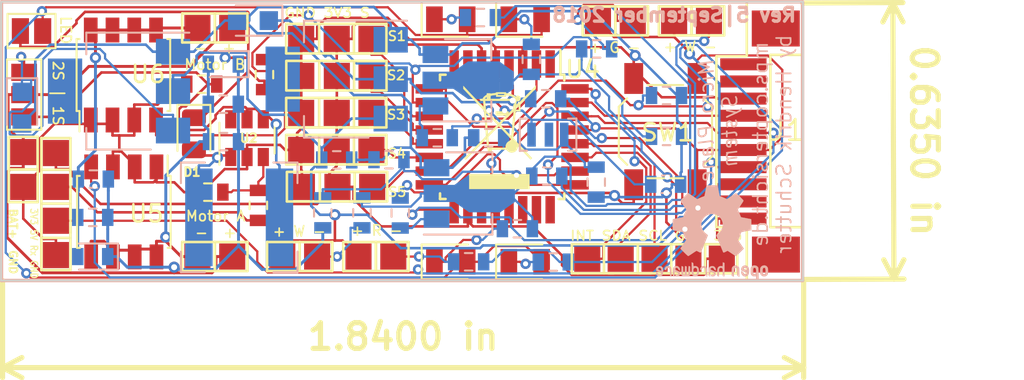
<source format=kicad_pcb>
(kicad_pcb (version 20171130) (host pcbnew 5.0.0-5.0.0)

  (general
    (thickness 1.6)
    (drawings 30)
    (tracks 897)
    (zones 0)
    (modules 66)
    (nets 45)
  )

  (page A4)
  (layers
    (0 F.Cu signal hide)
    (31 B.Cu signal hide)
    (32 B.Adhes user hide)
    (33 F.Adhes user hide)
    (34 B.Paste user hide)
    (35 F.Paste user)
    (36 B.SilkS user hide)
    (37 F.SilkS user)
    (38 B.Mask user hide)
    (39 F.Mask user hide)
    (40 Dwgs.User user hide)
    (41 Cmts.User user hide)
    (42 Eco1.User user hide)
    (43 Eco2.User user hide)
    (44 Edge.Cuts user hide)
    (45 Margin user hide)
    (46 B.CrtYd user hide)
    (47 F.CrtYd user hide)
    (48 B.Fab user hide)
    (49 F.Fab user hide)
  )

  (setup
    (last_trace_width 0.13)
    (trace_clearance 0.127)
    (zone_clearance 0.508)
    (zone_45_only no)
    (trace_min 0.01)
    (segment_width 0.2)
    (edge_width 0.1)
    (via_size 0.6)
    (via_drill 0.3)
    (via_min_size 0.6)
    (via_min_drill 0.3)
    (uvia_size 0.3)
    (uvia_drill 0.1)
    (uvias_allowed no)
    (uvia_min_size 0.2)
    (uvia_min_drill 0.1)
    (pcb_text_width 0.3)
    (pcb_text_size 1.5 1.5)
    (mod_edge_width 0.15)
    (mod_text_size 1 1)
    (mod_text_width 0.15)
    (pad_size 1.5 1.5)
    (pad_drill 0.6)
    (pad_to_mask_clearance 0)
    (aux_axis_origin 0 0)
    (visible_elements FFFDFFFF)
    (pcbplotparams
      (layerselection 0x010f0_ffffffff)
      (usegerberextensions false)
      (usegerberattributes true)
      (usegerberadvancedattributes false)
      (creategerberjobfile false)
      (excludeedgelayer true)
      (linewidth 0.100000)
      (plotframeref false)
      (viasonmask false)
      (mode 1)
      (useauxorigin false)
      (hpglpennumber 1)
      (hpglpenspeed 20)
      (hpglpendiameter 15.000000)
      (psnegative false)
      (psa4output false)
      (plotreference true)
      (plotvalue true)
      (plotinvisibletext false)
      (padsonsilk false)
      (subtractmaskfromsilk false)
      (outputformat 1)
      (mirror false)
      (drillshape 0)
      (scaleselection 1)
      (outputdirectory "Gerber/"))
  )

  (net 0 "")
  (net 1 GND)
  (net 2 1S_Input)
  (net 3 +3V3)
  (net 4 +5V)
  (net 5 "Net-(C10-Pad2)")
  (net 6 "Net-(C11-Pad2)")
  (net 7 "Net-(D1-Pad2)")
  (net 8 "Net-(D2-Pad1)")
  (net 9 "Net-(D3-Pad1)")
  (net 10 "Net-(D4-Pad1)")
  (net 11 MISO)
  (net 12 SCK)
  (net 13 MOSI)
  (net 14 RST)
  (net 15 Rx)
  (net 16 Tx)
  (net 17 "Net-(J3-Pad2)")
  (net 18 "Net-(J4-Pad2)")
  (net 19 INT)
  (net 20 SDA)
  (net 21 SCL)
  (net 22 "Net-(J6-Pad2)")
  (net 23 "Net-(J7-Pad2)")
  (net 24 "Net-(J8-Pad3)")
  (net 25 "Net-(J9-Pad3)")
  (net 26 "Net-(J10-Pad3)")
  (net 27 "Net-(J11-Pad3)")
  (net 28 "Net-(Q1-Pad2)")
  (net 29 "Net-(Q1-Pad1)")
  (net 30 "Net-(Q2-Pad2)")
  (net 31 "Net-(Q2-Pad1)")
  (net 32 "Net-(R14-Pad2)")
  (net 33 VCC)
  (net 34 "Net-(C4-Pad1)")
  (net 35 "Net-(C6-Pad1)")
  (net 36 "Net-(C7-Pad2)")
  (net 37 "Net-(C8-Pad2)")
  (net 38 "Net-(D2-Pad2)")
  (net 39 "Net-(D5-Pad1)")
  (net 40 "Net-(R1-Pad1)")
  (net 41 "Net-(R3-Pad2)")
  (net 42 "Net-(R8-Pad2)")
  (net 43 "Net-(R13-Pad2)")
  (net 44 "Net-(R16-Pad2)")

  (net_class Default "This is the default net class."
    (clearance 0.127)
    (trace_width 0.13)
    (via_dia 0.6)
    (via_drill 0.3)
    (uvia_dia 0.3)
    (uvia_drill 0.1)
    (add_net INT)
    (add_net MISO)
    (add_net MOSI)
    (add_net "Net-(C4-Pad1)")
    (add_net "Net-(C6-Pad1)")
    (add_net "Net-(C7-Pad2)")
    (add_net "Net-(C8-Pad2)")
    (add_net "Net-(D2-Pad1)")
    (add_net "Net-(D2-Pad2)")
    (add_net "Net-(D3-Pad1)")
    (add_net "Net-(D4-Pad1)")
    (add_net "Net-(D5-Pad1)")
    (add_net "Net-(J10-Pad3)")
    (add_net "Net-(J11-Pad3)")
    (add_net "Net-(J3-Pad2)")
    (add_net "Net-(J4-Pad2)")
    (add_net "Net-(J6-Pad2)")
    (add_net "Net-(J7-Pad2)")
    (add_net "Net-(J8-Pad3)")
    (add_net "Net-(J9-Pad3)")
    (add_net "Net-(Q1-Pad1)")
    (add_net "Net-(Q1-Pad2)")
    (add_net "Net-(Q2-Pad1)")
    (add_net "Net-(Q2-Pad2)")
    (add_net "Net-(R1-Pad1)")
    (add_net "Net-(R13-Pad2)")
    (add_net "Net-(R14-Pad2)")
    (add_net "Net-(R16-Pad2)")
    (add_net "Net-(R3-Pad2)")
    (add_net "Net-(R8-Pad2)")
    (add_net RST)
    (add_net Rx)
    (add_net SCK)
    (add_net SCL)
    (add_net SDA)
    (add_net Tx)
  )

  (net_class Motors ""
    (clearance 0.127)
    (trace_width 0.2)
    (via_dia 0.65)
    (via_drill 0.35)
    (uvia_dia 0.3)
    (uvia_drill 0.1)
    (add_net "Net-(C10-Pad2)")
    (add_net "Net-(C11-Pad2)")
    (add_net VCC)
  )

  (net_class Power ""
    (clearance 0.127)
    (trace_width 0.2)
    (via_dia 0.65)
    (via_drill 0.35)
    (uvia_dia 0.3)
    (uvia_drill 0.1)
    (add_net +3V3)
    (add_net +5V)
    (add_net 1S_Input)
    (add_net GND)
    (add_net "Net-(D1-Pad2)")
  )

  (module Jumper:SolderJumper-3_P1.3mm_Open_Pad1.0x1.5mm (layer F.Cu) (tedit 5B6C63D8) (tstamp 5B69A139)
    (at 124.511 130.505 270)
    (descr "SMD Solder 3-pad Jumper, 1x1.5mm Pads, 0.3mm gap, open")
    (tags "solder jumper open")
    (path /59EBBCB2)
    (attr virtual)
    (fp_text reference JP1 (at -0.5332 2.8196 270) (layer F.SilkS) hide
      (effects (font (size 1 1) (thickness 0.15)))
    )
    (fp_text value Jumper_1S_or_2S (at 0 2 270) (layer F.Fab)
      (effects (font (size 1 1) (thickness 0.15)))
    )
    (fp_line (start -2.05 1) (end -2.05 -1) (layer F.SilkS) (width 0.12))
    (fp_line (start 2.05 1) (end -2.05 1) (layer F.SilkS) (width 0.12))
    (fp_line (start 2.05 -1) (end 2.05 1) (layer F.SilkS) (width 0.12))
    (fp_line (start -2.05 -1) (end 2.05 -1) (layer F.SilkS) (width 0.12))
    (fp_line (start -2.3 -1.25) (end 2.3 -1.25) (layer F.CrtYd) (width 0.05))
    (fp_line (start -2.3 -1.25) (end -2.3 1.25) (layer F.CrtYd) (width 0.05))
    (fp_line (start 2.3 1.25) (end 2.3 -1.25) (layer F.CrtYd) (width 0.05))
    (fp_line (start 2.3 1.25) (end -2.3 1.25) (layer F.CrtYd) (width 0.05))
    (pad 3 smd rect (at 1.3 0 270) (size 1 1.5) (layers F.Cu F.Mask)
      (net 2 1S_Input))
    (pad 2 smd rect (at 0 0 270) (size 1 1.5) (layers F.Cu F.Mask)
      (net 33 VCC))
    (pad 1 smd rect (at -1.3 0 270) (size 1 1.5) (layers F.Cu F.Mask)
      (net 34 "Net-(C4-Pad1)"))
  )

  (module fpc:fpc-10-1.0mm (layer F.Cu) (tedit 5B6D53F2) (tstamp 5B69A0D4)
    (at 166.472 126.238 90)
    (path /59EC9308)
    (fp_text reference J1 (at -6.35 2.57008 180) (layer F.SilkS)
      (effects (font (size 1.2 1.2) (thickness 0.15)))
    )
    (fp_text value Programming (at -7 3.5 90) (layer F.Fab)
      (effects (font (size 1.2 1.2) (thickness 0.15)))
    )
    (fp_line (start -12 -1.575) (end -2.1 -1.575) (layer F.SilkS) (width 0.15))
    (fp_line (start -12 1.575) (end -1.95 1.575) (layer F.SilkS) (width 0.15))
    (fp_line (start -12 1.575) (end -12 3.45) (layer F.SilkS) (width 0.15))
    (fp_line (start -1.95 1.575) (end -1.95 3.45) (layer F.SilkS) (width 0.15))
    (fp_line (start -12 3.45) (end -15.1 3.45) (layer F.SilkS) (width 0.15))
    (fp_line (start -1.95 3.45) (end 1.15 3.45) (layer F.SilkS) (width 0.15))
    (fp_line (start -15.1 3.45) (end -15.1 0.2) (layer F.SilkS) (width 0.15))
    (fp_line (start 1.15 3.45) (end 1.15 0.2) (layer F.SilkS) (width 0.15))
    (fp_line (start -15.1 0.2) (end -12 0.2) (layer F.SilkS) (width 0.15))
    (fp_line (start 1.15 0.2) (end -1.98 0.2) (layer F.SilkS) (width 0.15))
    (fp_line (start -12 0.2) (end -12 -1.575) (layer F.SilkS) (width 0.15))
    (fp_line (start -2.03 0.2) (end -2.03 -1.575) (layer F.SilkS) (width 0.15))
    (pad 1 smd rect (at -11.5 0 90) (size 0.7 2.7) (layers F.Cu F.Paste F.Mask)
      (net 3 +3V3))
    (pad 2 smd rect (at -10.5 0 90) (size 0.7 2.7) (layers F.Cu F.Paste F.Mask)
      (net 11 MISO))
    (pad 3 smd rect (at -9.5 0 90) (size 0.7 2.7) (layers F.Cu F.Paste F.Mask)
      (net 12 SCK))
    (pad 4 smd rect (at -8.5 0 90) (size 0.7 2.7) (layers F.Cu F.Paste F.Mask)
      (net 13 MOSI))
    (pad 5 smd rect (at -7.5 0 90) (size 0.7 2.7) (layers F.Cu F.Paste F.Mask)
      (net 14 RST))
    (pad 6 smd rect (at -6.5 0 90) (size 0.7 2.7) (layers F.Cu F.Paste F.Mask)
      (net 15 Rx))
    (pad 7 smd rect (at -5.5 0 90) (size 0.7 2.7) (layers F.Cu F.Paste F.Mask)
      (net 16 Tx))
    (pad 8 smd rect (at -4.5 0 90) (size 0.7 2.7) (layers F.Cu F.Paste F.Mask)
      (net 1 GND))
    (pad 9 smd rect (at -3.5 0 90) (size 0.7 2.7) (layers F.Cu F.Paste F.Mask))
    (pad 10 smd rect (at -2.5 0 90) (size 0.7 2.7) (layers F.Cu F.Paste F.Mask))
    (pad 0 smd rect (at -13.6 1.9 90) (size 2.1 2.8) (layers F.Cu F.Paste F.Mask))
    (pad 0 smd rect (at -0.41 1.89 90) (size 2.1 2.8) (layers F.Cu F.Paste F.Mask))
  )

  (module Capacitor_SMD:C_0603_1608Metric (layer F.Cu) (tedit 5B6D491A) (tstamp 5B69A04C)
    (at 138.532 129.337 270)
    (descr "Capacitor SMD 0603 (1608 Metric), square (rectangular) end terminal, IPC_7351 nominal, (Body size source: http://www.tortai-tech.com/upload/download/2011102023233369053.pdf), generated with kicad-footprint-generator")
    (tags capacitor)
    (path /5B6AD75E)
    (attr smd)
    (fp_text reference C1 (at 0.06838 -1.78014) (layer F.SilkS) hide
      (effects (font (size 1 1) (thickness 0.15)))
    )
    (fp_text value "22 µF" (at 0 1.65 270) (layer F.Fab)
      (effects (font (size 1 1) (thickness 0.15)))
    )
    (fp_line (start -0.8 0.4) (end -0.8 -0.4) (layer F.Fab) (width 0.1))
    (fp_line (start -0.8 -0.4) (end 0.8 -0.4) (layer F.Fab) (width 0.1))
    (fp_line (start 0.8 -0.4) (end 0.8 0.4) (layer F.Fab) (width 0.1))
    (fp_line (start 0.8 0.4) (end -0.8 0.4) (layer F.Fab) (width 0.1))
    (fp_line (start -0.22 -0.51) (end 0.22 -0.51) (layer F.SilkS) (width 0.12))
    (fp_line (start -0.22 0.51) (end 0.22 0.51) (layer F.SilkS) (width 0.12))
    (fp_line (start -1.46 0.75) (end -1.46 -0.75) (layer F.CrtYd) (width 0.05))
    (fp_line (start -1.46 -0.75) (end 1.46 -0.75) (layer F.CrtYd) (width 0.05))
    (fp_line (start 1.46 -0.75) (end 1.46 0.75) (layer F.CrtYd) (width 0.05))
    (fp_line (start 1.46 0.75) (end -1.46 0.75) (layer F.CrtYd) (width 0.05))
    (fp_text user %R (at 0.356 0.1778 270) (layer F.Fab)
      (effects (font (size 0.5 0.5) (thickness 0.08)))
    )
    (pad 1 smd rect (at -0.875 0 270) (size 0.67 1) (layers F.Cu F.Paste F.Mask)
      (net 1 GND))
    (pad 2 smd rect (at 0.875 0 270) (size 0.67 1) (layers F.Cu F.Paste F.Mask)
      (net 4 +5V))
    (model ${KISYS3DMOD}/Capacitor_SMD.3dshapes/C_0603_1608Metric.wrl
      (at (xyz 0 0 0))
      (scale (xyz 1 1 1))
      (rotate (xyz 0 0 0))
    )
  )

  (module Capacitor_Tantalum_SMD:CP_EIA-2012-12_Kemet-R (layer B.Cu) (tedit 5B6D4902) (tstamp 5B69A05E)
    (at 137.861 126.187 180)
    (descr "Tantalum Capacitor SMD Kemet-R (2012-12 Metric), IPC_7351 nominal, (Body size from: https://www.vishay.com/docs/40182/tmch.pdf), generated with kicad-footprint-generator")
    (tags "capacitor tantalum")
    (path /5A77179E)
    (attr smd)
    (fp_text reference C2 (at 2.667 0.127 180) (layer B.SilkS) hide
      (effects (font (size 1 1) (thickness 0.15)) (justify mirror))
    )
    (fp_text value 10µF (at 0 -1.58 180) (layer B.Fab)
      (effects (font (size 1 1) (thickness 0.15)) (justify mirror))
    )
    (fp_line (start 1 0.625) (end -0.6875 0.625) (layer B.Fab) (width 0.1))
    (fp_line (start -0.6875 0.625) (end -1 0.3125) (layer B.Fab) (width 0.1))
    (fp_line (start -1 0.3125) (end -1 -0.625) (layer B.Fab) (width 0.1))
    (fp_line (start -1 -0.625) (end 1 -0.625) (layer B.Fab) (width 0.1))
    (fp_line (start 1 -0.625) (end 1 0.625) (layer B.Fab) (width 0.1))
    (fp_line (start 1 0.885) (end -1.72 0.885) (layer B.SilkS) (width 0.12))
    (fp_line (start -1.72 0.885) (end -1.72 -0.885) (layer B.SilkS) (width 0.12))
    (fp_line (start -1.72 -0.885) (end 1 -0.885) (layer B.SilkS) (width 0.12))
    (fp_line (start -1.71 -0.88) (end -1.71 0.88) (layer B.CrtYd) (width 0.05))
    (fp_line (start -1.71 0.88) (end 1.71 0.88) (layer B.CrtYd) (width 0.05))
    (fp_line (start 1.71 0.88) (end 1.71 -0.88) (layer B.CrtYd) (width 0.05))
    (fp_line (start 1.71 -0.88) (end -1.71 -0.88) (layer B.CrtYd) (width 0.05))
    (fp_text user %R (at 0 0 180) (layer B.Fab)
      (effects (font (size 0.5 0.5) (thickness 0.08)) (justify mirror))
    )
    (pad 1 smd rect (at -0.925 0 180) (size 1.07 1.1) (layers B.Cu B.Paste B.Mask)
      (net 3 +3V3))
    (pad 2 smd rect (at 0.925 0 180) (size 1.07 1.1) (layers B.Cu B.Paste B.Mask)
      (net 1 GND))
    (model ${KISYS3DMOD}/Capacitor_Tantalum_SMD.3dshapes/CP_EIA-2012-12_Kemet-R.wrl
      (at (xyz 0 0 0))
      (scale (xyz 1 1 1))
      (rotate (xyz 0 0 0))
    )
  )

  (module Capacitor_Tantalum_SMD:CP_EIA-2012-12_Kemet-R (layer B.Cu) (tedit 5B6D48FD) (tstamp 5B69A064)
    (at 124.384 131.267 270)
    (descr "Tantalum Capacitor SMD Kemet-R (2012-12 Metric), IPC_7351 nominal, (Body size from: https://www.vishay.com/docs/40182/tmch.pdf), generated with kicad-footprint-generator")
    (tags "capacitor tantalum")
    (path /5A770E02)
    (attr smd)
    (fp_text reference C4 (at -2.5525 -0.076) (layer B.SilkS) hide
      (effects (font (size 1 1) (thickness 0.15)) (justify mirror))
    )
    (fp_text value 10µF (at 0 -1.58 270) (layer B.Fab)
      (effects (font (size 1 1) (thickness 0.15)) (justify mirror))
    )
    (fp_line (start 1 0.625) (end -0.6875 0.625) (layer B.Fab) (width 0.1))
    (fp_line (start -0.6875 0.625) (end -1 0.3125) (layer B.Fab) (width 0.1))
    (fp_line (start -1 0.3125) (end -1 -0.625) (layer B.Fab) (width 0.1))
    (fp_line (start -1 -0.625) (end 1 -0.625) (layer B.Fab) (width 0.1))
    (fp_line (start 1 -0.625) (end 1 0.625) (layer B.Fab) (width 0.1))
    (fp_line (start 1 0.885) (end -1.72 0.885) (layer B.SilkS) (width 0.12))
    (fp_line (start -1.72 0.885) (end -1.72 -0.885) (layer B.SilkS) (width 0.12))
    (fp_line (start -1.72 -0.885) (end 1 -0.885) (layer B.SilkS) (width 0.12))
    (fp_line (start -1.71 -0.88) (end -1.71 0.88) (layer B.CrtYd) (width 0.05))
    (fp_line (start -1.71 0.88) (end 1.71 0.88) (layer B.CrtYd) (width 0.05))
    (fp_line (start 1.71 0.88) (end 1.71 -0.88) (layer B.CrtYd) (width 0.05))
    (fp_line (start 1.71 -0.88) (end -1.71 -0.88) (layer B.CrtYd) (width 0.05))
    (fp_text user %R (at 0 0 270) (layer B.Fab)
      (effects (font (size 0.5 0.5) (thickness 0.08)) (justify mirror))
    )
    (pad 1 smd rect (at -0.925 0 270) (size 1.07 1.1) (layers B.Cu B.Paste B.Mask)
      (net 34 "Net-(C4-Pad1)"))
    (pad 2 smd rect (at 0.925 0 270) (size 1.07 1.1) (layers B.Cu B.Paste B.Mask)
      (net 1 GND))
    (model ${KISYS3DMOD}/Capacitor_Tantalum_SMD.3dshapes/CP_EIA-2012-12_Kemet-R.wrl
      (at (xyz 0 0 0))
      (scale (xyz 1 1 1))
      (rotate (xyz 0 0 0))
    )
  )

  (module Capacitor_SMD:C_0603_1608Metric (layer F.Cu) (tedit 5B6D493C) (tstamp 5B69A06A)
    (at 134.874 129.896 180)
    (descr "Capacitor SMD 0603 (1608 Metric), square (rectangular) end terminal, IPC_7351 nominal, (Body size source: http://www.tortai-tech.com/upload/download/2011102023233369053.pdf), generated with kicad-footprint-generator")
    (tags capacitor)
    (path /5B61B5CD)
    (attr smd)
    (fp_text reference C3 (at 0.02032 1.30596 180) (layer F.SilkS) hide
      (effects (font (size 1 1) (thickness 0.15)))
    )
    (fp_text value "22 µF" (at 0 1.65 180) (layer F.Fab)
      (effects (font (size 1 1) (thickness 0.15)))
    )
    (fp_line (start -0.8 0.4) (end -0.8 -0.4) (layer F.Fab) (width 0.1))
    (fp_line (start -0.8 -0.4) (end 0.8 -0.4) (layer F.Fab) (width 0.1))
    (fp_line (start 0.8 -0.4) (end 0.8 0.4) (layer F.Fab) (width 0.1))
    (fp_line (start 0.8 0.4) (end -0.8 0.4) (layer F.Fab) (width 0.1))
    (fp_line (start -0.22 -0.51) (end 0.22 -0.51) (layer F.SilkS) (width 0.12))
    (fp_line (start -0.22 0.51) (end 0.22 0.51) (layer F.SilkS) (width 0.12))
    (fp_line (start -1.46 0.75) (end -1.46 -0.75) (layer F.CrtYd) (width 0.05))
    (fp_line (start -1.46 -0.75) (end 1.46 -0.75) (layer F.CrtYd) (width 0.05))
    (fp_line (start 1.46 -0.75) (end 1.46 0.75) (layer F.CrtYd) (width 0.05))
    (fp_line (start 1.46 0.75) (end -1.46 0.75) (layer F.CrtYd) (width 0.05))
    (fp_text user %R (at 0.2426 -0.1016 180) (layer F.Fab)
      (effects (font (size 0.5 0.5) (thickness 0.08)))
    )
    (pad 1 smd rect (at -0.875 0 180) (size 0.67 1) (layers F.Cu F.Paste F.Mask)
      (net 2 1S_Input))
    (pad 2 smd rect (at 0.875 0 180) (size 0.67 1) (layers F.Cu F.Paste F.Mask)
      (net 1 GND))
    (model ${KISYS3DMOD}/Capacitor_SMD.3dshapes/C_0603_1608Metric.wrl
      (at (xyz 0 0 0))
      (scale (xyz 1 1 1))
      (rotate (xyz 0 0 0))
    )
  )

  (module Capacitor_SMD:C_0603_1608Metric (layer B.Cu) (tedit 5B6D4942) (tstamp 5B69A076)
    (at 142.748 134.315 180)
    (descr "Capacitor SMD 0603 (1608 Metric), square (rectangular) end terminal, IPC_7351 nominal, (Body size source: http://www.tortai-tech.com/upload/download/2011102023233369053.pdf), generated with kicad-footprint-generator")
    (tags capacitor)
    (path /5B632F5C)
    (attr smd)
    (fp_text reference C5 (at 0.0635 7.1245 180) (layer B.SilkS) hide
      (effects (font (size 1 1) (thickness 0.15)) (justify mirror))
    )
    (fp_text value 100nF (at 0 -1.65 180) (layer B.Fab)
      (effects (font (size 1 1) (thickness 0.15)) (justify mirror))
    )
    (fp_line (start -0.8 -0.4) (end -0.8 0.4) (layer B.Fab) (width 0.1))
    (fp_line (start -0.8 0.4) (end 0.8 0.4) (layer B.Fab) (width 0.1))
    (fp_line (start 0.8 0.4) (end 0.8 -0.4) (layer B.Fab) (width 0.1))
    (fp_line (start 0.8 -0.4) (end -0.8 -0.4) (layer B.Fab) (width 0.1))
    (fp_line (start -0.22 0.51) (end 0.22 0.51) (layer B.SilkS) (width 0.12))
    (fp_line (start -0.22 -0.51) (end 0.22 -0.51) (layer B.SilkS) (width 0.12))
    (fp_line (start -1.46 -0.75) (end -1.46 0.75) (layer B.CrtYd) (width 0.05))
    (fp_line (start -1.46 0.75) (end 1.46 0.75) (layer B.CrtYd) (width 0.05))
    (fp_line (start 1.46 0.75) (end 1.46 -0.75) (layer B.CrtYd) (width 0.05))
    (fp_line (start 1.46 -0.75) (end -1.46 -0.75) (layer B.CrtYd) (width 0.05))
    (fp_text user %R (at 0 0 180) (layer B.Fab)
      (effects (font (size 0.5 0.5) (thickness 0.08)) (justify mirror))
    )
    (pad 1 smd rect (at -0.875 0 180) (size 0.67 1) (layers B.Cu B.Paste B.Mask)
      (net 1 GND))
    (pad 2 smd rect (at 0.875 0 180) (size 0.67 1) (layers B.Cu B.Paste B.Mask)
      (net 4 +5V))
    (model ${KISYS3DMOD}/Capacitor_SMD.3dshapes/C_0603_1608Metric.wrl
      (at (xyz 0 0 0))
      (scale (xyz 1 1 1))
      (rotate (xyz 0 0 0))
    )
  )

  (module Capacitor_SMD:C_0603_1608Metric (layer B.Cu) (tedit 5B6D48EB) (tstamp 5B69A07C)
    (at 151.613 133.02 180)
    (descr "Capacitor SMD 0603 (1608 Metric), square (rectangular) end terminal, IPC_7351 nominal, (Body size source: http://www.tortai-tech.com/upload/download/2011102023233369053.pdf), generated with kicad-footprint-generator")
    (tags capacitor)
    (path /59ECBCF8)
    (attr smd)
    (fp_text reference C6 (at 0.102 1.575 180) (layer B.SilkS) hide
      (effects (font (size 1 1) (thickness 0.15)) (justify mirror))
    )
    (fp_text value "100 nF" (at 0 -1.65 180) (layer B.Fab)
      (effects (font (size 1 1) (thickness 0.15)) (justify mirror))
    )
    (fp_line (start -0.8 -0.4) (end -0.8 0.4) (layer B.Fab) (width 0.1))
    (fp_line (start -0.8 0.4) (end 0.8 0.4) (layer B.Fab) (width 0.1))
    (fp_line (start 0.8 0.4) (end 0.8 -0.4) (layer B.Fab) (width 0.1))
    (fp_line (start 0.8 -0.4) (end -0.8 -0.4) (layer B.Fab) (width 0.1))
    (fp_line (start -0.22 0.51) (end 0.22 0.51) (layer B.SilkS) (width 0.12))
    (fp_line (start -0.22 -0.51) (end 0.22 -0.51) (layer B.SilkS) (width 0.12))
    (fp_line (start -1.46 -0.75) (end -1.46 0.75) (layer B.CrtYd) (width 0.05))
    (fp_line (start -1.46 0.75) (end 1.46 0.75) (layer B.CrtYd) (width 0.05))
    (fp_line (start 1.46 0.75) (end 1.46 -0.75) (layer B.CrtYd) (width 0.05))
    (fp_line (start 1.46 -0.75) (end -1.46 -0.75) (layer B.CrtYd) (width 0.05))
    (fp_text user %R (at 0 0 180) (layer B.Fab)
      (effects (font (size 0.5 0.5) (thickness 0.08)) (justify mirror))
    )
    (pad 1 smd rect (at -0.875 0 180) (size 0.67 1) (layers B.Cu B.Paste B.Mask)
      (net 35 "Net-(C6-Pad1)"))
    (pad 2 smd rect (at 0.875 0 180) (size 0.67 1) (layers B.Cu B.Paste B.Mask)
      (net 1 GND))
    (model ${KISYS3DMOD}/Capacitor_SMD.3dshapes/C_0603_1608Metric.wrl
      (at (xyz 0 0 0))
      (scale (xyz 1 1 1))
      (rotate (xyz 0 0 0))
    )
  )

  (module Capacitor_SMD:C_0603_1608Metric (layer B.Cu) (tedit 5B6D4894) (tstamp 5B69A082)
    (at 161.939 135.738 180)
    (descr "Capacitor SMD 0603 (1608 Metric), square (rectangular) end terminal, IPC_7351 nominal, (Body size source: http://www.tortai-tech.com/upload/download/2011102023233369053.pdf), generated with kicad-footprint-generator")
    (tags capacitor)
    (path /59EC6807)
    (attr smd)
    (fp_text reference C7 (at -3.175 0.0635 180) (layer B.SilkS) hide
      (effects (font (size 1 1) (thickness 0.15)) (justify mirror))
    )
    (fp_text value "22 pF" (at 0 -1.65 180) (layer B.Fab)
      (effects (font (size 1 1) (thickness 0.15)) (justify mirror))
    )
    (fp_line (start -0.8 -0.4) (end -0.8 0.4) (layer B.Fab) (width 0.1))
    (fp_line (start -0.8 0.4) (end 0.8 0.4) (layer B.Fab) (width 0.1))
    (fp_line (start 0.8 0.4) (end 0.8 -0.4) (layer B.Fab) (width 0.1))
    (fp_line (start 0.8 -0.4) (end -0.8 -0.4) (layer B.Fab) (width 0.1))
    (fp_line (start -0.22 0.51) (end 0.22 0.51) (layer B.SilkS) (width 0.12))
    (fp_line (start -0.22 -0.51) (end 0.22 -0.51) (layer B.SilkS) (width 0.12))
    (fp_line (start -1.46 -0.75) (end -1.46 0.75) (layer B.CrtYd) (width 0.05))
    (fp_line (start -1.46 0.75) (end 1.46 0.75) (layer B.CrtYd) (width 0.05))
    (fp_line (start 1.46 0.75) (end 1.46 -0.75) (layer B.CrtYd) (width 0.05))
    (fp_line (start 1.46 -0.75) (end -1.46 -0.75) (layer B.CrtYd) (width 0.05))
    (fp_text user %R (at 0 0 180) (layer B.Fab)
      (effects (font (size 0.5 0.5) (thickness 0.08)) (justify mirror))
    )
    (pad 1 smd rect (at -0.875 0 180) (size 0.67 1) (layers B.Cu B.Paste B.Mask)
      (net 1 GND))
    (pad 2 smd rect (at 0.875 0 180) (size 0.67 1) (layers B.Cu B.Paste B.Mask)
      (net 36 "Net-(C7-Pad2)"))
    (model ${KISYS3DMOD}/Capacitor_SMD.3dshapes/C_0603_1608Metric.wrl
      (at (xyz 0 0 0))
      (scale (xyz 1 1 1))
      (rotate (xyz 0 0 0))
    )
  )

  (module Capacitor_SMD:C_0603_1608Metric (layer B.Cu) (tedit 5B6D489A) (tstamp 5B69A088)
    (at 157.886 135.611 90)
    (descr "Capacitor SMD 0603 (1608 Metric), square (rectangular) end terminal, IPC_7351 nominal, (Body size source: http://www.tortai-tech.com/upload/download/2011102023233369053.pdf), generated with kicad-footprint-generator")
    (tags capacitor)
    (path /59EC68A2)
    (attr smd)
    (fp_text reference C8 (at -0.787 2.1975 180) (layer B.SilkS) hide
      (effects (font (size 1 1) (thickness 0.15)) (justify mirror))
    )
    (fp_text value "22 pF" (at 0 -1.65 90) (layer B.Fab)
      (effects (font (size 1 1) (thickness 0.15)) (justify mirror))
    )
    (fp_line (start -0.8 -0.4) (end -0.8 0.4) (layer B.Fab) (width 0.1))
    (fp_line (start -0.8 0.4) (end 0.8 0.4) (layer B.Fab) (width 0.1))
    (fp_line (start 0.8 0.4) (end 0.8 -0.4) (layer B.Fab) (width 0.1))
    (fp_line (start 0.8 -0.4) (end -0.8 -0.4) (layer B.Fab) (width 0.1))
    (fp_line (start -0.22 0.51) (end 0.22 0.51) (layer B.SilkS) (width 0.12))
    (fp_line (start -0.22 -0.51) (end 0.22 -0.51) (layer B.SilkS) (width 0.12))
    (fp_line (start -1.46 -0.75) (end -1.46 0.75) (layer B.CrtYd) (width 0.05))
    (fp_line (start -1.46 0.75) (end 1.46 0.75) (layer B.CrtYd) (width 0.05))
    (fp_line (start 1.46 0.75) (end 1.46 -0.75) (layer B.CrtYd) (width 0.05))
    (fp_line (start 1.46 -0.75) (end -1.46 -0.75) (layer B.CrtYd) (width 0.05))
    (fp_text user %R (at 0 0 90) (layer B.Fab)
      (effects (font (size 0.5 0.5) (thickness 0.08)) (justify mirror))
    )
    (pad 1 smd rect (at -0.875 0 90) (size 0.67 1) (layers B.Cu B.Paste B.Mask)
      (net 1 GND))
    (pad 2 smd rect (at 0.875 0 90) (size 0.67 1) (layers B.Cu B.Paste B.Mask)
      (net 37 "Net-(C8-Pad2)"))
    (model ${KISYS3DMOD}/Capacitor_SMD.3dshapes/C_0603_1608Metric.wrl
      (at (xyz 0 0 0))
      (scale (xyz 1 1 1))
      (rotate (xyz 0 0 0))
    )
  )

  (module Capacitor_SMD:C_0603_1608Metric (layer B.Cu) (tedit 5B6D490C) (tstamp 5B69A08E)
    (at 136.144 133.248 180)
    (descr "Capacitor SMD 0603 (1608 Metric), square (rectangular) end terminal, IPC_7351 nominal, (Body size source: http://www.tortai-tech.com/upload/download/2011102023233369053.pdf), generated with kicad-footprint-generator")
    (tags capacitor)
    (path /5B71C05E)
    (attr smd)
    (fp_text reference C9 (at 5.4615 -0.0635 180) (layer B.SilkS) hide
      (effects (font (size 1 1) (thickness 0.15)) (justify mirror))
    )
    (fp_text value 100nF (at 0 -1.65 180) (layer B.Fab)
      (effects (font (size 1 1) (thickness 0.15)) (justify mirror))
    )
    (fp_line (start -0.8 -0.4) (end -0.8 0.4) (layer B.Fab) (width 0.1))
    (fp_line (start -0.8 0.4) (end 0.8 0.4) (layer B.Fab) (width 0.1))
    (fp_line (start 0.8 0.4) (end 0.8 -0.4) (layer B.Fab) (width 0.1))
    (fp_line (start 0.8 -0.4) (end -0.8 -0.4) (layer B.Fab) (width 0.1))
    (fp_line (start -0.22 0.51) (end 0.22 0.51) (layer B.SilkS) (width 0.12))
    (fp_line (start -0.22 -0.51) (end 0.22 -0.51) (layer B.SilkS) (width 0.12))
    (fp_line (start -1.46 -0.75) (end -1.46 0.75) (layer B.CrtYd) (width 0.05))
    (fp_line (start -1.46 0.75) (end 1.46 0.75) (layer B.CrtYd) (width 0.05))
    (fp_line (start 1.46 0.75) (end 1.46 -0.75) (layer B.CrtYd) (width 0.05))
    (fp_line (start 1.46 -0.75) (end -1.46 -0.75) (layer B.CrtYd) (width 0.05))
    (fp_text user %R (at 0 0 180) (layer B.Fab)
      (effects (font (size 0.5 0.5) (thickness 0.08)) (justify mirror))
    )
    (pad 1 smd rect (at -0.875 0 180) (size 0.67 1) (layers B.Cu B.Paste B.Mask)
      (net 33 VCC))
    (pad 2 smd rect (at 0.875 0 180) (size 0.67 1) (layers B.Cu B.Paste B.Mask)
      (net 5 "Net-(C10-Pad2)"))
    (model ${KISYS3DMOD}/Capacitor_SMD.3dshapes/C_0603_1608Metric.wrl
      (at (xyz 0 0 0))
      (scale (xyz 1 1 1))
      (rotate (xyz 0 0 0))
    )
  )

  (module Capacitor_SMD:C_0603_1608Metric (layer B.Cu) (tedit 5B6D4909) (tstamp 5B69A094)
    (at 136.133 131.064 180)
    (descr "Capacitor SMD 0603 (1608 Metric), square (rectangular) end terminal, IPC_7351 nominal, (Body size source: http://www.tortai-tech.com/upload/download/2011102023233369053.pdf), generated with kicad-footprint-generator")
    (tags capacitor)
    (path /5B71C444)
    (attr smd)
    (fp_text reference C10 (at 5.4735 0.1655 180) (layer B.SilkS) hide
      (effects (font (size 1 1) (thickness 0.15)) (justify mirror))
    )
    (fp_text value 100nF (at 0 -1.65 180) (layer B.Fab)
      (effects (font (size 1 1) (thickness 0.15)) (justify mirror))
    )
    (fp_line (start -0.8 -0.4) (end -0.8 0.4) (layer B.Fab) (width 0.1))
    (fp_line (start -0.8 0.4) (end 0.8 0.4) (layer B.Fab) (width 0.1))
    (fp_line (start 0.8 0.4) (end 0.8 -0.4) (layer B.Fab) (width 0.1))
    (fp_line (start 0.8 -0.4) (end -0.8 -0.4) (layer B.Fab) (width 0.1))
    (fp_line (start -0.22 0.51) (end 0.22 0.51) (layer B.SilkS) (width 0.12))
    (fp_line (start -0.22 -0.51) (end 0.22 -0.51) (layer B.SilkS) (width 0.12))
    (fp_line (start -1.46 -0.75) (end -1.46 0.75) (layer B.CrtYd) (width 0.05))
    (fp_line (start -1.46 0.75) (end 1.46 0.75) (layer B.CrtYd) (width 0.05))
    (fp_line (start 1.46 0.75) (end 1.46 -0.75) (layer B.CrtYd) (width 0.05))
    (fp_line (start 1.46 -0.75) (end -1.46 -0.75) (layer B.CrtYd) (width 0.05))
    (fp_text user %R (at 0 0 180) (layer B.Fab)
      (effects (font (size 0.5 0.5) (thickness 0.08)) (justify mirror))
    )
    (pad 1 smd rect (at -0.875 0 180) (size 0.67 1) (layers B.Cu B.Paste B.Mask)
      (net 33 VCC))
    (pad 2 smd rect (at 0.875 0 180) (size 0.67 1) (layers B.Cu B.Paste B.Mask)
      (net 5 "Net-(C10-Pad2)"))
    (model ${KISYS3DMOD}/Capacitor_SMD.3dshapes/C_0603_1608Metric.wrl
      (at (xyz 0 0 0))
      (scale (xyz 1 1 1))
      (rotate (xyz 0 0 0))
    )
  )

  (module Capacitor_SMD:C_0603_1608Metric (layer B.Cu) (tedit 5B6D4911) (tstamp 5B69A09A)
    (at 128.513 137.668 180)
    (descr "Capacitor SMD 0603 (1608 Metric), square (rectangular) end terminal, IPC_7351 nominal, (Body size source: http://www.tortai-tech.com/upload/download/2011102023233369053.pdf), generated with kicad-footprint-generator")
    (tags capacitor)
    (path /5B77D86F)
    (attr smd)
    (fp_text reference C11 (at -2.896 -0.051 180) (layer B.SilkS) hide
      (effects (font (size 1 1) (thickness 0.15)) (justify mirror))
    )
    (fp_text value 100nF (at 0 -1.65 180) (layer B.Fab)
      (effects (font (size 1 1) (thickness 0.15)) (justify mirror))
    )
    (fp_line (start -0.8 -0.4) (end -0.8 0.4) (layer B.Fab) (width 0.1))
    (fp_line (start -0.8 0.4) (end 0.8 0.4) (layer B.Fab) (width 0.1))
    (fp_line (start 0.8 0.4) (end 0.8 -0.4) (layer B.Fab) (width 0.1))
    (fp_line (start 0.8 -0.4) (end -0.8 -0.4) (layer B.Fab) (width 0.1))
    (fp_line (start -0.22 0.51) (end 0.22 0.51) (layer B.SilkS) (width 0.12))
    (fp_line (start -0.22 -0.51) (end 0.22 -0.51) (layer B.SilkS) (width 0.12))
    (fp_line (start -1.46 -0.75) (end -1.46 0.75) (layer B.CrtYd) (width 0.05))
    (fp_line (start -1.46 0.75) (end 1.46 0.75) (layer B.CrtYd) (width 0.05))
    (fp_line (start 1.46 0.75) (end 1.46 -0.75) (layer B.CrtYd) (width 0.05))
    (fp_line (start 1.46 -0.75) (end -1.46 -0.75) (layer B.CrtYd) (width 0.05))
    (fp_text user %R (at 0 0 180) (layer B.Fab)
      (effects (font (size 0.5 0.5) (thickness 0.08)) (justify mirror))
    )
    (pad 1 smd rect (at -0.875 0 180) (size 0.67 1) (layers B.Cu B.Paste B.Mask)
      (net 33 VCC))
    (pad 2 smd rect (at 0.875 0 180) (size 0.67 1) (layers B.Cu B.Paste B.Mask)
      (net 6 "Net-(C11-Pad2)"))
    (model ${KISYS3DMOD}/Capacitor_SMD.3dshapes/C_0603_1608Metric.wrl
      (at (xyz 0 0 0))
      (scale (xyz 1 1 1))
      (rotate (xyz 0 0 0))
    )
  )

  (module Capacitor_SMD:C_0603_1608Metric (layer B.Cu) (tedit 5B6D490F) (tstamp 5B69A0A0)
    (at 128.549 135.433 180)
    (descr "Capacitor SMD 0603 (1608 Metric), square (rectangular) end terminal, IPC_7351 nominal, (Body size source: http://www.tortai-tech.com/upload/download/2011102023233369053.pdf), generated with kicad-footprint-generator")
    (tags capacitor)
    (path /5B77D931)
    (attr smd)
    (fp_text reference C12 (at -2.896 -0.0125 180) (layer B.SilkS) hide
      (effects (font (size 1 1) (thickness 0.15)) (justify mirror))
    )
    (fp_text value 100nF (at 0 -1.65 180) (layer B.Fab)
      (effects (font (size 1 1) (thickness 0.15)) (justify mirror))
    )
    (fp_line (start -0.8 -0.4) (end -0.8 0.4) (layer B.Fab) (width 0.1))
    (fp_line (start -0.8 0.4) (end 0.8 0.4) (layer B.Fab) (width 0.1))
    (fp_line (start 0.8 0.4) (end 0.8 -0.4) (layer B.Fab) (width 0.1))
    (fp_line (start 0.8 -0.4) (end -0.8 -0.4) (layer B.Fab) (width 0.1))
    (fp_line (start -0.22 0.51) (end 0.22 0.51) (layer B.SilkS) (width 0.12))
    (fp_line (start -0.22 -0.51) (end 0.22 -0.51) (layer B.SilkS) (width 0.12))
    (fp_line (start -1.46 -0.75) (end -1.46 0.75) (layer B.CrtYd) (width 0.05))
    (fp_line (start -1.46 0.75) (end 1.46 0.75) (layer B.CrtYd) (width 0.05))
    (fp_line (start 1.46 0.75) (end 1.46 -0.75) (layer B.CrtYd) (width 0.05))
    (fp_line (start 1.46 -0.75) (end -1.46 -0.75) (layer B.CrtYd) (width 0.05))
    (fp_text user %R (at -0.0258 0 180) (layer B.Fab)
      (effects (font (size 0.5 0.5) (thickness 0.08)) (justify mirror))
    )
    (pad 1 smd rect (at -0.875 0 180) (size 0.67 1) (layers B.Cu B.Paste B.Mask)
      (net 33 VCC))
    (pad 2 smd rect (at 0.875 0 180) (size 0.67 1) (layers B.Cu B.Paste B.Mask)
      (net 6 "Net-(C11-Pad2)"))
    (model ${KISYS3DMOD}/Capacitor_SMD.3dshapes/C_0603_1608Metric.wrl
      (at (xyz 0 0 0))
      (scale (xyz 1 1 1))
      (rotate (xyz 0 0 0))
    )
  )

  (module LED_SMD:LED_0805_2012Metric (layer F.Cu) (tedit 5B6D5170) (tstamp 5B69A0A6)
    (at 153.746 126.111)
    (descr "LED SMD 0805 (2012 Metric), square (rectangular) end terminal, IPC_7351 nominal, (Body size source: http://www.tortai-tech.com/upload/download/2011102023233369053.pdf), generated with kicad-footprint-generator")
    (tags diode)
    (path /59EC3B4D)
    (attr smd)
    (fp_text reference D2 (at -0.0252 -1.87452) (layer F.SilkS) hide
      (effects (font (size 1 1) (thickness 0.15)))
    )
    (fp_text value LED_Green (at 0 1.85) (layer F.Fab)
      (effects (font (size 1 1) (thickness 0.15)))
    )
    (fp_line (start 1 -0.6) (end -0.7 -0.6) (layer F.Fab) (width 0.1))
    (fp_line (start -0.7 -0.6) (end -1 -0.3) (layer F.Fab) (width 0.1))
    (fp_line (start -1 -0.3) (end -1 0.6) (layer F.Fab) (width 0.1))
    (fp_line (start -1 0.6) (end 1 0.6) (layer F.Fab) (width 0.1))
    (fp_line (start 1 0.6) (end 1 -0.6) (layer F.Fab) (width 0.1))
    (fp_line (start 1 -1.01) (end -1.7 -1.01) (layer F.SilkS) (width 0.12))
    (fp_line (start -1.7 -1.01) (end -1.7 1.01) (layer F.SilkS) (width 0.12))
    (fp_line (start -1.7 1.01) (end 1 1.01) (layer F.SilkS) (width 0.12))
    (fp_line (start -1.69 1) (end -1.69 -1) (layer F.CrtYd) (width 0.05))
    (fp_line (start -1.69 -1) (end 1.69 -1) (layer F.CrtYd) (width 0.05))
    (fp_line (start 1.69 -1) (end 1.69 1) (layer F.CrtYd) (width 0.05))
    (fp_line (start 1.69 1) (end -1.69 1) (layer F.CrtYd) (width 0.05))
    (fp_text user %R (at 0 0) (layer F.Fab)
      (effects (font (size 0.5 0.5) (thickness 0.08)))
    )
    (pad 1 smd rect (at -0.955 0) (size 0.97 1.5) (layers F.Cu F.Paste F.Mask)
      (net 8 "Net-(D2-Pad1)"))
    (pad 2 smd rect (at 0.955 0) (size 0.97 1.5) (layers F.Cu F.Paste F.Mask)
      (net 38 "Net-(D2-Pad2)"))
    (model ${KISYS3DMOD}/LED_SMD.3dshapes/LED_0805_2012Metric.wrl
      (at (xyz 0 0 0))
      (scale (xyz 1 1 1))
      (rotate (xyz 0 0 0))
    )
  )

  (module LED_SMD:LED_0805_2012Metric (layer F.Cu) (tedit 5B6D516A) (tstamp 5B69A0AC)
    (at 153.746 140.259)
    (descr "LED SMD 0805 (2012 Metric), square (rectangular) end terminal, IPC_7351 nominal, (Body size source: http://www.tortai-tech.com/upload/download/2011102023233369053.pdf), generated with kicad-footprint-generator")
    (tags diode)
    (path /59EC388A)
    (attr smd)
    (fp_text reference D3 (at 0.178 1.86924) (layer F.SilkS) hide
      (effects (font (size 1 1) (thickness 0.15)))
    )
    (fp_text value LED_Red (at 0 1.85) (layer F.Fab)
      (effects (font (size 1 1) (thickness 0.15)))
    )
    (fp_line (start 1 -0.6) (end -0.7 -0.6) (layer F.Fab) (width 0.1))
    (fp_line (start -0.7 -0.6) (end -1 -0.3) (layer F.Fab) (width 0.1))
    (fp_line (start -1 -0.3) (end -1 0.6) (layer F.Fab) (width 0.1))
    (fp_line (start -1 0.6) (end 1 0.6) (layer F.Fab) (width 0.1))
    (fp_line (start 1 0.6) (end 1 -0.6) (layer F.Fab) (width 0.1))
    (fp_line (start 1 -1.01) (end -1.7 -1.01) (layer F.SilkS) (width 0.12))
    (fp_line (start -1.7 -1.01) (end -1.7 1.01) (layer F.SilkS) (width 0.12))
    (fp_line (start -1.7 1.01) (end 1 1.01) (layer F.SilkS) (width 0.12))
    (fp_line (start -1.69 1) (end -1.69 -1) (layer F.CrtYd) (width 0.05))
    (fp_line (start -1.69 -1) (end 1.69 -1) (layer F.CrtYd) (width 0.05))
    (fp_line (start 1.69 -1) (end 1.69 1) (layer F.CrtYd) (width 0.05))
    (fp_line (start 1.69 1) (end -1.69 1) (layer F.CrtYd) (width 0.05))
    (fp_text user %R (at 0 0) (layer F.Fab)
      (effects (font (size 0.5 0.5) (thickness 0.08)))
    )
    (pad 1 smd rect (at -0.955 0) (size 0.97 1.5) (layers F.Cu F.Paste F.Mask)
      (net 9 "Net-(D3-Pad1)"))
    (pad 2 smd rect (at 0.955 0) (size 0.97 1.5) (layers F.Cu F.Paste F.Mask)
      (net 38 "Net-(D2-Pad2)"))
    (model ${KISYS3DMOD}/LED_SMD.3dshapes/LED_0805_2012Metric.wrl
      (at (xyz 0 0 0))
      (scale (xyz 1 1 1))
      (rotate (xyz 0 0 0))
    )
  )

  (module LED_SMD:LED_0805_2012Metric (layer F.Cu) (tedit 5B6D5168) (tstamp 5B69A0B2)
    (at 149.403 140.259)
    (descr "LED SMD 0805 (2012 Metric), square (rectangular) end terminal, IPC_7351 nominal, (Body size source: http://www.tortai-tech.com/upload/download/2011102023233369053.pdf), generated with kicad-footprint-generator")
    (tags diode)
    (path /59EC3AE6)
    (attr smd)
    (fp_text reference D4 (at -0.03576 1.96068) (layer F.SilkS) hide
      (effects (font (size 1 1) (thickness 0.15)))
    )
    (fp_text value LED_White (at 0 1.85) (layer F.Fab)
      (effects (font (size 1 1) (thickness 0.15)))
    )
    (fp_line (start 1 -0.6) (end -0.7 -0.6) (layer F.Fab) (width 0.1))
    (fp_line (start -0.7 -0.6) (end -1 -0.3) (layer F.Fab) (width 0.1))
    (fp_line (start -1 -0.3) (end -1 0.6) (layer F.Fab) (width 0.1))
    (fp_line (start -1 0.6) (end 1 0.6) (layer F.Fab) (width 0.1))
    (fp_line (start 1 0.6) (end 1 -0.6) (layer F.Fab) (width 0.1))
    (fp_line (start 1 -1.01) (end -1.7 -1.01) (layer F.SilkS) (width 0.12))
    (fp_line (start -1.7 -1.01) (end -1.7 1.01) (layer F.SilkS) (width 0.12))
    (fp_line (start -1.7 1.01) (end 1 1.01) (layer F.SilkS) (width 0.12))
    (fp_line (start -1.69 1) (end -1.69 -1) (layer F.CrtYd) (width 0.05))
    (fp_line (start -1.69 -1) (end 1.69 -1) (layer F.CrtYd) (width 0.05))
    (fp_line (start 1.69 -1) (end 1.69 1) (layer F.CrtYd) (width 0.05))
    (fp_line (start 1.69 1) (end -1.69 1) (layer F.CrtYd) (width 0.05))
    (fp_text user %R (at 0 0) (layer F.Fab)
      (effects (font (size 0.5 0.5) (thickness 0.08)))
    )
    (pad 1 smd rect (at -0.955 0) (size 0.97 1.5) (layers F.Cu F.Paste F.Mask)
      (net 10 "Net-(D4-Pad1)"))
    (pad 2 smd rect (at 0.955 0) (size 0.97 1.5) (layers F.Cu F.Paste F.Mask)
      (net 38 "Net-(D2-Pad2)"))
    (model ${KISYS3DMOD}/LED_SMD.3dshapes/LED_0805_2012Metric.wrl
      (at (xyz 0 0 0))
      (scale (xyz 1 1 1))
      (rotate (xyz 0 0 0))
    )
  )

  (module LED_SMD:LED_0805_2012Metric (layer F.Cu) (tedit 5B6D516F) (tstamp 5B69A0B8)
    (at 149.403 126.111)
    (descr "LED SMD 0805 (2012 Metric), square (rectangular) end terminal, IPC_7351 nominal, (Body size source: http://www.tortai-tech.com/upload/download/2011102023233369053.pdf), generated with kicad-footprint-generator")
    (tags diode)
    (path /59EC39A8)
    (attr smd)
    (fp_text reference D5 (at -0.051 -1.83388) (layer F.SilkS) hide
      (effects (font (size 1 1) (thickness 0.15)))
    )
    (fp_text value LED_White (at 0 1.85) (layer F.Fab)
      (effects (font (size 1 1) (thickness 0.15)))
    )
    (fp_line (start 1 -0.6) (end -0.7 -0.6) (layer F.Fab) (width 0.1))
    (fp_line (start -0.7 -0.6) (end -1 -0.3) (layer F.Fab) (width 0.1))
    (fp_line (start -1 -0.3) (end -1 0.6) (layer F.Fab) (width 0.1))
    (fp_line (start -1 0.6) (end 1 0.6) (layer F.Fab) (width 0.1))
    (fp_line (start 1 0.6) (end 1 -0.6) (layer F.Fab) (width 0.1))
    (fp_line (start 1 -1.01) (end -1.7 -1.01) (layer F.SilkS) (width 0.12))
    (fp_line (start -1.7 -1.01) (end -1.7 1.01) (layer F.SilkS) (width 0.12))
    (fp_line (start -1.7 1.01) (end 1 1.01) (layer F.SilkS) (width 0.12))
    (fp_line (start -1.69 1) (end -1.69 -1) (layer F.CrtYd) (width 0.05))
    (fp_line (start -1.69 -1) (end 1.69 -1) (layer F.CrtYd) (width 0.05))
    (fp_line (start 1.69 -1) (end 1.69 1) (layer F.CrtYd) (width 0.05))
    (fp_line (start 1.69 1) (end -1.69 1) (layer F.CrtYd) (width 0.05))
    (fp_text user %R (at 0 0) (layer F.Fab)
      (effects (font (size 0.5 0.5) (thickness 0.08)))
    )
    (pad 1 smd rect (at -0.955 0) (size 0.97 1.5) (layers F.Cu F.Paste F.Mask)
      (net 39 "Net-(D5-Pad1)"))
    (pad 2 smd rect (at 0.955 0) (size 0.97 1.5) (layers F.Cu F.Paste F.Mask)
      (net 38 "Net-(D2-Pad2)"))
    (model ${KISYS3DMOD}/LED_SMD.3dshapes/LED_0805_2012Metric.wrl
      (at (xyz 0 0 0))
      (scale (xyz 1 1 1))
      (rotate (xyz 0 0 0))
    )
  )

  (module Diode_SMD:D_0603_1608Metric (layer B.Cu) (tedit 5B6D4906) (tstamp 5B69A0BE)
    (at 136.133 128.727 180)
    (descr "Diode SMD 0603 (1608 Metric), square (rectangular) end terminal, IPC_7351 nominal, (Body size source: http://www.tortai-tech.com/upload/download/2011102023233369053.pdf), generated with kicad-footprint-generator")
    (tags diode)
    (path /5B805CE3)
    (attr smd)
    (fp_text reference D6 (at 4.902 0.0125 180) (layer B.SilkS) hide
      (effects (font (size 1 1) (thickness 0.15)) (justify mirror))
    )
    (fp_text value D (at 0 -1.65 180) (layer B.Fab)
      (effects (font (size 1 1) (thickness 0.15)) (justify mirror))
    )
    (fp_line (start 0.8 0.4) (end -0.5 0.4) (layer B.Fab) (width 0.1))
    (fp_line (start -0.5 0.4) (end -0.8 0.1) (layer B.Fab) (width 0.1))
    (fp_line (start -0.8 0.1) (end -0.8 -0.4) (layer B.Fab) (width 0.1))
    (fp_line (start -0.8 -0.4) (end 0.8 -0.4) (layer B.Fab) (width 0.1))
    (fp_line (start 0.8 -0.4) (end 0.8 0.4) (layer B.Fab) (width 0.1))
    (fp_line (start 0.8 0.76) (end -1.47 0.76) (layer B.SilkS) (width 0.12))
    (fp_line (start -1.47 0.76) (end -1.47 -0.76) (layer B.SilkS) (width 0.12))
    (fp_line (start -1.47 -0.76) (end 0.8 -0.76) (layer B.SilkS) (width 0.12))
    (fp_line (start -1.46 -0.75) (end -1.46 0.75) (layer B.CrtYd) (width 0.05))
    (fp_line (start -1.46 0.75) (end 1.46 0.75) (layer B.CrtYd) (width 0.05))
    (fp_line (start 1.46 0.75) (end 1.46 -0.75) (layer B.CrtYd) (width 0.05))
    (fp_line (start 1.46 -0.75) (end -1.46 -0.75) (layer B.CrtYd) (width 0.05))
    (fp_text user %R (at 0 0 180) (layer B.Fab)
      (effects (font (size 0.5 0.5) (thickness 0.08)) (justify mirror))
    )
    (pad 1 smd rect (at -0.875 0 180) (size 0.67 1) (layers B.Cu B.Paste B.Mask)
      (net 33 VCC))
    (pad 2 smd rect (at 0.875 0 180) (size 0.67 1) (layers B.Cu B.Paste B.Mask)
      (net 5 "Net-(C10-Pad2)"))
    (model ${KISYS3DMOD}/Diode_SMD.3dshapes/D_0603_1608Metric.wrl
      (at (xyz 0 0 0))
      (scale (xyz 1 1 1))
      (rotate (xyz 0 0 0))
    )
  )

  (module Diode_SMD:D_0603_1608Metric (layer B.Cu) (tedit 5B6D4913) (tstamp 5B69A0C4)
    (at 128.513 139.954 180)
    (descr "Diode SMD 0603 (1608 Metric), square (rectangular) end terminal, IPC_7351 nominal, (Body size source: http://www.tortai-tech.com/upload/download/2011102023233369053.pdf), generated with kicad-footprint-generator")
    (tags diode)
    (path /5B82974B)
    (attr smd)
    (fp_text reference D7 (at -2.5525 -0.0885 180) (layer B.SilkS) hide
      (effects (font (size 1 1) (thickness 0.15)) (justify mirror))
    )
    (fp_text value D (at 0 -1.65 180) (layer B.Fab)
      (effects (font (size 1 1) (thickness 0.15)) (justify mirror))
    )
    (fp_line (start 0.8 0.4) (end -0.5 0.4) (layer B.Fab) (width 0.1))
    (fp_line (start -0.5 0.4) (end -0.8 0.1) (layer B.Fab) (width 0.1))
    (fp_line (start -0.8 0.1) (end -0.8 -0.4) (layer B.Fab) (width 0.1))
    (fp_line (start -0.8 -0.4) (end 0.8 -0.4) (layer B.Fab) (width 0.1))
    (fp_line (start 0.8 -0.4) (end 0.8 0.4) (layer B.Fab) (width 0.1))
    (fp_line (start 0.8 0.76) (end -1.47 0.76) (layer B.SilkS) (width 0.12))
    (fp_line (start -1.47 0.76) (end -1.47 -0.76) (layer B.SilkS) (width 0.12))
    (fp_line (start -1.47 -0.76) (end 0.8 -0.76) (layer B.SilkS) (width 0.12))
    (fp_line (start -1.46 -0.75) (end -1.46 0.75) (layer B.CrtYd) (width 0.05))
    (fp_line (start -1.46 0.75) (end 1.46 0.75) (layer B.CrtYd) (width 0.05))
    (fp_line (start 1.46 0.75) (end 1.46 -0.75) (layer B.CrtYd) (width 0.05))
    (fp_line (start 1.46 -0.75) (end -1.46 -0.75) (layer B.CrtYd) (width 0.05))
    (fp_text user %R (at 0 0 180) (layer B.Fab)
      (effects (font (size 0.5 0.5) (thickness 0.08)) (justify mirror))
    )
    (pad 1 smd rect (at -0.875 0 180) (size 0.67 1) (layers B.Cu B.Paste B.Mask)
      (net 33 VCC))
    (pad 2 smd rect (at 0.875 0 180) (size 0.67 1) (layers B.Cu B.Paste B.Mask)
      (net 6 "Net-(C11-Pad2)"))
    (model ${KISYS3DMOD}/Diode_SMD.3dshapes/D_0603_1608Metric.wrl
      (at (xyz 0 0 0))
      (scale (xyz 1 1 1))
      (rotate (xyz 0 0 0))
    )
  )

  (module Jumper:SolderJumper-2_P1.3mm_Open_Pad1.0x1.5mm (layer F.Cu) (tedit 5B6C4E28) (tstamp 5B69A13F)
    (at 124.943 126.797 180)
    (descr "SMD Solder Jumper, 1x1.5mm Pads, 0.3mm gap, open")
    (tags "solder jumper open")
    (path /59EC3C8D)
    (attr virtual)
    (fp_text reference JP2 (at 0.5846 2.845 180) (layer F.SilkS) hide
      (effects (font (size 1 1) (thickness 0.15)))
    )
    (fp_text value Onboard_LED (at 0 1.9 180) (layer F.Fab)
      (effects (font (size 1 1) (thickness 0.15)))
    )
    (fp_line (start -1.4 1) (end -1.4 -1) (layer F.SilkS) (width 0.12))
    (fp_line (start 1.4 1) (end -1.4 1) (layer F.SilkS) (width 0.12))
    (fp_line (start 1.4 -1) (end 1.4 1) (layer F.SilkS) (width 0.12))
    (fp_line (start -1.4 -1) (end 1.4 -1) (layer F.SilkS) (width 0.12))
    (fp_line (start -1.65 -1.25) (end 1.65 -1.25) (layer F.CrtYd) (width 0.05))
    (fp_line (start -1.65 -1.25) (end -1.65 1.25) (layer F.CrtYd) (width 0.05))
    (fp_line (start 1.65 1.25) (end 1.65 -1.25) (layer F.CrtYd) (width 0.05))
    (fp_line (start 1.65 1.25) (end -1.65 1.25) (layer F.CrtYd) (width 0.05))
    (pad 2 smd rect (at 0.65 0 180) (size 1 1.5) (layers F.Cu F.Mask)
      (net 4 +5V))
    (pad 1 smd rect (at -0.65 0 180) (size 1 1.5) (layers F.Cu F.Mask)
      (net 38 "Net-(D2-Pad2)"))
  )

  (module Package_TO_SOT_SMD:SOT-89-3 (layer B.Cu) (tedit 5B7000F2) (tstamp 5B69A14F)
    (at 149.987 129.667)
    (descr SOT-89-3)
    (tags SOT-89-3)
    (path /59EC2E90)
    (attr smd)
    (fp_text reference Q1 (at -1.651 -3.3655) (layer B.SilkS) hide
      (effects (font (size 1 1) (thickness 0.15)) (justify mirror))
    )
    (fp_text value BCX56 (at 0.45 -3.25) (layer B.Fab)
      (effects (font (size 1 1) (thickness 0.15)) (justify mirror))
    )
    (fp_text user %R (at 0.38 0 270) (layer B.Fab)
      (effects (font (size 0.6 0.6) (thickness 0.09)) (justify mirror))
    )
    (fp_line (start 1.78 -1.2) (end 1.78 -2.4) (layer B.SilkS) (width 0.12))
    (fp_line (start 1.78 -2.4) (end -0.92 -2.4) (layer B.SilkS) (width 0.12))
    (fp_line (start -2.22 2.4) (end 1.78 2.4) (layer B.SilkS) (width 0.12))
    (fp_line (start 1.78 2.4) (end 1.78 1.2) (layer B.SilkS) (width 0.12))
    (fp_line (start -0.92 1.51) (end -0.13 2.3) (layer B.Fab) (width 0.1))
    (fp_line (start 1.68 2.3) (end 1.68 -2.3) (layer B.Fab) (width 0.1))
    (fp_line (start 1.68 -2.3) (end -0.92 -2.3) (layer B.Fab) (width 0.1))
    (fp_line (start -0.92 -2.3) (end -0.92 1.51) (layer B.Fab) (width 0.1))
    (fp_line (start -0.13 2.3) (end 1.68 2.3) (layer B.Fab) (width 0.1))
    (fp_line (start 3.23 2.55) (end 3.23 -2.55) (layer B.CrtYd) (width 0.05))
    (fp_line (start 3.23 2.55) (end -2.48 2.55) (layer B.CrtYd) (width 0.05))
    (fp_line (start -2.48 -2.55) (end 3.23 -2.55) (layer B.CrtYd) (width 0.05))
    (fp_line (start -2.48 -2.55) (end -2.48 2.55) (layer B.CrtYd) (width 0.05))
    (pad 2 smd trapezoid (at 2.667 0 90) (size 1.6 0.85) (rect_delta 0 -0.6 ) (layers B.Cu B.Paste B.Mask)
      (net 28 "Net-(Q1-Pad2)"))
    (pad 1 smd rect (at -1.48 1.5 90) (size 1 1.5) (layers B.Cu B.Paste B.Mask)
      (net 29 "Net-(Q1-Pad1)"))
    (pad 2 smd rect (at -1.3335 0 90) (size 1 1.8) (layers B.Cu B.Paste B.Mask)
      (net 28 "Net-(Q1-Pad2)"))
    (pad 3 smd rect (at -1.48 -1.5 90) (size 1 1.5) (layers B.Cu B.Paste B.Mask)
      (net 1 GND))
    (pad 2 smd rect (at 1.3335 0 90) (size 2.2 1.84) (layers B.Cu B.Paste B.Mask)
      (net 28 "Net-(Q1-Pad2)"))
    (pad 2 smd trapezoid (at -0.0762 0 270) (size 1.5 1) (rect_delta 0 -0.7 ) (layers B.Cu B.Paste B.Mask)
      (net 28 "Net-(Q1-Pad2)"))
    (model ${KISYS3DMOD}/Package_TO_SOT_SMD.3dshapes/SOT-89-3.wrl
      (at (xyz 0 0 0))
      (scale (xyz 1 1 1))
      (rotate (xyz 0 0 0))
    )
  )

  (module Package_TO_SOT_SMD:SOT-89-3 (layer B.Cu) (tedit 5B7000EA) (tstamp 5B69A159)
    (at 150.05 136.271)
    (descr SOT-89-3)
    (tags SOT-89-3)
    (path /59EC223E)
    (attr smd)
    (fp_text reference Q2 (at 2.7945 -1.778) (layer B.SilkS) hide
      (effects (font (size 1 1) (thickness 0.15)) (justify mirror))
    )
    (fp_text value BCX56 (at 0.45 -3.25) (layer B.Fab)
      (effects (font (size 1 1) (thickness 0.15)) (justify mirror))
    )
    (fp_text user %R (at 0.38 0 270) (layer B.Fab)
      (effects (font (size 0.6 0.6) (thickness 0.09)) (justify mirror))
    )
    (fp_line (start 1.78 -1.2) (end 1.78 -2.4) (layer B.SilkS) (width 0.12))
    (fp_line (start 1.78 -2.4) (end -0.92 -2.4) (layer B.SilkS) (width 0.12))
    (fp_line (start -2.22 2.4) (end 1.78 2.4) (layer B.SilkS) (width 0.12))
    (fp_line (start 1.78 2.4) (end 1.78 1.2) (layer B.SilkS) (width 0.12))
    (fp_line (start -0.92 1.51) (end -0.13 2.3) (layer B.Fab) (width 0.1))
    (fp_line (start 1.68 2.3) (end 1.68 -2.3) (layer B.Fab) (width 0.1))
    (fp_line (start 1.68 -2.3) (end -0.92 -2.3) (layer B.Fab) (width 0.1))
    (fp_line (start -0.92 -2.3) (end -0.92 1.51) (layer B.Fab) (width 0.1))
    (fp_line (start -0.13 2.3) (end 1.68 2.3) (layer B.Fab) (width 0.1))
    (fp_line (start 3.23 2.55) (end 3.23 -2.55) (layer B.CrtYd) (width 0.05))
    (fp_line (start 3.23 2.55) (end -2.48 2.55) (layer B.CrtYd) (width 0.05))
    (fp_line (start -2.48 -2.55) (end 3.23 -2.55) (layer B.CrtYd) (width 0.05))
    (fp_line (start -2.48 -2.55) (end -2.48 2.55) (layer B.CrtYd) (width 0.05))
    (pad 2 smd trapezoid (at 2.667 0 90) (size 1.6 0.85) (rect_delta 0 -0.6 ) (layers B.Cu B.Paste B.Mask)
      (net 30 "Net-(Q2-Pad2)"))
    (pad 1 smd rect (at -1.48 1.5 90) (size 1 1.5) (layers B.Cu B.Paste B.Mask)
      (net 31 "Net-(Q2-Pad1)"))
    (pad 2 smd rect (at -1.3335 0 90) (size 1 1.8) (layers B.Cu B.Paste B.Mask)
      (net 30 "Net-(Q2-Pad2)"))
    (pad 3 smd rect (at -1.48 -1.5 90) (size 1 1.5) (layers B.Cu B.Paste B.Mask)
      (net 1 GND))
    (pad 2 smd rect (at 1.3335 0 90) (size 2.2 1.84) (layers B.Cu B.Paste B.Mask)
      (net 30 "Net-(Q2-Pad2)"))
    (pad 2 smd trapezoid (at -0.0762 0 270) (size 1.5 1) (rect_delta 0 -0.7 ) (layers B.Cu B.Paste B.Mask)
      (net 30 "Net-(Q2-Pad2)"))
    (model ${KISYS3DMOD}/Package_TO_SOT_SMD.3dshapes/SOT-89-3.wrl
      (at (xyz 0 0 0))
      (scale (xyz 1 1 1))
      (rotate (xyz 0 0 0))
    )
  )

  (module Resistor_SMD:R_0603_1608Metric (layer F.Cu) (tedit 5B6D4924) (tstamp 5B69A15F)
    (at 138.176 136.968 270)
    (descr "Resistor SMD 0603 (1608 Metric), square (rectangular) end terminal, IPC_7351 nominal, (Body size source: http://www.tortai-tech.com/upload/download/2011102023233369053.pdf), generated with kicad-footprint-generator")
    (tags resistor)
    (path /5B641335)
    (attr smd)
    (fp_text reference R1 (at 0.0523 -1.7145) (layer F.SilkS) hide
      (effects (font (size 1 1) (thickness 0.15)))
    )
    (fp_text value "7.5 kΩ" (at 0 1.65 270) (layer F.Fab)
      (effects (font (size 1 1) (thickness 0.15)))
    )
    (fp_line (start -0.8 0.4) (end -0.8 -0.4) (layer F.Fab) (width 0.1))
    (fp_line (start -0.8 -0.4) (end 0.8 -0.4) (layer F.Fab) (width 0.1))
    (fp_line (start 0.8 -0.4) (end 0.8 0.4) (layer F.Fab) (width 0.1))
    (fp_line (start 0.8 0.4) (end -0.8 0.4) (layer F.Fab) (width 0.1))
    (fp_line (start -0.22 -0.51) (end 0.22 -0.51) (layer F.SilkS) (width 0.12))
    (fp_line (start -0.22 0.51) (end 0.22 0.51) (layer F.SilkS) (width 0.12))
    (fp_line (start -1.46 0.75) (end -1.46 -0.75) (layer F.CrtYd) (width 0.05))
    (fp_line (start -1.46 -0.75) (end 1.46 -0.75) (layer F.CrtYd) (width 0.05))
    (fp_line (start 1.46 -0.75) (end 1.46 0.75) (layer F.CrtYd) (width 0.05))
    (fp_line (start 1.46 0.75) (end -1.46 0.75) (layer F.CrtYd) (width 0.05))
    (fp_text user %R (at 0.1016 0.1016 270) (layer B.Fab)
      (effects (font (size 0.5 0.5) (thickness 0.08)) (justify mirror))
    )
    (pad 1 smd rect (at -0.875 0 270) (size 0.67 1) (layers F.Cu F.Paste F.Mask)
      (net 40 "Net-(R1-Pad1)"))
    (pad 2 smd rect (at 0.875 0 270) (size 0.67 1) (layers F.Cu F.Paste F.Mask)
      (net 4 +5V))
    (model ${KISYS3DMOD}/Resistor_SMD.3dshapes/R_0603_1608Metric.wrl
      (at (xyz 0 0 0))
      (scale (xyz 1 1 1))
      (rotate (xyz 0 0 0))
    )
  )

  (module Resistor_SMD:R_0603_1608Metric (layer B.Cu) (tedit 5B6D48E8) (tstamp 5B69A165)
    (at 148.615 133.02)
    (descr "Resistor SMD 0603 (1608 Metric), square (rectangular) end terminal, IPC_7351 nominal, (Body size source: http://www.tortai-tech.com/upload/download/2011102023233369053.pdf), generated with kicad-footprint-generator")
    (tags resistor)
    (path /59EC2F2E)
    (attr smd)
    (fp_text reference R3 (at 1.8165 1.5365) (layer B.SilkS) hide
      (effects (font (size 1 1) (thickness 0.15)) (justify mirror))
    )
    (fp_text value "1k Ω" (at 0 -1.65) (layer B.Fab)
      (effects (font (size 1 1) (thickness 0.15)) (justify mirror))
    )
    (fp_line (start -0.8 -0.4) (end -0.8 0.4) (layer B.Fab) (width 0.1))
    (fp_line (start -0.8 0.4) (end 0.8 0.4) (layer B.Fab) (width 0.1))
    (fp_line (start 0.8 0.4) (end 0.8 -0.4) (layer B.Fab) (width 0.1))
    (fp_line (start 0.8 -0.4) (end -0.8 -0.4) (layer B.Fab) (width 0.1))
    (fp_line (start -0.22 0.51) (end 0.22 0.51) (layer B.SilkS) (width 0.12))
    (fp_line (start -0.22 -0.51) (end 0.22 -0.51) (layer B.SilkS) (width 0.12))
    (fp_line (start -1.46 -0.75) (end -1.46 0.75) (layer B.CrtYd) (width 0.05))
    (fp_line (start -1.46 0.75) (end 1.46 0.75) (layer B.CrtYd) (width 0.05))
    (fp_line (start 1.46 0.75) (end 1.46 -0.75) (layer B.CrtYd) (width 0.05))
    (fp_line (start 1.46 -0.75) (end -1.46 -0.75) (layer B.CrtYd) (width 0.05))
    (fp_text user %R (at 0 0) (layer B.Fab)
      (effects (font (size 0.5 0.5) (thickness 0.08)) (justify mirror))
    )
    (pad 1 smd rect (at -0.875 0) (size 0.67 1) (layers B.Cu B.Paste B.Mask)
      (net 29 "Net-(Q1-Pad1)"))
    (pad 2 smd rect (at 0.875 0) (size 0.67 1) (layers B.Cu B.Paste B.Mask)
      (net 41 "Net-(R3-Pad2)"))
    (model ${KISYS3DMOD}/Resistor_SMD.3dshapes/R_0603_1608Metric.wrl
      (at (xyz 0 0 0))
      (scale (xyz 1 1 1))
      (rotate (xyz 0 0 0))
    )
  )

  (module Resistor_SMD:R_0603_1608Metric (layer B.Cu) (tedit 5B6D48F1) (tstamp 5B69A16B)
    (at 157.912 127.838)
    (descr "Resistor SMD 0603 (1608 Metric), square (rectangular) end terminal, IPC_7351 nominal, (Body size source: http://www.tortai-tech.com/upload/download/2011102023233369053.pdf), generated with kicad-footprint-generator")
    (tags resistor)
    (path /59EC88AC)
    (attr smd)
    (fp_text reference R4 (at -0.051 -1.2825) (layer B.SilkS) hide
      (effects (font (size 1 1) (thickness 0.15)) (justify mirror))
    )
    (fp_text value "110 Ω" (at 0 -1.65) (layer B.Fab)
      (effects (font (size 1 1) (thickness 0.15)) (justify mirror))
    )
    (fp_line (start -0.8 -0.4) (end -0.8 0.4) (layer B.Fab) (width 0.1))
    (fp_line (start -0.8 0.4) (end 0.8 0.4) (layer B.Fab) (width 0.1))
    (fp_line (start 0.8 0.4) (end 0.8 -0.4) (layer B.Fab) (width 0.1))
    (fp_line (start 0.8 -0.4) (end -0.8 -0.4) (layer B.Fab) (width 0.1))
    (fp_line (start -0.22 0.51) (end 0.22 0.51) (layer B.SilkS) (width 0.12))
    (fp_line (start -0.22 -0.51) (end 0.22 -0.51) (layer B.SilkS) (width 0.12))
    (fp_line (start -1.46 -0.75) (end -1.46 0.75) (layer B.CrtYd) (width 0.05))
    (fp_line (start -1.46 0.75) (end 1.46 0.75) (layer B.CrtYd) (width 0.05))
    (fp_line (start 1.46 0.75) (end 1.46 -0.75) (layer B.CrtYd) (width 0.05))
    (fp_line (start 1.46 -0.75) (end -1.46 -0.75) (layer B.CrtYd) (width 0.05))
    (fp_text user %R (at 0 0) (layer B.Fab)
      (effects (font (size 0.5 0.5) (thickness 0.08)) (justify mirror))
    )
    (pad 1 smd rect (at -0.875 0) (size 0.67 1) (layers B.Cu B.Paste B.Mask)
      (net 28 "Net-(Q1-Pad2)"))
    (pad 2 smd rect (at 0.875 0) (size 0.67 1) (layers B.Cu B.Paste B.Mask)
      (net 17 "Net-(J3-Pad2)"))
    (model ${KISYS3DMOD}/Resistor_SMD.3dshapes/R_0603_1608Metric.wrl
      (at (xyz 0 0 0))
      (scale (xyz 1 1 1))
      (rotate (xyz 0 0 0))
    )
  )

  (module Resistor_SMD:R_0603_1608Metric (layer B.Cu) (tedit 5B6D48DB) (tstamp 5B69A171)
    (at 150.444 140.259 180)
    (descr "Resistor SMD 0603 (1608 Metric), square (rectangular) end terminal, IPC_7351 nominal, (Body size source: http://www.tortai-tech.com/upload/download/2011102023233369053.pdf), generated with kicad-footprint-generator")
    (tags resistor)
    (path /59EC8949)
    (attr smd)
    (fp_text reference R5 (at 2.4255 0.051 180) (layer B.SilkS) hide
      (effects (font (size 1 1) (thickness 0.15)) (justify mirror))
    )
    (fp_text value "82 Ω" (at 0 -1.65 180) (layer B.Fab)
      (effects (font (size 1 1) (thickness 0.15)) (justify mirror))
    )
    (fp_line (start -0.8 -0.4) (end -0.8 0.4) (layer B.Fab) (width 0.1))
    (fp_line (start -0.8 0.4) (end 0.8 0.4) (layer B.Fab) (width 0.1))
    (fp_line (start 0.8 0.4) (end 0.8 -0.4) (layer B.Fab) (width 0.1))
    (fp_line (start 0.8 -0.4) (end -0.8 -0.4) (layer B.Fab) (width 0.1))
    (fp_line (start -0.22 0.51) (end 0.22 0.51) (layer B.SilkS) (width 0.12))
    (fp_line (start -0.22 -0.51) (end 0.22 -0.51) (layer B.SilkS) (width 0.12))
    (fp_line (start -1.46 -0.75) (end -1.46 0.75) (layer B.CrtYd) (width 0.05))
    (fp_line (start -1.46 0.75) (end 1.46 0.75) (layer B.CrtYd) (width 0.05))
    (fp_line (start 1.46 0.75) (end 1.46 -0.75) (layer B.CrtYd) (width 0.05))
    (fp_line (start 1.46 -0.75) (end -1.46 -0.75) (layer B.CrtYd) (width 0.05))
    (fp_text user %R (at 0 0 180) (layer B.Fab)
      (effects (font (size 0.5 0.5) (thickness 0.08)) (justify mirror))
    )
    (pad 1 smd rect (at -0.875 0 180) (size 0.67 1) (layers B.Cu B.Paste B.Mask)
      (net 28 "Net-(Q1-Pad2)"))
    (pad 2 smd rect (at 0.875 0 180) (size 0.67 1) (layers B.Cu B.Paste B.Mask)
      (net 18 "Net-(J4-Pad2)"))
    (model ${KISYS3DMOD}/Resistor_SMD.3dshapes/R_0603_1608Metric.wrl
      (at (xyz 0 0 0))
      (scale (xyz 1 1 1))
      (rotate (xyz 0 0 0))
    )
  )

  (module Resistor_SMD:R_0603_1608Metric (layer F.Cu) (tedit 5B6D492D) (tstamp 5BBB9314)
    (at 135.23 136.195)
    (descr "Resistor SMD 0603 (1608 Metric), square (rectangular) end terminal, IPC_7351 nominal, (Body size source: http://www.tortai-tech.com/upload/download/2011102023233369053.pdf), generated with kicad-footprint-generator")
    (tags resistor)
    (path /5B604605)
    (attr smd)
    (fp_text reference R2 (at -0.18074 1.31552) (layer F.SilkS) hide
      (effects (font (size 1 1) (thickness 0.15)))
    )
    (fp_text value "1 kΩ" (at 0 1.65) (layer F.Fab)
      (effects (font (size 1 1) (thickness 0.15)))
    )
    (fp_line (start -0.8 0.4) (end -0.8 -0.4) (layer F.Fab) (width 0.1))
    (fp_line (start -0.8 -0.4) (end 0.8 -0.4) (layer F.Fab) (width 0.1))
    (fp_line (start 0.8 -0.4) (end 0.8 0.4) (layer F.Fab) (width 0.1))
    (fp_line (start 0.8 0.4) (end -0.8 0.4) (layer F.Fab) (width 0.1))
    (fp_line (start -0.22 -0.51) (end 0.22 -0.51) (layer F.SilkS) (width 0.12))
    (fp_line (start -0.22 0.51) (end 0.22 0.51) (layer F.SilkS) (width 0.12))
    (fp_line (start -1.46 0.75) (end -1.46 -0.75) (layer F.CrtYd) (width 0.05))
    (fp_line (start -1.46 -0.75) (end 1.46 -0.75) (layer F.CrtYd) (width 0.05))
    (fp_line (start 1.46 -0.75) (end 1.46 0.75) (layer F.CrtYd) (width 0.05))
    (fp_line (start 1.46 0.75) (end -1.46 0.75) (layer F.CrtYd) (width 0.05))
    (fp_text user %R (at -0.508 0.2164) (layer F.Fab)
      (effects (font (size 0.5 0.5) (thickness 0.08)))
    )
    (pad 1 smd rect (at -0.875 0) (size 0.67 1) (layers F.Cu F.Paste F.Mask)
      (net 1 GND))
    (pad 2 smd rect (at 0.875 0) (size 0.67 1) (layers F.Cu F.Paste F.Mask)
      (net 40 "Net-(R1-Pad1)"))
    (model ${KISYS3DMOD}/Resistor_SMD.3dshapes/R_0603_1608Metric.wrl
      (at (xyz 0 0 0))
      (scale (xyz 1 1 1))
      (rotate (xyz 0 0 0))
    )
  )

  (module Resistor_SMD:R_0603_1608Metric (layer B.Cu) (tedit 5B6D48EF) (tstamp 5B69A183)
    (at 154.102 128.448 270)
    (descr "Resistor SMD 0603 (1608 Metric), square (rectangular) end terminal, IPC_7351 nominal, (Body size source: http://www.tortai-tech.com/upload/download/2011102023233369053.pdf), generated with kicad-footprint-generator")
    (tags resistor)
    (path /59EC5001)
    (attr smd)
    (fp_text reference R6 (at -0.178 -1.6 270) (layer B.SilkS) hide
      (effects (font (size 1 1) (thickness 0.15)) (justify mirror))
    )
    (fp_text value "110 Ω" (at 0 -1.65 270) (layer B.Fab)
      (effects (font (size 1 1) (thickness 0.15)) (justify mirror))
    )
    (fp_line (start -0.8 -0.4) (end -0.8 0.4) (layer B.Fab) (width 0.1))
    (fp_line (start -0.8 0.4) (end 0.8 0.4) (layer B.Fab) (width 0.1))
    (fp_line (start 0.8 0.4) (end 0.8 -0.4) (layer B.Fab) (width 0.1))
    (fp_line (start 0.8 -0.4) (end -0.8 -0.4) (layer B.Fab) (width 0.1))
    (fp_line (start -0.22 0.51) (end 0.22 0.51) (layer B.SilkS) (width 0.12))
    (fp_line (start -0.22 -0.51) (end 0.22 -0.51) (layer B.SilkS) (width 0.12))
    (fp_line (start -1.46 -0.75) (end -1.46 0.75) (layer B.CrtYd) (width 0.05))
    (fp_line (start -1.46 0.75) (end 1.46 0.75) (layer B.CrtYd) (width 0.05))
    (fp_line (start 1.46 0.75) (end 1.46 -0.75) (layer B.CrtYd) (width 0.05))
    (fp_line (start 1.46 -0.75) (end -1.46 -0.75) (layer B.CrtYd) (width 0.05))
    (fp_text user %R (at 0 0 270) (layer B.Fab)
      (effects (font (size 0.5 0.5) (thickness 0.08)) (justify mirror))
    )
    (pad 1 smd rect (at -0.875 0 270) (size 0.67 1) (layers B.Cu B.Paste B.Mask)
      (net 8 "Net-(D2-Pad1)"))
    (pad 2 smd rect (at 0.875 0 270) (size 0.67 1) (layers B.Cu B.Paste B.Mask)
      (net 28 "Net-(Q1-Pad2)"))
    (model ${KISYS3DMOD}/Resistor_SMD.3dshapes/R_0603_1608Metric.wrl
      (at (xyz 0 0 0))
      (scale (xyz 1 1 1))
      (rotate (xyz 0 0 0))
    )
  )

  (module Resistor_SMD:R_0603_1608Metric (layer B.Cu) (tedit 5B6D48D6) (tstamp 5B69A189)
    (at 155.384 140.272)
    (descr "Resistor SMD 0603 (1608 Metric), square (rectangular) end terminal, IPC_7351 nominal, (Body size source: http://www.tortai-tech.com/upload/download/2011102023233369053.pdf), generated with kicad-footprint-generator")
    (tags resistor)
    (path /59EC50E8)
    (attr smd)
    (fp_text reference R7 (at 2.858 0.1646) (layer B.SilkS) hide
      (effects (font (size 1 1) (thickness 0.15)) (justify mirror))
    )
    (fp_text value "82 Ω" (at 0 -1.65) (layer B.Fab)
      (effects (font (size 1 1) (thickness 0.15)) (justify mirror))
    )
    (fp_line (start -0.8 -0.4) (end -0.8 0.4) (layer B.Fab) (width 0.1))
    (fp_line (start -0.8 0.4) (end 0.8 0.4) (layer B.Fab) (width 0.1))
    (fp_line (start 0.8 0.4) (end 0.8 -0.4) (layer B.Fab) (width 0.1))
    (fp_line (start 0.8 -0.4) (end -0.8 -0.4) (layer B.Fab) (width 0.1))
    (fp_line (start -0.22 0.51) (end 0.22 0.51) (layer B.SilkS) (width 0.12))
    (fp_line (start -0.22 -0.51) (end 0.22 -0.51) (layer B.SilkS) (width 0.12))
    (fp_line (start -1.46 -0.75) (end -1.46 0.75) (layer B.CrtYd) (width 0.05))
    (fp_line (start -1.46 0.75) (end 1.46 0.75) (layer B.CrtYd) (width 0.05))
    (fp_line (start 1.46 0.75) (end 1.46 -0.75) (layer B.CrtYd) (width 0.05))
    (fp_line (start 1.46 -0.75) (end -1.46 -0.75) (layer B.CrtYd) (width 0.05))
    (fp_text user %R (at 0 0) (layer B.Fab)
      (effects (font (size 0.5 0.5) (thickness 0.08)) (justify mirror))
    )
    (pad 1 smd rect (at -0.875 0) (size 0.67 1) (layers B.Cu B.Paste B.Mask)
      (net 9 "Net-(D3-Pad1)"))
    (pad 2 smd rect (at 0.875 0) (size 0.67 1) (layers B.Cu B.Paste B.Mask)
      (net 28 "Net-(Q1-Pad2)"))
    (model ${KISYS3DMOD}/Resistor_SMD.3dshapes/R_0603_1608Metric.wrl
      (at (xyz 0 0 0))
      (scale (xyz 1 1 1))
      (rotate (xyz 0 0 0))
    )
  )

  (module Resistor_SMD:R_0603_1608Metric (layer B.Cu) (tedit 5B6D48DD) (tstamp 5B69A18F)
    (at 146.456 137.414 90)
    (descr "Resistor SMD 0603 (1608 Metric), square (rectangular) end terminal, IPC_7351 nominal, (Body size source: http://www.tortai-tech.com/upload/download/2011102023233369053.pdf), generated with kicad-footprint-generator")
    (tags resistor)
    (path /59EC24CA)
    (attr smd)
    (fp_text reference R8 (at -2.54 -0.064 90) (layer B.SilkS) hide
      (effects (font (size 1 1) (thickness 0.15)) (justify mirror))
    )
    (fp_text value "1k Ω" (at 0 -1.65 90) (layer B.Fab)
      (effects (font (size 1 1) (thickness 0.15)) (justify mirror))
    )
    (fp_line (start -0.8 -0.4) (end -0.8 0.4) (layer B.Fab) (width 0.1))
    (fp_line (start -0.8 0.4) (end 0.8 0.4) (layer B.Fab) (width 0.1))
    (fp_line (start 0.8 0.4) (end 0.8 -0.4) (layer B.Fab) (width 0.1))
    (fp_line (start 0.8 -0.4) (end -0.8 -0.4) (layer B.Fab) (width 0.1))
    (fp_line (start -0.22 0.51) (end 0.22 0.51) (layer B.SilkS) (width 0.12))
    (fp_line (start -0.22 -0.51) (end 0.22 -0.51) (layer B.SilkS) (width 0.12))
    (fp_line (start -1.46 -0.75) (end -1.46 0.75) (layer B.CrtYd) (width 0.05))
    (fp_line (start -1.46 0.75) (end 1.46 0.75) (layer B.CrtYd) (width 0.05))
    (fp_line (start 1.46 0.75) (end 1.46 -0.75) (layer B.CrtYd) (width 0.05))
    (fp_line (start 1.46 -0.75) (end -1.46 -0.75) (layer B.CrtYd) (width 0.05))
    (fp_text user %R (at 0 0 90) (layer B.Fab)
      (effects (font (size 0.5 0.5) (thickness 0.08)) (justify mirror))
    )
    (pad 1 smd rect (at -0.875 0 90) (size 0.67 1) (layers B.Cu B.Paste B.Mask)
      (net 31 "Net-(Q2-Pad1)"))
    (pad 2 smd rect (at 0.875 0 90) (size 0.67 1) (layers B.Cu B.Paste B.Mask)
      (net 42 "Net-(R8-Pad2)"))
    (model ${KISYS3DMOD}/Resistor_SMD.3dshapes/R_0603_1608Metric.wrl
      (at (xyz 0 0 0))
      (scale (xyz 1 1 1))
      (rotate (xyz 0 0 0))
    )
  )

  (module Resistor_SMD:R_0603_1608Metric (layer B.Cu) (tedit 5B6D48E0) (tstamp 5B69A195)
    (at 144.221 137.403 270)
    (descr "Resistor SMD 0603 (1608 Metric), square (rectangular) end terminal, IPC_7351 nominal, (Body size source: http://www.tortai-tech.com/upload/download/2011102023233369053.pdf), generated with kicad-footprint-generator")
    (tags resistor)
    (path /59EC7EEA)
    (attr smd)
    (fp_text reference R9 (at 2.921 -0.0005 270) (layer B.SilkS) hide
      (effects (font (size 1 1) (thickness 0.15)) (justify mirror))
    )
    (fp_text value "56 Ω" (at 0 -1.65 270) (layer B.Fab)
      (effects (font (size 1 1) (thickness 0.15)) (justify mirror))
    )
    (fp_line (start -0.8 -0.4) (end -0.8 0.4) (layer B.Fab) (width 0.1))
    (fp_line (start -0.8 0.4) (end 0.8 0.4) (layer B.Fab) (width 0.1))
    (fp_line (start 0.8 0.4) (end 0.8 -0.4) (layer B.Fab) (width 0.1))
    (fp_line (start 0.8 -0.4) (end -0.8 -0.4) (layer B.Fab) (width 0.1))
    (fp_line (start -0.22 0.51) (end 0.22 0.51) (layer B.SilkS) (width 0.12))
    (fp_line (start -0.22 -0.51) (end 0.22 -0.51) (layer B.SilkS) (width 0.12))
    (fp_line (start -1.46 -0.75) (end -1.46 0.75) (layer B.CrtYd) (width 0.05))
    (fp_line (start -1.46 0.75) (end 1.46 0.75) (layer B.CrtYd) (width 0.05))
    (fp_line (start 1.46 0.75) (end 1.46 -0.75) (layer B.CrtYd) (width 0.05))
    (fp_line (start 1.46 -0.75) (end -1.46 -0.75) (layer B.CrtYd) (width 0.05))
    (fp_text user %R (at 0 0 270) (layer B.Fab)
      (effects (font (size 0.5 0.5) (thickness 0.08)) (justify mirror))
    )
    (pad 1 smd rect (at -0.875 0 270) (size 0.67 1) (layers B.Cu B.Paste B.Mask)
      (net 30 "Net-(Q2-Pad2)"))
    (pad 2 smd rect (at 0.875 0 270) (size 0.67 1) (layers B.Cu B.Paste B.Mask)
      (net 22 "Net-(J6-Pad2)"))
    (model ${KISYS3DMOD}/Resistor_SMD.3dshapes/R_0603_1608Metric.wrl
      (at (xyz 0 0 0))
      (scale (xyz 1 1 1))
      (rotate (xyz 0 0 0))
    )
  )

  (module Resistor_SMD:R_0603_1608Metric (layer B.Cu) (tedit 5B6D48D8) (tstamp 5B69A19B)
    (at 155.004 135.255)
    (descr "Resistor SMD 0603 (1608 Metric), square (rectangular) end terminal, IPC_7351 nominal, (Body size source: http://www.tortai-tech.com/upload/download/2011102023233369053.pdf), generated with kicad-footprint-generator")
    (tags resistor)
    (path /59EC7FCB)
    (attr smd)
    (fp_text reference R10 (at 0 1.65) (layer B.SilkS) hide
      (effects (font (size 1 1) (thickness 0.15)) (justify mirror))
    )
    (fp_text value "56 Ω" (at 0 -1.65) (layer B.Fab)
      (effects (font (size 1 1) (thickness 0.15)) (justify mirror))
    )
    (fp_line (start -0.8 -0.4) (end -0.8 0.4) (layer B.Fab) (width 0.1))
    (fp_line (start -0.8 0.4) (end 0.8 0.4) (layer B.Fab) (width 0.1))
    (fp_line (start 0.8 0.4) (end 0.8 -0.4) (layer B.Fab) (width 0.1))
    (fp_line (start 0.8 -0.4) (end -0.8 -0.4) (layer B.Fab) (width 0.1))
    (fp_line (start -0.22 0.51) (end 0.22 0.51) (layer B.SilkS) (width 0.12))
    (fp_line (start -0.22 -0.51) (end 0.22 -0.51) (layer B.SilkS) (width 0.12))
    (fp_line (start -1.46 -0.75) (end -1.46 0.75) (layer B.CrtYd) (width 0.05))
    (fp_line (start -1.46 0.75) (end 1.46 0.75) (layer B.CrtYd) (width 0.05))
    (fp_line (start 1.46 0.75) (end 1.46 -0.75) (layer B.CrtYd) (width 0.05))
    (fp_line (start 1.46 -0.75) (end -1.46 -0.75) (layer B.CrtYd) (width 0.05))
    (fp_text user %R (at 0 0) (layer B.Fab)
      (effects (font (size 0.5 0.5) (thickness 0.08)) (justify mirror))
    )
    (pad 1 smd rect (at -0.875 0) (size 0.67 1) (layers B.Cu B.Paste B.Mask)
      (net 30 "Net-(Q2-Pad2)"))
    (pad 2 smd rect (at 0.875 0) (size 0.67 1) (layers B.Cu B.Paste B.Mask)
      (net 23 "Net-(J7-Pad2)"))
    (model ${KISYS3DMOD}/Resistor_SMD.3dshapes/R_0603_1608Metric.wrl
      (at (xyz 0 0 0))
      (scale (xyz 1 1 1))
      (rotate (xyz 0 0 0))
    )
  )

  (module Resistor_SMD:R_0603_1608Metric (layer B.Cu) (tedit 5B6D489F) (tstamp 5B69A1A1)
    (at 153.289 138.328)
    (descr "Resistor SMD 0603 (1608 Metric), square (rectangular) end terminal, IPC_7351 nominal, (Body size source: http://www.tortai-tech.com/upload/download/2011102023233369053.pdf), generated with kicad-footprint-generator")
    (tags resistor)
    (path /59EC5165)
    (attr smd)
    (fp_text reference R11 (at 2.921 0.102) (layer B.SilkS) hide
      (effects (font (size 1 1) (thickness 0.15)) (justify mirror))
    )
    (fp_text value "56 Ω" (at 0 -1.65) (layer B.Fab)
      (effects (font (size 1 1) (thickness 0.15)) (justify mirror))
    )
    (fp_line (start -0.8 -0.4) (end -0.8 0.4) (layer B.Fab) (width 0.1))
    (fp_line (start -0.8 0.4) (end 0.8 0.4) (layer B.Fab) (width 0.1))
    (fp_line (start 0.8 0.4) (end 0.8 -0.4) (layer B.Fab) (width 0.1))
    (fp_line (start 0.8 -0.4) (end -0.8 -0.4) (layer B.Fab) (width 0.1))
    (fp_line (start -0.22 0.51) (end 0.22 0.51) (layer B.SilkS) (width 0.12))
    (fp_line (start -0.22 -0.51) (end 0.22 -0.51) (layer B.SilkS) (width 0.12))
    (fp_line (start -1.46 -0.75) (end -1.46 0.75) (layer B.CrtYd) (width 0.05))
    (fp_line (start -1.46 0.75) (end 1.46 0.75) (layer B.CrtYd) (width 0.05))
    (fp_line (start 1.46 0.75) (end 1.46 -0.75) (layer B.CrtYd) (width 0.05))
    (fp_line (start 1.46 -0.75) (end -1.46 -0.75) (layer B.CrtYd) (width 0.05))
    (fp_text user %R (at 0 0) (layer B.Fab)
      (effects (font (size 0.5 0.5) (thickness 0.08)) (justify mirror))
    )
    (pad 1 smd rect (at -0.875 0) (size 0.67 1) (layers B.Cu B.Paste B.Mask)
      (net 10 "Net-(D4-Pad1)"))
    (pad 2 smd rect (at 0.875 0) (size 0.67 1) (layers B.Cu B.Paste B.Mask)
      (net 30 "Net-(Q2-Pad2)"))
    (model ${KISYS3DMOD}/Resistor_SMD.3dshapes/R_0603_1608Metric.wrl
      (at (xyz 0 0 0))
      (scale (xyz 1 1 1))
      (rotate (xyz 0 0 0))
    )
  )

  (module Resistor_SMD:R_0603_1608Metric (layer B.Cu) (tedit 5B6D48F4) (tstamp 5B69A1A7)
    (at 151.13 126.009)
    (descr "Resistor SMD 0603 (1608 Metric), square (rectangular) end terminal, IPC_7351 nominal, (Body size source: http://www.tortai-tech.com/upload/download/2011102023233369053.pdf), generated with kicad-footprint-generator")
    (tags resistor)
    (path /59EC5282)
    (attr smd)
    (fp_text reference R12 (at 3.1115 0.102) (layer B.SilkS) hide
      (effects (font (size 1 1) (thickness 0.15)) (justify mirror))
    )
    (fp_text value "56 Ω" (at 0 -1.65) (layer B.Fab)
      (effects (font (size 1 1) (thickness 0.15)) (justify mirror))
    )
    (fp_line (start -0.8 -0.4) (end -0.8 0.4) (layer B.Fab) (width 0.1))
    (fp_line (start -0.8 0.4) (end 0.8 0.4) (layer B.Fab) (width 0.1))
    (fp_line (start 0.8 0.4) (end 0.8 -0.4) (layer B.Fab) (width 0.1))
    (fp_line (start 0.8 -0.4) (end -0.8 -0.4) (layer B.Fab) (width 0.1))
    (fp_line (start -0.22 0.51) (end 0.22 0.51) (layer B.SilkS) (width 0.12))
    (fp_line (start -0.22 -0.51) (end 0.22 -0.51) (layer B.SilkS) (width 0.12))
    (fp_line (start -1.46 -0.75) (end -1.46 0.75) (layer B.CrtYd) (width 0.05))
    (fp_line (start -1.46 0.75) (end 1.46 0.75) (layer B.CrtYd) (width 0.05))
    (fp_line (start 1.46 0.75) (end 1.46 -0.75) (layer B.CrtYd) (width 0.05))
    (fp_line (start 1.46 -0.75) (end -1.46 -0.75) (layer B.CrtYd) (width 0.05))
    (fp_text user %R (at 0 0) (layer B.Fab)
      (effects (font (size 0.5 0.5) (thickness 0.08)) (justify mirror))
    )
    (pad 1 smd rect (at -0.875 0) (size 0.67 1) (layers B.Cu B.Paste B.Mask)
      (net 39 "Net-(D5-Pad1)"))
    (pad 2 smd rect (at 0.875 0) (size 0.67 1) (layers B.Cu B.Paste B.Mask)
      (net 30 "Net-(Q2-Pad2)"))
    (model ${KISYS3DMOD}/Resistor_SMD.3dshapes/R_0603_1608Metric.wrl
      (at (xyz 0 0 0))
      (scale (xyz 1 1 1))
      (rotate (xyz 0 0 0))
    )
  )

  (module Resistor_SMD:R_0603_1608Metric (layer B.Cu) (tedit 5B6D4888) (tstamp 5BBBA80A)
    (at 161.99 130.556 180)
    (descr "Resistor SMD 0603 (1608 Metric), square (rectangular) end terminal, IPC_7351 nominal, (Body size source: http://www.tortai-tech.com/upload/download/2011102023233369053.pdf), generated with kicad-footprint-generator")
    (tags resistor)
    (path /5B862C2D)
    (attr smd)
    (fp_text reference R13 (at -3.048 0 180) (layer B.SilkS) hide
      (effects (font (size 1 1) (thickness 0.15)) (justify mirror))
    )
    (fp_text value "1k Ω" (at 0 -1.65 180) (layer B.Fab)
      (effects (font (size 1 1) (thickness 0.15)) (justify mirror))
    )
    (fp_line (start -0.8 -0.4) (end -0.8 0.4) (layer B.Fab) (width 0.1))
    (fp_line (start -0.8 0.4) (end 0.8 0.4) (layer B.Fab) (width 0.1))
    (fp_line (start 0.8 0.4) (end 0.8 -0.4) (layer B.Fab) (width 0.1))
    (fp_line (start 0.8 -0.4) (end -0.8 -0.4) (layer B.Fab) (width 0.1))
    (fp_line (start -0.22 0.51) (end 0.22 0.51) (layer B.SilkS) (width 0.12))
    (fp_line (start -0.22 -0.51) (end 0.22 -0.51) (layer B.SilkS) (width 0.12))
    (fp_line (start -1.46 -0.75) (end -1.46 0.75) (layer B.CrtYd) (width 0.05))
    (fp_line (start -1.46 0.75) (end 1.46 0.75) (layer B.CrtYd) (width 0.05))
    (fp_line (start 1.46 0.75) (end 1.46 -0.75) (layer B.CrtYd) (width 0.05))
    (fp_line (start 1.46 -0.75) (end -1.46 -0.75) (layer B.CrtYd) (width 0.05))
    (fp_text user %R (at -0.3175 0 180) (layer B.Fab)
      (effects (font (size 0.5 0.5) (thickness 0.08)) (justify mirror))
    )
    (pad 1 smd rect (at -0.875 0 180) (size 0.67 1) (layers B.Cu B.Paste B.Mask)
      (net 1 GND))
    (pad 2 smd rect (at 0.875 0 180) (size 0.67 1) (layers B.Cu B.Paste B.Mask)
      (net 43 "Net-(R13-Pad2)"))
    (model ${KISYS3DMOD}/Resistor_SMD.3dshapes/R_0603_1608Metric.wrl
      (at (xyz 0 0 0))
      (scale (xyz 1 1 1))
      (rotate (xyz 0 0 0))
    )
  )

  (module Resistor_SMD:R_0603_1608Metric (layer B.Cu) (tedit 5B6D488E) (tstamp 5B69A1B3)
    (at 161.99 132.944 180)
    (descr "Resistor SMD 0603 (1608 Metric), square (rectangular) end terminal, IPC_7351 nominal, (Body size source: http://www.tortai-tech.com/upload/download/2011102023233369053.pdf), generated with kicad-footprint-generator")
    (tags resistor)
    (path /5B863396)
    (attr smd)
    (fp_text reference R14 (at -3.1115 -0.0005 180) (layer B.SilkS) hide
      (effects (font (size 1 1) (thickness 0.15)) (justify mirror))
    )
    (fp_text value "1k Ω" (at 0 -1.65 180) (layer B.Fab)
      (effects (font (size 1 1) (thickness 0.15)) (justify mirror))
    )
    (fp_line (start -0.8 -0.4) (end -0.8 0.4) (layer B.Fab) (width 0.1))
    (fp_line (start -0.8 0.4) (end 0.8 0.4) (layer B.Fab) (width 0.1))
    (fp_line (start 0.8 0.4) (end 0.8 -0.4) (layer B.Fab) (width 0.1))
    (fp_line (start 0.8 -0.4) (end -0.8 -0.4) (layer B.Fab) (width 0.1))
    (fp_line (start -0.22 0.51) (end 0.22 0.51) (layer B.SilkS) (width 0.12))
    (fp_line (start -0.22 -0.51) (end 0.22 -0.51) (layer B.SilkS) (width 0.12))
    (fp_line (start -1.46 -0.75) (end -1.46 0.75) (layer B.CrtYd) (width 0.05))
    (fp_line (start -1.46 0.75) (end 1.46 0.75) (layer B.CrtYd) (width 0.05))
    (fp_line (start 1.46 0.75) (end 1.46 -0.75) (layer B.CrtYd) (width 0.05))
    (fp_line (start 1.46 -0.75) (end -1.46 -0.75) (layer B.CrtYd) (width 0.05))
    (fp_text user %R (at 0 0 180) (layer B.Fab)
      (effects (font (size 0.5 0.5) (thickness 0.08)) (justify mirror))
    )
    (pad 1 smd rect (at -0.875 0 180) (size 0.67 1) (layers B.Cu B.Paste B.Mask)
      (net 1 GND))
    (pad 2 smd rect (at 0.875 0 180) (size 0.67 1) (layers B.Cu B.Paste B.Mask)
      (net 32 "Net-(R14-Pad2)"))
    (model ${KISYS3DMOD}/Resistor_SMD.3dshapes/R_0603_1608Metric.wrl
      (at (xyz 0 0 0))
      (scale (xyz 1 1 1))
      (rotate (xyz 0 0 0))
    )
  )

  (module Resistor_SMD:R_0603_1608Metric (layer B.Cu) (tedit 5B6D48D3) (tstamp 5B69A1B9)
    (at 154.94 130.746)
    (descr "Resistor SMD 0603 (1608 Metric), square (rectangular) end terminal, IPC_7351 nominal, (Body size source: http://www.tortai-tech.com/upload/download/2011102023233369053.pdf), generated with kicad-footprint-generator")
    (tags resistor)
    (path /59EC1C66)
    (attr smd)
    (fp_text reference R15 (at 3.1115 0.064) (layer B.SilkS) hide
      (effects (font (size 1 1) (thickness 0.15)) (justify mirror))
    )
    (fp_text value "10k Ω" (at 0 -1.65) (layer B.Fab)
      (effects (font (size 1 1) (thickness 0.15)) (justify mirror))
    )
    (fp_line (start -0.8 -0.4) (end -0.8 0.4) (layer B.Fab) (width 0.1))
    (fp_line (start -0.8 0.4) (end 0.8 0.4) (layer B.Fab) (width 0.1))
    (fp_line (start 0.8 0.4) (end 0.8 -0.4) (layer B.Fab) (width 0.1))
    (fp_line (start 0.8 -0.4) (end -0.8 -0.4) (layer B.Fab) (width 0.1))
    (fp_line (start -0.22 0.51) (end 0.22 0.51) (layer B.SilkS) (width 0.12))
    (fp_line (start -0.22 -0.51) (end 0.22 -0.51) (layer B.SilkS) (width 0.12))
    (fp_line (start -1.46 -0.75) (end -1.46 0.75) (layer B.CrtYd) (width 0.05))
    (fp_line (start -1.46 0.75) (end 1.46 0.75) (layer B.CrtYd) (width 0.05))
    (fp_line (start 1.46 0.75) (end 1.46 -0.75) (layer B.CrtYd) (width 0.05))
    (fp_line (start 1.46 -0.75) (end -1.46 -0.75) (layer B.CrtYd) (width 0.05))
    (fp_text user %R (at 0 0) (layer B.Fab)
      (effects (font (size 0.5 0.5) (thickness 0.08)) (justify mirror))
    )
    (pad 1 smd rect (at -0.875 0) (size 0.67 1) (layers B.Cu B.Paste B.Mask)
      (net 3 +3V3))
    (pad 2 smd rect (at 0.875 0) (size 0.67 1) (layers B.Cu B.Paste B.Mask)
      (net 14 RST))
    (model ${KISYS3DMOD}/Resistor_SMD.3dshapes/R_0603_1608Metric.wrl
      (at (xyz 0 0 0))
      (scale (xyz 1 1 1))
      (rotate (xyz 0 0 0))
    )
  )

  (module Resistor_SMD:R_0603_1608Metric (layer B.Cu) (tedit 5B6D4926) (tstamp 5B69A1BF)
    (at 141.935 137.403 90)
    (descr "Resistor SMD 0603 (1608 Metric), square (rectangular) end terminal, IPC_7351 nominal, (Body size source: http://www.tortai-tech.com/upload/download/2011102023233369053.pdf), generated with kicad-footprint-generator")
    (tags resistor)
    (path /59EC09A0)
    (attr smd)
    (fp_text reference R16 (at -2.921 0.825 90) (layer B.SilkS) hide
      (effects (font (size 1 1) (thickness 0.15)) (justify mirror))
    )
    (fp_text value "100 Ω" (at 0 -1.65 90) (layer B.Fab)
      (effects (font (size 1 1) (thickness 0.15)) (justify mirror))
    )
    (fp_line (start -0.8 -0.4) (end -0.8 0.4) (layer B.Fab) (width 0.1))
    (fp_line (start -0.8 0.4) (end 0.8 0.4) (layer B.Fab) (width 0.1))
    (fp_line (start 0.8 0.4) (end 0.8 -0.4) (layer B.Fab) (width 0.1))
    (fp_line (start 0.8 -0.4) (end -0.8 -0.4) (layer B.Fab) (width 0.1))
    (fp_line (start -0.22 0.51) (end 0.22 0.51) (layer B.SilkS) (width 0.12))
    (fp_line (start -0.22 -0.51) (end 0.22 -0.51) (layer B.SilkS) (width 0.12))
    (fp_line (start -1.46 -0.75) (end -1.46 0.75) (layer B.CrtYd) (width 0.05))
    (fp_line (start -1.46 0.75) (end 1.46 0.75) (layer B.CrtYd) (width 0.05))
    (fp_line (start 1.46 0.75) (end 1.46 -0.75) (layer B.CrtYd) (width 0.05))
    (fp_line (start 1.46 -0.75) (end -1.46 -0.75) (layer B.CrtYd) (width 0.05))
    (fp_text user %R (at 0 0 90) (layer B.Fab)
      (effects (font (size 0.5 0.5) (thickness 0.08)) (justify mirror))
    )
    (pad 1 smd rect (at -0.875 0 90) (size 0.67 1) (layers B.Cu B.Paste B.Mask)
      (net 33 VCC))
    (pad 2 smd rect (at 0.875 0 90) (size 0.67 1) (layers B.Cu B.Paste B.Mask)
      (net 44 "Net-(R16-Pad2)"))
    (model ${KISYS3DMOD}/Resistor_SMD.3dshapes/R_0603_1608Metric.wrl
      (at (xyz 0 0 0))
      (scale (xyz 1 1 1))
      (rotate (xyz 0 0 0))
    )
  )

  (module Resistor_SMD:R_0603_1608Metric (layer B.Cu) (tedit 5B6D4935) (tstamp 5B69A1C5)
    (at 145.796 134.302 180)
    (descr "Resistor SMD 0603 (1608 Metric), square (rectangular) end terminal, IPC_7351 nominal, (Body size source: http://www.tortai-tech.com/upload/download/2011102023233369053.pdf), generated with kicad-footprint-generator")
    (tags resistor)
    (path /59EC0A70)
    (attr smd)
    (fp_text reference R17 (at 2.413 1.968 180) (layer B.SilkS) hide
      (effects (font (size 1 1) (thickness 0.15)) (justify mirror))
    )
    (fp_text value "56 Ω" (at 0 -1.65 180) (layer B.Fab)
      (effects (font (size 1 1) (thickness 0.15)) (justify mirror))
    )
    (fp_line (start -0.8 -0.4) (end -0.8 0.4) (layer B.Fab) (width 0.1))
    (fp_line (start -0.8 0.4) (end 0.8 0.4) (layer B.Fab) (width 0.1))
    (fp_line (start 0.8 0.4) (end 0.8 -0.4) (layer B.Fab) (width 0.1))
    (fp_line (start 0.8 -0.4) (end -0.8 -0.4) (layer B.Fab) (width 0.1))
    (fp_line (start -0.22 0.51) (end 0.22 0.51) (layer B.SilkS) (width 0.12))
    (fp_line (start -0.22 -0.51) (end 0.22 -0.51) (layer B.SilkS) (width 0.12))
    (fp_line (start -1.46 -0.75) (end -1.46 0.75) (layer B.CrtYd) (width 0.05))
    (fp_line (start -1.46 0.75) (end 1.46 0.75) (layer B.CrtYd) (width 0.05))
    (fp_line (start 1.46 0.75) (end 1.46 -0.75) (layer B.CrtYd) (width 0.05))
    (fp_line (start 1.46 -0.75) (end -1.46 -0.75) (layer B.CrtYd) (width 0.05))
    (fp_text user %R (at 0 0 180) (layer B.Fab)
      (effects (font (size 0.5 0.5) (thickness 0.08)) (justify mirror))
    )
    (pad 1 smd rect (at -0.875 0 180) (size 0.67 1) (layers B.Cu B.Paste B.Mask)
      (net 44 "Net-(R16-Pad2)"))
    (pad 2 smd rect (at 0.875 0 180) (size 0.67 1) (layers B.Cu B.Paste B.Mask)
      (net 1 GND))
    (model ${KISYS3DMOD}/Resistor_SMD.3dshapes/R_0603_1608Metric.wrl
      (at (xyz 0 0 0))
      (scale (xyz 1 1 1))
      (rotate (xyz 0 0 0))
    )
  )

  (module Package_TO_SOT_SMD:SOT-223 (layer B.Cu) (tedit 5B7000E6) (tstamp 5B69A1D5)
    (at 142.748 129.604 180)
    (descr "module CMS SOT223 4 pins")
    (tags "CMS SOT")
    (path /5A77AF27)
    (attr smd)
    (fp_text reference U1 (at 3.048 -2.73 180) (layer B.SilkS) hide
      (effects (font (size 1 1) (thickness 0.15)) (justify mirror))
    )
    (fp_text value LM1117-3.3 (at 0 -4.5 180) (layer B.Fab)
      (effects (font (size 1 1) (thickness 0.15)) (justify mirror))
    )
    (fp_text user %R (at 0 0 90) (layer B.Fab)
      (effects (font (size 0.8 0.8) (thickness 0.12)) (justify mirror))
    )
    (fp_line (start -1.85 2.3) (end -0.8 3.35) (layer B.Fab) (width 0.1))
    (fp_line (start 1.91 -3.41) (end 1.91 -2.15) (layer B.SilkS) (width 0.12))
    (fp_line (start 1.91 3.41) (end 1.91 2.15) (layer B.SilkS) (width 0.12))
    (fp_line (start 4.4 3.6) (end -4.4 3.6) (layer B.CrtYd) (width 0.05))
    (fp_line (start 4.4 -3.6) (end 4.4 3.6) (layer B.CrtYd) (width 0.05))
    (fp_line (start -4.4 -3.6) (end 4.4 -3.6) (layer B.CrtYd) (width 0.05))
    (fp_line (start -4.4 3.6) (end -4.4 -3.6) (layer B.CrtYd) (width 0.05))
    (fp_line (start -1.85 2.3) (end -1.85 -3.35) (layer B.Fab) (width 0.1))
    (fp_line (start -1.85 -3.41) (end 1.91 -3.41) (layer B.SilkS) (width 0.12))
    (fp_line (start -0.8 3.35) (end 1.85 3.35) (layer B.Fab) (width 0.1))
    (fp_line (start -4.1 3.41) (end 1.91 3.41) (layer B.SilkS) (width 0.12))
    (fp_line (start -1.85 -3.35) (end 1.85 -3.35) (layer B.Fab) (width 0.1))
    (fp_line (start 1.85 3.35) (end 1.85 -3.35) (layer B.Fab) (width 0.1))
    (pad 4 smd rect (at 3.15 0 180) (size 2 3.8) (layers B.Cu B.Paste B.Mask))
    (pad 2 smd rect (at -3.15 0 180) (size 2 1.5) (layers B.Cu B.Paste B.Mask)
      (net 3 +3V3))
    (pad 3 smd rect (at -3.15 -2.3 180) (size 2 1.5) (layers B.Cu B.Paste B.Mask)
      (net 4 +5V))
    (pad 1 smd rect (at -3.15 2.3 180) (size 2 1.5) (layers B.Cu B.Paste B.Mask)
      (net 1 GND))
    (model ${KISYS3DMOD}/Package_TO_SOT_SMD.3dshapes/SOT-223.wrl
      (at (xyz 0 0 0))
      (scale (xyz 1 1 1))
      (rotate (xyz 0 0 0))
    )
  )

  (module Package_TO_SOT_SMD:SOT-223 (layer B.Cu) (tedit 5B7000F6) (tstamp 5B69A1E9)
    (at 130.048 130.302 180)
    (descr "module CMS SOT223 4 pins")
    (tags "CMS SOT")
    (path /5B612247)
    (attr smd)
    (fp_text reference U3 (at 3.2385 2.7305 180) (layer B.SilkS) hide
      (effects (font (size 1 1) (thickness 0.15)) (justify mirror))
    )
    (fp_text value LM1117S-5.0 (at 0 -4.5 180) (layer B.Fab)
      (effects (font (size 1 1) (thickness 0.15)) (justify mirror))
    )
    (fp_text user %R (at 0 0 90) (layer B.Fab)
      (effects (font (size 0.8 0.8) (thickness 0.12)) (justify mirror))
    )
    (fp_line (start -1.85 2.3) (end -0.8 3.35) (layer B.Fab) (width 0.1))
    (fp_line (start 1.91 -3.41) (end 1.91 -2.15) (layer B.SilkS) (width 0.12))
    (fp_line (start 1.91 3.41) (end 1.91 2.15) (layer B.SilkS) (width 0.12))
    (fp_line (start 4.4 3.6) (end -4.4 3.6) (layer B.CrtYd) (width 0.05))
    (fp_line (start 4.4 -3.6) (end 4.4 3.6) (layer B.CrtYd) (width 0.05))
    (fp_line (start -4.4 -3.6) (end 4.4 -3.6) (layer B.CrtYd) (width 0.05))
    (fp_line (start -4.4 3.6) (end -4.4 -3.6) (layer B.CrtYd) (width 0.05))
    (fp_line (start -1.85 2.3) (end -1.85 -3.35) (layer B.Fab) (width 0.1))
    (fp_line (start -1.85 -3.41) (end 1.91 -3.41) (layer B.SilkS) (width 0.12))
    (fp_line (start -0.8 3.35) (end 1.85 3.35) (layer B.Fab) (width 0.1))
    (fp_line (start -4.1 3.41) (end 1.91 3.41) (layer B.SilkS) (width 0.12))
    (fp_line (start -1.85 -3.35) (end 1.85 -3.35) (layer B.Fab) (width 0.1))
    (fp_line (start 1.85 3.35) (end 1.85 -3.35) (layer B.Fab) (width 0.1))
    (pad 4 smd rect (at 3.15 0 180) (size 2 3.8) (layers B.Cu B.Paste B.Mask))
    (pad 2 smd rect (at -3.15 0 180) (size 2 1.5) (layers B.Cu B.Paste B.Mask)
      (net 4 +5V))
    (pad 3 smd rect (at -3.15 -2.3 180) (size 2 1.5) (layers B.Cu B.Paste B.Mask)
      (net 34 "Net-(C4-Pad1)"))
    (pad 1 smd rect (at -3.15 2.3 180) (size 2 1.5) (layers B.Cu B.Paste B.Mask)
      (net 1 GND))
    (model ${KISYS3DMOD}/Package_TO_SOT_SMD.3dshapes/SOT-223.wrl
      (at (xyz 0 0 0))
      (scale (xyz 1 1 1))
      (rotate (xyz 0 0 0))
    )
  )

  (module Package_SO:SOP-8_EP_150mil (layer F.Cu) (tedit 5B6C49F5) (tstamp 5BAA55B2)
    (at 130.327 137.347 270)
    (descr "SSOP-8 3.95x5.21x3.27mm Pitch 1.27mm")
    (tags "SSOP-8 3.95x5.21x3.27mm 1.27mm")
    (path /5B60BE9D)
    (attr smd)
    (fp_text reference U5 (at 0.1014 -1.3204) (layer F.SilkS)
      (effects (font (size 1 1) (thickness 0.15)))
    )
    (fp_text value KIA4603A (at 0 3.75 270) (layer F.Fab)
      (effects (font (size 1 1) (thickness 0.15)))
    )
    (fp_text user %R (at 0 0 270) (layer F.Fab)
      (effects (font (size 0.6 0.6) (thickness 0.15)))
    )
    (fp_line (start 1.975 -2.605) (end 1.975 2.605) (layer F.Fab) (width 0.1))
    (fp_line (start 1.975 2.605) (end -1.975 2.605) (layer F.Fab) (width 0.1))
    (fp_line (start -1.975 2.605) (end -1.975 -1.605) (layer F.Fab) (width 0.1))
    (fp_line (start -0.975 -2.605) (end 1.975 -2.605) (layer F.Fab) (width 0.1))
    (fp_line (start -0.975 -2.605) (end -1.975 -1.605) (layer F.Fab) (width 0.1))
    (fp_line (start 2.1 -2.73) (end -2.1 -2.73) (layer F.SilkS) (width 0.12))
    (fp_line (start 2.1 2.73) (end -2.1 2.73) (layer F.SilkS) (width 0.12))
    (fp_line (start 2.23 2.86) (end -2.23 2.86) (layer F.CrtYd) (width 0.05))
    (fp_line (start -2.23 -2.56) (end -2.23 -2.86) (layer F.CrtYd) (width 0.05))
    (fp_line (start -2.23 -2.86) (end 2.23 -2.86) (layer F.CrtYd) (width 0.05))
    (fp_line (start -3.6 2.56) (end -3.6 -2.56) (layer F.CrtYd) (width 0.05))
    (fp_line (start 3.6 2.56) (end 3.6 -2.56) (layer F.CrtYd) (width 0.05))
    (fp_line (start -3.6 -2.56) (end -2.23 -2.56) (layer F.CrtYd) (width 0.05))
    (fp_line (start 2.23 -2.56) (end 3.6 -2.56) (layer F.CrtYd) (width 0.05))
    (fp_line (start 2.23 2.56) (end 3.6 2.56) (layer F.CrtYd) (width 0.05))
    (fp_line (start -3.6 2.56) (end -2.23 2.56) (layer F.CrtYd) (width 0.05))
    (fp_line (start -2.23 2.86) (end -2.23 2.56) (layer F.CrtYd) (width 0.05))
    (fp_line (start 2.23 2.86) (end 2.23 2.56) (layer F.CrtYd) (width 0.05))
    (fp_line (start 2.23 -2.55) (end 2.23 -2.85) (layer F.CrtYd) (width 0.05))
    (fp_line (start 2.1 2.56) (end 2.1 2.73) (layer F.SilkS) (width 0.12))
    (fp_line (start -2.1 2.57) (end -2.1 2.74) (layer F.SilkS) (width 0.12))
    (fp_line (start 2.1 -2.73) (end 2.1 -2.56) (layer F.SilkS) (width 0.12))
    (fp_line (start -2.1 -2.73) (end -2.1 -2.56) (layer F.SilkS) (width 0.12))
    (fp_line (start -2.1 -2.56) (end -3.29 -2.56) (layer F.SilkS) (width 0.12))
    (pad 5 smd rect (at 2.625 1.905 270) (size 1.45 0.8) (layers F.Cu F.Paste F.Mask)
      (net 5 "Net-(C10-Pad2)"))
    (pad 6 smd rect (at 2.625 0.635 270) (size 1.45 0.8) (layers F.Cu F.Paste F.Mask)
      (net 5 "Net-(C10-Pad2)"))
    (pad 7 smd rect (at 2.625 -0.635 270) (size 1.45 0.8) (layers F.Cu F.Paste F.Mask)
      (net 5 "Net-(C10-Pad2)"))
    (pad 8 smd rect (at 2.625 -1.905 270) (size 1.45 0.8) (layers F.Cu F.Paste F.Mask)
      (net 5 "Net-(C10-Pad2)"))
    (pad 4 smd rect (at -2.625 1.905 270) (size 1.45 0.8) (layers F.Cu F.Paste F.Mask)
      (net 43 "Net-(R13-Pad2)"))
    (pad 3 smd rect (at -2.625 0.635 270) (size 1.45 0.8) (layers F.Cu F.Paste F.Mask)
      (net 1 GND))
    (pad 2 smd rect (at -2.625 -0.635 270) (size 1.45 0.8) (layers F.Cu F.Paste F.Mask)
      (net 1 GND))
    (pad 1 smd rect (at -2.625 -1.905 270) (size 1.45 0.8) (layers F.Cu F.Paste F.Mask)
      (net 1 GND))
    (model ${KISYS3DMOD}/Package_SO.3dshapes/SSOP-8_3.95x5.21x3.27mm_P1.27mm.wrl
      (at (xyz 0 0 0))
      (scale (xyz 1 1 1))
      (rotate (xyz 0 0 0))
    )
  )

  (module Package_SO:SOP-8_EP_150mil (layer F.Cu) (tedit 5B6C4A39) (tstamp 5BAA541F)
    (at 130.302 129.362 90)
    (descr "SSOP-8 3.95x5.21x3.27mm Pitch 1.27mm")
    (tags "SSOP-8 3.95x5.21x3.27mm 1.27mm")
    (path /5B60C177)
    (attr smd)
    (fp_text reference U6 (at 0.051 1.4474 -180) (layer F.SilkS)
      (effects (font (size 1 1) (thickness 0.15)))
    )
    (fp_text value KIA4603A (at 0 3.75 90) (layer F.Fab)
      (effects (font (size 1 1) (thickness 0.15)))
    )
    (fp_text user %R (at 0 0 90) (layer F.Fab)
      (effects (font (size 0.6 0.6) (thickness 0.15)))
    )
    (fp_line (start 1.975 -2.605) (end 1.975 2.605) (layer F.Fab) (width 0.1))
    (fp_line (start 1.975 2.605) (end -1.975 2.605) (layer F.Fab) (width 0.1))
    (fp_line (start -1.975 2.605) (end -1.975 -1.605) (layer F.Fab) (width 0.1))
    (fp_line (start -0.975 -2.605) (end 1.975 -2.605) (layer F.Fab) (width 0.1))
    (fp_line (start -0.975 -2.605) (end -1.975 -1.605) (layer F.Fab) (width 0.1))
    (fp_line (start 2.1 -2.73) (end -2.1 -2.73) (layer F.SilkS) (width 0.12))
    (fp_line (start 2.1 2.73) (end -2.1 2.73) (layer F.SilkS) (width 0.12))
    (fp_line (start 2.23 2.86) (end -2.23 2.86) (layer F.CrtYd) (width 0.05))
    (fp_line (start -2.23 -2.56) (end -2.23 -2.86) (layer F.CrtYd) (width 0.05))
    (fp_line (start -2.23 -2.86) (end 2.23 -2.86) (layer F.CrtYd) (width 0.05))
    (fp_line (start -3.6 2.56) (end -3.6 -2.56) (layer F.CrtYd) (width 0.05))
    (fp_line (start 3.6 2.56) (end 3.6 -2.56) (layer F.CrtYd) (width 0.05))
    (fp_line (start -3.6 -2.56) (end -2.23 -2.56) (layer F.CrtYd) (width 0.05))
    (fp_line (start 2.23 -2.56) (end 3.6 -2.56) (layer F.CrtYd) (width 0.05))
    (fp_line (start 2.23 2.56) (end 3.6 2.56) (layer F.CrtYd) (width 0.05))
    (fp_line (start -3.6 2.56) (end -2.23 2.56) (layer F.CrtYd) (width 0.05))
    (fp_line (start -2.23 2.86) (end -2.23 2.56) (layer F.CrtYd) (width 0.05))
    (fp_line (start 2.23 2.86) (end 2.23 2.56) (layer F.CrtYd) (width 0.05))
    (fp_line (start 2.23 -2.55) (end 2.23 -2.85) (layer F.CrtYd) (width 0.05))
    (fp_line (start 2.1 2.56) (end 2.1 2.73) (layer F.SilkS) (width 0.12))
    (fp_line (start -2.1 2.57) (end -2.1 2.74) (layer F.SilkS) (width 0.12))
    (fp_line (start 2.1 -2.73) (end 2.1 -2.56) (layer F.SilkS) (width 0.12))
    (fp_line (start -2.1 -2.73) (end -2.1 -2.56) (layer F.SilkS) (width 0.12))
    (fp_line (start -2.1 -2.56) (end -3.29 -2.56) (layer F.SilkS) (width 0.12))
    (pad 5 smd rect (at 2.625 1.905 90) (size 1.45 0.8) (layers F.Cu F.Paste F.Mask)
      (net 6 "Net-(C11-Pad2)"))
    (pad 6 smd rect (at 2.625 0.635 90) (size 1.45 0.8) (layers F.Cu F.Paste F.Mask)
      (net 6 "Net-(C11-Pad2)"))
    (pad 7 smd rect (at 2.625 -0.635 90) (size 1.45 0.8) (layers F.Cu F.Paste F.Mask)
      (net 6 "Net-(C11-Pad2)"))
    (pad 8 smd rect (at 2.625 -1.905 90) (size 1.45 0.8) (layers F.Cu F.Paste F.Mask)
      (net 6 "Net-(C11-Pad2)"))
    (pad 4 smd rect (at -2.625 1.905 90) (size 1.45 0.8) (layers F.Cu F.Paste F.Mask)
      (net 32 "Net-(R14-Pad2)"))
    (pad 3 smd rect (at -2.625 0.635 90) (size 1.45 0.8) (layers F.Cu F.Paste F.Mask)
      (net 1 GND))
    (pad 2 smd rect (at -2.625 -0.635 90) (size 1.45 0.8) (layers F.Cu F.Paste F.Mask)
      (net 1 GND))
    (pad 1 smd rect (at -2.625 -1.905 90) (size 1.45 0.8) (layers F.Cu F.Paste F.Mask)
      (net 1 GND))
    (model ${KISYS3DMOD}/Package_SO.3dshapes/SSOP-8_3.95x5.21x3.27mm_P1.27mm.wrl
      (at (xyz 0 0 0))
      (scale (xyz 1 1 1))
      (rotate (xyz 0 0 0))
    )
  )

  (module own:Resonator_SMD-3pin_3.2x1.3mm (layer B.Cu) (tedit 5B6D48D0) (tstamp 5B69A22C)
    (at 155.13 132.842)
    (descr "SMD Resomator/Filter 7.2x3.0mm, Murata CSTCE16M0V53-R0; 16MHz resonator, SMD, Farnell (Element 14) #1170435, https://www.mouser.de/ProductDetail/Murata-Electronics/CSTCE16M0V53-R0?qs=HPA2Xx%252bU0WhPWbRcNuzhZw%3D%3D, 3.2x1.3mm^2 package")
    (tags "SMD SMT ceramic resonator filter filter")
    (path /59EC6782)
    (attr smd)
    (fp_text reference Y1 (at 2.7945 0) (layer B.SilkS) hide
      (effects (font (size 1 1) (thickness 0.15)) (justify mirror))
    )
    (fp_text value "Crystal 16 MHz" (at 0 -3.81) (layer B.Fab)
      (effects (font (size 1 1) (thickness 0.15)) (justify mirror))
    )
    (fp_line (start 1.861 1.23) (end 1.861 -1.19) (layer B.Fab) (width 0.1))
    (fp_line (start 1.9 -1.167) (end -2.01 -1.167) (layer B.Fab) (width 0.1))
    (fp_line (start -1.28 -0.938) (end -1.68 -0.938) (layer B.SilkS) (width 0.12))
    (fp_line (start -1.68 0.938) (end -1.28 0.938) (layer B.SilkS) (width 0.12))
    (fp_line (start -1.702 0.95) (end -1.702 -0.95) (layer B.SilkS) (width 0.12))
    (fp_text user %R (at 6.604 0.762) (layer B.Fab)
      (effects (font (size 1 1) (thickness 0.15)) (justify mirror))
    )
    (fp_line (start -2.076 1.23) (end -2.076 -1.19) (layer B.Fab) (width 0.1))
    (fp_line (start 1.9 1.246) (end -2.01 1.246) (layer B.Fab) (width 0.1))
    (fp_line (start -1.705 -1.216) (end -2.105 -0.816) (layer B.Fab) (width 0.1))
    (fp_line (start 1.114 0.938) (end 1.514 0.938) (layer B.SilkS) (width 0.12))
    (fp_line (start 1.6 0.95) (end 1.6 -0.95) (layer B.SilkS) (width 0.12))
    (fp_line (start 1.514 -0.938) (end 1.114 -0.938) (layer B.SilkS) (width 0.12))
    (pad 1 smd rect (at -1.016 0) (size 0.5 1.4) (layers B.Cu B.Paste B.Mask)
      (net 36 "Net-(C7-Pad2)"))
    (pad "" smd rect (at 0 0) (size 0.5 1.4) (layers B.Cu B.Paste B.Mask))
    (pad 2 smd rect (at 0.889 0) (size 0.5 1.4) (layers B.Cu B.Paste B.Mask)
      (net 37 "Net-(C8-Pad2)"))
  )

  (module Button_Switch_SMD:SW_SPST_SKQG_WithStem (layer F.Cu) (tedit 5ABAB6AF) (tstamp 5BBB77CD)
    (at 161.925 132.664 270)
    (descr "ALPS 5.2mm Square Low-profile Type (Surface Mount) SKQG Series, With stem, http://www.alps.com/prod/info/E/HTML/Tact/SurfaceMount/SKQG/SKQGAFE010.html")
    (tags "SPST Button Switch")
    (path /59EC15FC)
    (attr smd)
    (fp_text reference SW1 (at 0.051 -0.127) (layer F.SilkS)
      (effects (font (size 1 1) (thickness 0.15)))
    )
    (fp_text value Reset (at 0 3.6 270) (layer F.Fab)
      (effects (font (size 1 1) (thickness 0.15)))
    )
    (fp_line (start 1.4 -2.6) (end 2.6 -1.4) (layer F.Fab) (width 0.1))
    (fp_line (start 2.6 -1.4) (end 2.6 1.4) (layer F.Fab) (width 0.1))
    (fp_line (start 2.6 1.4) (end 1.4 2.6) (layer F.Fab) (width 0.1))
    (fp_line (start 1.4 2.6) (end -1.4 2.6) (layer F.Fab) (width 0.1))
    (fp_line (start -1.4 2.6) (end -2.6 1.4) (layer F.Fab) (width 0.1))
    (fp_line (start -2.6 1.4) (end -2.6 -1.4) (layer F.Fab) (width 0.1))
    (fp_line (start -2.6 -1.4) (end -1.4 -2.6) (layer F.Fab) (width 0.1))
    (fp_line (start -1.4 -2.6) (end 1.4 -2.6) (layer F.Fab) (width 0.1))
    (fp_line (start -4.25 -2.85) (end -4.25 2.85) (layer F.CrtYd) (width 0.05))
    (fp_line (start 4.25 -2.85) (end -4.25 -2.85) (layer F.CrtYd) (width 0.05))
    (fp_line (start 4.25 2.85) (end 4.25 -2.85) (layer F.CrtYd) (width 0.05))
    (fp_line (start -4.25 2.85) (end 4.25 2.85) (layer F.CrtYd) (width 0.05))
    (fp_line (start -0.95 -1.865) (end 0.95 -1.865) (layer F.Fab) (width 0.1))
    (fp_line (start -1.865 0.95) (end -1.865 -0.95) (layer F.Fab) (width 0.1))
    (fp_line (start 0.95 1.865) (end -0.95 1.865) (layer F.Fab) (width 0.1))
    (fp_line (start 1.865 -0.95) (end 1.865 0.95) (layer F.Fab) (width 0.1))
    (fp_line (start -2.72 1.04) (end -2.72 -1.04) (layer F.SilkS) (width 0.12))
    (fp_line (start 1.45 -2.72) (end 1.94 -2.23) (layer F.SilkS) (width 0.12))
    (fp_circle (center 0 0) (end 1 0) (layer F.Fab) (width 0.1))
    (fp_line (start 2.72 1.04) (end 2.72 -1.04) (layer F.SilkS) (width 0.12))
    (fp_line (start -1.45 -2.72) (end -1.94 -2.23) (layer F.SilkS) (width 0.12))
    (fp_line (start -1.45 -2.72) (end 1.45 -2.72) (layer F.SilkS) (width 0.12))
    (fp_text user %R (at 0 0 270) (layer F.Fab)
      (effects (font (size 0.4 0.4) (thickness 0.06)))
    )
    (fp_line (start -1.45 2.72) (end -1.94 2.23) (layer F.SilkS) (width 0.12))
    (fp_line (start -1.45 2.72) (end 1.45 2.72) (layer F.SilkS) (width 0.12))
    (fp_line (start 1.45 2.72) (end 1.94 2.23) (layer F.SilkS) (width 0.12))
    (fp_line (start 0.95 1.865) (end 1.865 0.95) (layer F.Fab) (width 0.1))
    (fp_line (start -0.95 1.865) (end -1.865 0.95) (layer F.Fab) (width 0.1))
    (fp_line (start -0.95 -1.865) (end -1.865 -0.95) (layer F.Fab) (width 0.1))
    (fp_line (start 0.95 -1.865) (end 1.865 -0.95) (layer F.Fab) (width 0.1))
    (fp_line (start 4 -1.3) (end 4 1.3) (layer Dwgs.User) (width 0.05))
    (fp_line (start 4 1.3) (end 1 1.3) (layer Dwgs.User) (width 0.05))
    (fp_line (start 1 1.3) (end 1 -1.3) (layer Dwgs.User) (width 0.05))
    (fp_line (start 1 -1.3) (end 4 -1.3) (layer Dwgs.User) (width 0.05))
    (fp_line (start 1 -0.3) (end 2 -1.3) (layer Dwgs.User) (width 0.05))
    (fp_line (start 1 0.7) (end 3 -1.3) (layer Dwgs.User) (width 0.05))
    (fp_line (start 4 -1.3) (end 1.4 1.3) (layer Dwgs.User) (width 0.05))
    (fp_line (start 2.4 1.3) (end 4 -0.3) (layer Dwgs.User) (width 0.05))
    (fp_line (start 4 0.7) (end 3.4 1.3) (layer Dwgs.User) (width 0.05))
    (fp_line (start -1 0.7) (end -1.6 1.3) (layer Dwgs.User) (width 0.05))
    (fp_line (start -4 1.3) (end -4 -1.3) (layer Dwgs.User) (width 0.05))
    (fp_line (start -4 0.7) (end -2 -1.3) (layer Dwgs.User) (width 0.05))
    (fp_line (start -1 1.3) (end -4 1.3) (layer Dwgs.User) (width 0.05))
    (fp_line (start -4 -1.3) (end -1 -1.3) (layer Dwgs.User) (width 0.05))
    (fp_line (start -1 -1.3) (end -3.6 1.3) (layer Dwgs.User) (width 0.05))
    (fp_line (start -2.6 1.3) (end -1 -0.3) (layer Dwgs.User) (width 0.05))
    (fp_line (start -4 -0.3) (end -3 -1.3) (layer Dwgs.User) (width 0.05))
    (fp_line (start -1 -1.3) (end -1 1.3) (layer Dwgs.User) (width 0.05))
    (fp_text user "No F.Cu tracks" (at 2.5 0.2 270) (layer Cmts.User)
      (effects (font (size 0.2 0.2) (thickness 0.03)))
    )
    (fp_text user "KEEP-OUT ZONE" (at 2.5 -0.2 270) (layer Cmts.User)
      (effects (font (size 0.2 0.2) (thickness 0.03)))
    )
    (fp_text user "KEEP-OUT ZONE" (at -2.5 -0.2 270) (layer Cmts.User)
      (effects (font (size 0.2 0.2) (thickness 0.03)))
    )
    (fp_text user "No F.Cu tracks" (at -2.5 0.2 270) (layer Cmts.User)
      (effects (font (size 0.2 0.2) (thickness 0.03)))
    )
    (pad 1 smd rect (at -3.1 -1.85 270) (size 1.8 1.1) (layers F.Cu F.Paste F.Mask)
      (net 14 RST))
    (pad 1 smd rect (at 3.1 -1.85 270) (size 1.8 1.1) (layers F.Cu F.Paste F.Mask)
      (net 14 RST))
    (pad 2 smd rect (at -3.1 1.85 270) (size 1.8 1.1) (layers F.Cu F.Paste F.Mask)
      (net 1 GND))
    (pad 2 smd rect (at 3.1 1.85 270) (size 1.8 1.1) (layers F.Cu F.Paste F.Mask)
      (net 1 GND))
    (model ${KISYS3DMOD}/Button_Switch_SMD.3dshapes/SW_SPST_SKQG_WithStem.wrl
      (at (xyz 0 0 0))
      (scale (xyz 1 1 1))
      (rotate (xyz 0 0 0))
    )
  )

  (module Package_QFP:TQFP-32_7x7mm_P0.8mm (layer F.Cu) (tedit 5A02F146) (tstamp 5BBB78E1)
    (at 152.4 132.969 270)
    (descr "32-Lead Plastic Thin Quad Flatpack (PT) - 7x7x1.0 mm Body, 2.00 mm [TQFP] (see Microchip Packaging Specification 00000049BS.pdf)")
    (tags "QFP 0.8")
    (path /5BD75CB9)
    (attr smd)
    (fp_text reference U4 (at -3.937 -4.699) (layer F.SilkS)
      (effects (font (size 1 1) (thickness 0.15)))
    )
    (fp_text value ATmega328P-AU (at 0 6.05 270) (layer F.Fab)
      (effects (font (size 1 1) (thickness 0.15)))
    )
    (fp_text user %R (at -1.905 -1.524) (layer F.Fab)
      (effects (font (size 1 1) (thickness 0.15)))
    )
    (fp_line (start -2.5 -3.5) (end 3.5 -3.5) (layer F.Fab) (width 0.15))
    (fp_line (start 3.5 -3.5) (end 3.5 3.5) (layer F.Fab) (width 0.15))
    (fp_line (start 3.5 3.5) (end -3.5 3.5) (layer F.Fab) (width 0.15))
    (fp_line (start -3.5 3.5) (end -3.5 -2.5) (layer F.Fab) (width 0.15))
    (fp_line (start -3.5 -2.5) (end -2.5 -3.5) (layer F.Fab) (width 0.15))
    (fp_line (start -5.3 -5.3) (end -5.3 5.3) (layer F.CrtYd) (width 0.05))
    (fp_line (start 5.3 -5.3) (end 5.3 5.3) (layer F.CrtYd) (width 0.05))
    (fp_line (start -5.3 -5.3) (end 5.3 -5.3) (layer F.CrtYd) (width 0.05))
    (fp_line (start -5.3 5.3) (end 5.3 5.3) (layer F.CrtYd) (width 0.05))
    (fp_line (start -3.625 -3.625) (end -3.625 -3.4) (layer F.SilkS) (width 0.15))
    (fp_line (start 3.625 -3.625) (end 3.625 -3.3) (layer F.SilkS) (width 0.15))
    (fp_line (start 3.625 3.625) (end 3.625 3.3) (layer F.SilkS) (width 0.15))
    (fp_line (start -3.625 3.625) (end -3.625 3.3) (layer F.SilkS) (width 0.15))
    (fp_line (start -3.625 -3.625) (end -3.3 -3.625) (layer F.SilkS) (width 0.15))
    (fp_line (start -3.625 3.625) (end -3.3 3.625) (layer F.SilkS) (width 0.15))
    (fp_line (start 3.625 3.625) (end 3.3 3.625) (layer F.SilkS) (width 0.15))
    (fp_line (start 3.625 -3.625) (end 3.3 -3.625) (layer F.SilkS) (width 0.15))
    (fp_line (start -3.625 -3.4) (end -5.05 -3.4) (layer F.SilkS) (width 0.15))
    (pad 1 smd rect (at -4.25 -2.8 270) (size 1.6 0.55) (layers F.Cu F.Paste F.Mask))
    (pad 2 smd rect (at -4.25 -2 270) (size 1.6 0.55) (layers F.Cu F.Paste F.Mask)
      (net 41 "Net-(R3-Pad2)"))
    (pad 3 smd rect (at -4.25 -1.2 270) (size 1.6 0.55) (layers F.Cu F.Paste F.Mask)
      (net 1 GND))
    (pad 4 smd rect (at -4.25 -0.4 270) (size 1.6 0.55) (layers F.Cu F.Paste F.Mask)
      (net 3 +3V3))
    (pad 5 smd rect (at -4.25 0.4 270) (size 1.6 0.55) (layers F.Cu F.Paste F.Mask)
      (net 1 GND))
    (pad 6 smd rect (at -4.25 1.2 270) (size 1.6 0.55) (layers F.Cu F.Paste F.Mask)
      (net 3 +3V3))
    (pad 7 smd rect (at -4.25 2 270) (size 1.6 0.55) (layers F.Cu F.Paste F.Mask)
      (net 36 "Net-(C7-Pad2)"))
    (pad 8 smd rect (at -4.25 2.8 270) (size 1.6 0.55) (layers F.Cu F.Paste F.Mask)
      (net 37 "Net-(C8-Pad2)"))
    (pad 9 smd rect (at -2.8 4.25) (size 1.6 0.55) (layers F.Cu F.Paste F.Mask)
      (net 43 "Net-(R13-Pad2)"))
    (pad 10 smd rect (at -2 4.25) (size 1.6 0.55) (layers F.Cu F.Paste F.Mask)
      (net 32 "Net-(R14-Pad2)"))
    (pad 11 smd rect (at -1.2 4.25) (size 1.6 0.55) (layers F.Cu F.Paste F.Mask)
      (net 24 "Net-(J8-Pad3)"))
    (pad 12 smd rect (at -0.4 4.25) (size 1.6 0.55) (layers F.Cu F.Paste F.Mask)
      (net 25 "Net-(J9-Pad3)"))
    (pad 13 smd rect (at 0.4 4.25) (size 1.6 0.55) (layers F.Cu F.Paste F.Mask)
      (net 26 "Net-(J10-Pad3)"))
    (pad 14 smd rect (at 1.2 4.25) (size 1.6 0.55) (layers F.Cu F.Paste F.Mask)
      (net 27 "Net-(J11-Pad3)"))
    (pad 15 smd rect (at 2 4.25) (size 1.6 0.55) (layers F.Cu F.Paste F.Mask)
      (net 13 MOSI))
    (pad 16 smd rect (at 2.8 4.25) (size 1.6 0.55) (layers F.Cu F.Paste F.Mask)
      (net 11 MISO))
    (pad 17 smd rect (at 4.25 2.8 270) (size 1.6 0.55) (layers F.Cu F.Paste F.Mask)
      (net 12 SCK))
    (pad 18 smd rect (at 4.25 2 270) (size 1.6 0.55) (layers F.Cu F.Paste F.Mask)
      (net 3 +3V3))
    (pad 19 smd rect (at 4.25 1.2 270) (size 1.6 0.55) (layers F.Cu F.Paste F.Mask))
    (pad 20 smd rect (at 4.25 0.4 270) (size 1.6 0.55) (layers F.Cu F.Paste F.Mask)
      (net 35 "Net-(C6-Pad1)"))
    (pad 21 smd rect (at 4.25 -0.4 270) (size 1.6 0.55) (layers F.Cu F.Paste F.Mask)
      (net 1 GND))
    (pad 22 smd rect (at 4.25 -1.2 270) (size 1.6 0.55) (layers F.Cu F.Paste F.Mask))
    (pad 23 smd rect (at 4.25 -2 270) (size 1.6 0.55) (layers F.Cu F.Paste F.Mask))
    (pad 24 smd rect (at 4.25 -2.8 270) (size 1.6 0.55) (layers F.Cu F.Paste F.Mask))
    (pad 25 smd rect (at 2.8 -4.25) (size 1.6 0.55) (layers F.Cu F.Paste F.Mask)
      (net 42 "Net-(R8-Pad2)"))
    (pad 26 smd rect (at 2 -4.25) (size 1.6 0.55) (layers F.Cu F.Paste F.Mask)
      (net 44 "Net-(R16-Pad2)"))
    (pad 27 smd rect (at 1.2 -4.25) (size 1.6 0.55) (layers F.Cu F.Paste F.Mask)
      (net 20 SDA))
    (pad 28 smd rect (at 0.4 -4.25) (size 1.6 0.55) (layers F.Cu F.Paste F.Mask)
      (net 21 SCL))
    (pad 29 smd rect (at -0.4 -4.25) (size 1.6 0.55) (layers F.Cu F.Paste F.Mask)
      (net 14 RST))
    (pad 30 smd rect (at -1.2 -4.25) (size 1.6 0.55) (layers F.Cu F.Paste F.Mask)
      (net 15 Rx))
    (pad 31 smd rect (at -2 -4.25) (size 1.6 0.55) (layers F.Cu F.Paste F.Mask)
      (net 16 Tx))
    (pad 32 smd rect (at -2.8 -4.25) (size 1.6 0.55) (layers F.Cu F.Paste F.Mask)
      (net 19 INT))
    (model ${KISYS3DMOD}/Package_QFP.3dshapes/TQFP-32_7x7mm_P0.8mm.wrl
      (at (xyz 0 0 0))
      (scale (xyz 1 1 1))
      (rotate (xyz 0 0 0))
    )
  )

  (module own:SolderPad_2_Pin (layer F.Cu) (tedit 5B9BC11A) (tstamp 5BBB7E2B)
    (at 127.16 134.874 90)
    (tags "Solder, Pad")
    (path /59EBA156)
    (fp_text reference J2 (at -7.62 -0.922 180) (layer F.SilkS) hide
      (effects (font (size 1 1) (thickness 0.15)))
    )
    (fp_text value "Battery Connector" (at 0 -0.5 90) (layer F.Fab)
      (effects (font (size 1 1) (thickness 0.15)))
    )
    (fp_line (start 1.905 -1.856) (end -1.895 -1.856) (layer F.SilkS) (width 0.15))
    (fp_line (start -1.905 -3.556) (end -1.905 -1.856) (layer F.SilkS) (width 0.15))
    (fp_line (start 1.905 -3.55) (end -1.895 -3.55) (layer F.SilkS) (width 0.15))
    (fp_line (start 1.905 -1.856) (end 1.905 -3.556) (layer F.SilkS) (width 0.15))
    (fp_line (start 0 -1.9) (end 0 -3.55) (layer F.SilkS) (width 0.15))
    (fp_line (start 0 -3.55) (end 0 -1.9) (layer F.SilkS) (width 0.15))
    (pad 2 connect rect (at 1.016 -2.7 90) (size 1.524 1.524) (layers F.Cu F.Mask)
      (net 33 VCC))
    (pad 1 connect rect (at -1.016 -2.7 90) (size 1.524 1.524) (layers F.Cu F.Mask)
      (net 1 GND))
  )

  (module own:SolderPad_2_Pin (layer F.Cu) (tedit 5B9BC145) (tstamp 5BBB7E37)
    (at 159.004 128.905)
    (tags "Solder, Pad")
    (path /59EC85D1)
    (fp_text reference J3 (at -0.127 -4.826) (layer F.SilkS) hide
      (effects (font (size 1 1) (thickness 0.15)))
    )
    (fp_text value LED_Green (at 0 -0.5) (layer F.Fab)
      (effects (font (size 1 1) (thickness 0.15)))
    )
    (fp_line (start 1.905 -1.856) (end -1.895 -1.856) (layer F.SilkS) (width 0.15))
    (fp_line (start -1.905 -3.556) (end -1.905 -1.856) (layer F.SilkS) (width 0.15))
    (fp_line (start 1.905 -3.55) (end -1.895 -3.55) (layer F.SilkS) (width 0.15))
    (fp_line (start 1.905 -1.856) (end 1.905 -3.556) (layer F.SilkS) (width 0.15))
    (fp_line (start 0 -1.9) (end 0 -3.55) (layer F.SilkS) (width 0.15))
    (fp_line (start 0 -3.55) (end 0 -1.9) (layer F.SilkS) (width 0.15))
    (pad 2 connect rect (at 1.016 -2.7) (size 1.524 1.524) (layers F.Cu F.Mask)
      (net 17 "Net-(J3-Pad2)"))
    (pad 1 connect rect (at -1.016 -2.7) (size 1.524 1.524) (layers F.Cu F.Mask)
      (net 4 +5V))
  )

  (module own:SolderPad_2_Pin (layer F.Cu) (tedit 5B9BC109) (tstamp 5BBB7E43)
    (at 145.034 142.654)
    (tags "Solder, Pad")
    (path /59EC8794)
    (fp_text reference J4 (at 0 0.5) (layer F.SilkS) hide
      (effects (font (size 1 1) (thickness 0.15)))
    )
    (fp_text value LED_Red (at 0 -0.5) (layer F.Fab)
      (effects (font (size 1 1) (thickness 0.15)))
    )
    (fp_line (start 0 -3.55) (end 0 -1.9) (layer F.SilkS) (width 0.15))
    (fp_line (start 0 -1.9) (end 0 -3.55) (layer F.SilkS) (width 0.15))
    (fp_line (start 1.905 -1.856) (end 1.905 -3.556) (layer F.SilkS) (width 0.15))
    (fp_line (start 1.905 -3.55) (end -1.895 -3.55) (layer F.SilkS) (width 0.15))
    (fp_line (start -1.905 -3.556) (end -1.905 -1.856) (layer F.SilkS) (width 0.15))
    (fp_line (start 1.905 -1.856) (end -1.895 -1.856) (layer F.SilkS) (width 0.15))
    (pad 1 connect rect (at -1.016 -2.7) (size 1.524 1.524) (layers F.Cu F.Mask)
      (net 4 +5V))
    (pad 2 connect rect (at 1.016 -2.7) (size 1.524 1.524) (layers F.Cu F.Mask)
      (net 18 "Net-(J4-Pad2)"))
  )

  (module own:SolderPad_5_Pin (layer F.Cu) (tedit 5B9BC155) (tstamp 5BBBC070)
    (at 161.29 137.381 180)
    (tags "Solder, Pad")
    (path /5B69D605)
    (fp_text reference J5 (at -0.127 -4.859 180) (layer F.SilkS) hide
      (effects (font (size 1 1) (thickness 0.15)))
    )
    (fp_text value MPU6050 (at 0 -0.5 180) (layer F.Fab)
      (effects (font (size 1 1) (thickness 0.15)))
    )
    (fp_line (start 2.375 -3.55) (end 4.825 -3.55) (layer F.SilkS) (width 0.15))
    (fp_line (start 4.45 -3.55) (end 4.5 -3.55) (layer F.SilkS) (width 0.15))
    (fp_line (start 4.825 -3.55) (end 4.825 -1.85) (layer F.SilkS) (width 0.15))
    (fp_line (start 4.825 -1.85) (end 2.6 -1.85) (layer F.SilkS) (width 0.15))
    (fp_line (start 0.2 -3.55) (end 2.7 -3.55) (layer F.SilkS) (width 0.15))
    (fp_line (start 2.95 -3.55) (end 2.95 -1.85) (layer F.SilkS) (width 0.15))
    (fp_line (start 2.7 -1.85) (end 0.85 -1.85) (layer F.SilkS) (width 0.15))
    (fp_line (start 0.85 -1.85) (end 0.9 -1.85) (layer F.SilkS) (width 0.15))
    (fp_line (start -1.35 -3.55) (end 0.85 -3.55) (layer F.SilkS) (width 0.15))
    (fp_line (start 0.85 -3.55) (end 0.9 -3.55) (layer F.SilkS) (width 0.15))
    (fp_line (start 0.975 -3.55) (end 0.975 -1.85) (layer F.SilkS) (width 0.15))
    (fp_line (start 1.6 -1.85) (end -1.375 -1.85) (layer F.SilkS) (width 0.15))
    (fp_line (start -2.95 -3.55) (end -2.95 -1.9) (layer F.SilkS) (width 0.15))
    (fp_line (start -4.825 -1.85) (end -1.275 -1.85) (layer F.SilkS) (width 0.15))
    (fp_line (start -0.975 -1.85) (end -0.975 -3.55) (layer F.SilkS) (width 0.15))
    (fp_line (start -1.225 -3.55) (end -4.825 -3.55) (layer F.SilkS) (width 0.15))
    (fp_line (start -4.825 -3.55) (end -4.825 -1.85) (layer F.SilkS) (width 0.15))
    (pad 5 connect rect (at 3.925 -2.7 180) (size 1.524 1.524) (layers F.Cu F.Mask)
      (net 19 INT))
    (pad 4 connect rect (at 1.975 -2.7 180) (size 1.524 1.524) (layers F.Cu F.Mask)
      (net 20 SDA))
    (pad 3 connect rect (at 0 -2.7 180) (size 1.524 1.524) (layers F.Cu F.Mask)
      (net 21 SCL))
    (pad 1 connect rect (at -3.925 -2.7 180) (size 1.524 1.524) (layers F.Cu F.Mask)
      (net 3 +3V3))
    (pad 2 connect rect (at -1.975 -2.7 180) (size 1.524 1.524) (layers F.Cu F.Mask)
      (net 1 GND))
  )

  (module own:SolderPad_2_Pin (layer F.Cu) (tedit 5B9BC106) (tstamp 5BBB7E69)
    (at 140.589 142.654)
    (tags "Solder, Pad")
    (path /59EC7D90)
    (fp_text reference J6 (at 0 0.5) (layer F.SilkS) hide
      (effects (font (size 1 1) (thickness 0.15)))
    )
    (fp_text value LED_White (at 0 -0.5) (layer F.Fab)
      (effects (font (size 1 1) (thickness 0.15)))
    )
    (fp_line (start 1.905 -1.856) (end -1.895 -1.856) (layer F.SilkS) (width 0.15))
    (fp_line (start -1.905 -3.556) (end -1.905 -1.856) (layer F.SilkS) (width 0.15))
    (fp_line (start 1.905 -3.55) (end -1.895 -3.55) (layer F.SilkS) (width 0.15))
    (fp_line (start 1.905 -1.856) (end 1.905 -3.556) (layer F.SilkS) (width 0.15))
    (fp_line (start 0 -1.9) (end 0 -3.55) (layer F.SilkS) (width 0.15))
    (fp_line (start 0 -3.55) (end 0 -1.9) (layer F.SilkS) (width 0.15))
    (pad 2 connect rect (at 1.016 -2.7) (size 1.524 1.524) (layers F.Cu F.Mask)
      (net 22 "Net-(J6-Pad2)"))
    (pad 1 connect rect (at -1.016 -2.7) (size 1.524 1.524) (layers F.Cu F.Mask)
      (net 4 +5V))
  )

  (module own:SolderPad_2_Pin (layer F.Cu) (tedit 5B9BC14A) (tstamp 5BBB7E75)
    (at 163.449 128.905)
    (tags "Solder, Pad")
    (path /59EC7E5A)
    (fp_text reference J7 (at -0.254 -4.826) (layer F.SilkS) hide
      (effects (font (size 1 1) (thickness 0.15)))
    )
    (fp_text value LED_White (at 0 -0.5) (layer F.Fab)
      (effects (font (size 1 1) (thickness 0.15)))
    )
    (fp_line (start 0 -3.55) (end 0 -1.9) (layer F.SilkS) (width 0.15))
    (fp_line (start 0 -1.9) (end 0 -3.55) (layer F.SilkS) (width 0.15))
    (fp_line (start 1.905 -1.856) (end 1.905 -3.556) (layer F.SilkS) (width 0.15))
    (fp_line (start 1.905 -3.55) (end -1.895 -3.55) (layer F.SilkS) (width 0.15))
    (fp_line (start -1.905 -3.556) (end -1.905 -1.856) (layer F.SilkS) (width 0.15))
    (fp_line (start 1.905 -1.856) (end -1.895 -1.856) (layer F.SilkS) (width 0.15))
    (pad 1 connect rect (at -1.016 -2.7) (size 1.524 1.524) (layers F.Cu F.Mask)
      (net 4 +5V))
    (pad 2 connect rect (at 1.016 -2.7) (size 1.524 1.524) (layers F.Cu F.Mask)
      (net 23 "Net-(J7-Pad2)"))
  )

  (module own:SolderPad_3_Pin (layer F.Cu) (tedit 5B9BC0F0) (tstamp 5BBB7E84)
    (at 141.848 129.954)
    (tags "Solder, Pad")
    (path /59EBDFAF)
    (fp_text reference J8 (at 0.138 -12.86) (layer F.SilkS) hide
      (effects (font (size 1 1) (thickness 0.15)))
    )
    (fp_text value Servo01 (at 0 -0.5) (layer F.Fab)
      (effects (font (size 1 1) (thickness 0.15)))
    )
    (fp_line (start 1.6 -3.575) (end 3.8 -3.575) (layer F.SilkS) (width 0.15))
    (fp_line (start 3.8 -3.575) (end 3.8 -1.875) (layer F.SilkS) (width 0.15))
    (fp_line (start -0.127 -3.555) (end -0.127 -1.905) (layer F.SilkS) (width 0.15))
    (fp_line (start 1.905 -1.856) (end 1.905 -3.556) (layer F.SilkS) (width 0.15))
    (fp_line (start 2.75 -3.575) (end -2.05 -3.575) (layer F.SilkS) (width 0.15))
    (fp_line (start -2.05 -3.556) (end -2.05 -1.856) (layer F.SilkS) (width 0.15))
    (fp_line (start 2.75 -1.85) (end -2.05 -1.85) (layer F.SilkS) (width 0.15))
    (fp_line (start 1.6 -1.85) (end 3.8 -1.85) (layer F.SilkS) (width 0.15))
    (pad 3 connect rect (at 2.925 -2.7) (size 1.524 1.524) (layers F.Cu F.Mask)
      (net 24 "Net-(J8-Pad3)"))
    (pad 1 connect rect (at -1.175 -2.7) (size 1.524 1.524) (layers F.Cu F.Mask)
      (net 1 GND))
    (pad 2 connect rect (at 0.9 -2.7) (size 1.524 1.524) (layers F.Cu F.Mask)
      (net 3 +3V3))
  )

  (module own:SolderPad_3_Pin (layer F.Cu) (tedit 5B9BC0F3) (tstamp 5BBB7E93)
    (at 141.855 132.113)
    (tags "Solder, Pad")
    (path /59EBDDBB)
    (fp_text reference J9 (at 0.004 -13.241) (layer F.SilkS) hide
      (effects (font (size 1 1) (thickness 0.15)))
    )
    (fp_text value Servo02 (at 0 -0.5) (layer F.Fab)
      (effects (font (size 1 1) (thickness 0.15)))
    )
    (fp_line (start 1.6 -3.575) (end 3.8 -3.575) (layer F.SilkS) (width 0.15))
    (fp_line (start 3.8 -3.575) (end 3.8 -1.875) (layer F.SilkS) (width 0.15))
    (fp_line (start -0.127 -3.555) (end -0.127 -1.905) (layer F.SilkS) (width 0.15))
    (fp_line (start 1.905 -1.856) (end 1.905 -3.556) (layer F.SilkS) (width 0.15))
    (fp_line (start 2.75 -3.575) (end -2.05 -3.575) (layer F.SilkS) (width 0.15))
    (fp_line (start -2.05 -3.556) (end -2.05 -1.856) (layer F.SilkS) (width 0.15))
    (fp_line (start 2.75 -1.85) (end -2.05 -1.85) (layer F.SilkS) (width 0.15))
    (fp_line (start 1.6 -1.85) (end 3.8 -1.85) (layer F.SilkS) (width 0.15))
    (pad 3 connect rect (at 2.925 -2.7) (size 1.524 1.524) (layers F.Cu F.Mask)
      (net 25 "Net-(J9-Pad3)"))
    (pad 1 connect rect (at -1.175 -2.7) (size 1.524 1.524) (layers F.Cu F.Mask)
      (net 1 GND))
    (pad 2 connect rect (at 0.9 -2.7) (size 1.524 1.524) (layers F.Cu F.Mask)
      (net 3 +3V3))
  )

  (module own:SolderPad_3_Pin (layer F.Cu) (tedit 5B9BC0F5) (tstamp 5BBB7EA2)
    (at 141.848 134.272)
    (tags "Solder, Pad")
    (path /59EBDEA6)
    (fp_text reference J10 (at 0 -14.003) (layer F.SilkS) hide
      (effects (font (size 1 1) (thickness 0.15)))
    )
    (fp_text value Servo03 (at 0 -0.5) (layer F.Fab)
      (effects (font (size 1 1) (thickness 0.15)))
    )
    (fp_line (start 1.6 -1.85) (end 3.8 -1.85) (layer F.SilkS) (width 0.15))
    (fp_line (start 2.75 -1.85) (end -2.05 -1.85) (layer F.SilkS) (width 0.15))
    (fp_line (start -2.05 -3.556) (end -2.05 -1.856) (layer F.SilkS) (width 0.15))
    (fp_line (start 2.75 -3.575) (end -2.05 -3.575) (layer F.SilkS) (width 0.15))
    (fp_line (start 1.905 -1.856) (end 1.905 -3.556) (layer F.SilkS) (width 0.15))
    (fp_line (start -0.127 -3.555) (end -0.127 -1.905) (layer F.SilkS) (width 0.15))
    (fp_line (start 3.8 -3.575) (end 3.8 -1.875) (layer F.SilkS) (width 0.15))
    (fp_line (start 1.6 -3.575) (end 3.8 -3.575) (layer F.SilkS) (width 0.15))
    (pad 2 connect rect (at 0.9 -2.7) (size 1.524 1.524) (layers F.Cu F.Mask)
      (net 3 +3V3))
    (pad 1 connect rect (at -1.175 -2.7) (size 1.524 1.524) (layers F.Cu F.Mask)
      (net 1 GND))
    (pad 3 connect rect (at 2.925 -2.7) (size 1.524 1.524) (layers F.Cu F.Mask)
      (net 26 "Net-(J10-Pad3)"))
  )

  (module own:SolderPad_3_Pin (layer F.Cu) (tedit 5B9BC0F8) (tstamp 5BBB7EB1)
    (at 141.848 136.431)
    (tags "Solder, Pad")
    (path /59EBDF02)
    (fp_text reference J11 (at 0.011 -14.638) (layer F.SilkS) hide
      (effects (font (size 1 1) (thickness 0.15)))
    )
    (fp_text value Servo04 (at 0 -0.5) (layer F.Fab)
      (effects (font (size 1 1) (thickness 0.15)))
    )
    (fp_line (start 1.6 -3.575) (end 3.8 -3.575) (layer F.SilkS) (width 0.15))
    (fp_line (start 3.8 -3.575) (end 3.8 -1.875) (layer F.SilkS) (width 0.15))
    (fp_line (start -0.127 -3.555) (end -0.127 -1.905) (layer F.SilkS) (width 0.15))
    (fp_line (start 1.905 -1.856) (end 1.905 -3.556) (layer F.SilkS) (width 0.15))
    (fp_line (start 2.75 -3.575) (end -2.05 -3.575) (layer F.SilkS) (width 0.15))
    (fp_line (start -2.05 -3.556) (end -2.05 -1.856) (layer F.SilkS) (width 0.15))
    (fp_line (start 2.75 -1.85) (end -2.05 -1.85) (layer F.SilkS) (width 0.15))
    (fp_line (start 1.6 -1.85) (end 3.8 -1.85) (layer F.SilkS) (width 0.15))
    (pad 3 connect rect (at 2.925 -2.7) (size 1.524 1.524) (layers F.Cu F.Mask)
      (net 27 "Net-(J11-Pad3)"))
    (pad 1 connect rect (at -1.175 -2.7) (size 1.524 1.524) (layers F.Cu F.Mask)
      (net 1 GND))
    (pad 2 connect rect (at 0.9 -2.7) (size 1.524 1.524) (layers F.Cu F.Mask)
      (net 3 +3V3))
  )

  (module own:SolderPad_3_Pin (layer F.Cu) (tedit 5B9BC0FB) (tstamp 5BBB8445)
    (at 141.891 138.59)
    (tags "Solder, Pad")
    (path /59EBDF57)
    (fp_text reference J12 (at 0 -15.273) (layer F.SilkS) hide
      (effects (font (size 1 1) (thickness 0.15)))
    )
    (fp_text value Servo05 (at 0 -0.5) (layer F.Fab)
      (effects (font (size 1 1) (thickness 0.15)))
    )
    (fp_line (start 1.6 -1.85) (end 3.8 -1.85) (layer F.SilkS) (width 0.15))
    (fp_line (start 2.75 -1.85) (end -2.05 -1.85) (layer F.SilkS) (width 0.15))
    (fp_line (start -2.05 -3.556) (end -2.05 -1.856) (layer F.SilkS) (width 0.15))
    (fp_line (start 2.75 -3.575) (end -2.05 -3.575) (layer F.SilkS) (width 0.15))
    (fp_line (start 1.905 -1.856) (end 1.905 -3.556) (layer F.SilkS) (width 0.15))
    (fp_line (start -0.127 -3.555) (end -0.127 -1.905) (layer F.SilkS) (width 0.15))
    (fp_line (start 3.8 -3.575) (end 3.8 -1.875) (layer F.SilkS) (width 0.15))
    (fp_line (start 1.6 -3.575) (end 3.8 -3.575) (layer F.SilkS) (width 0.15))
    (pad 2 connect rect (at 0.9 -2.7) (size 1.524 1.524) (layers F.Cu F.Mask)
      (net 3 +3V3))
    (pad 1 connect rect (at -1.175 -2.7) (size 1.524 1.524) (layers F.Cu F.Mask)
      (net 1 GND))
    (pad 3 connect rect (at 2.925 -2.7) (size 1.524 1.524) (layers F.Cu F.Mask)
      (net 13 MOSI))
  )

  (module own:SolderPad_4_Pin (layer F.Cu) (tedit 5B9BC111) (tstamp 5BBB7ED4)
    (at 123.665 137.69 270)
    (tags "Solder, Pad")
    (path /5B69FA8B)
    (fp_text reference J13 (at -2.816 2.634) (layer F.SilkS) hide
      (effects (font (size 1 1) (thickness 0.15)))
    )
    (fp_text value RX (at 0 -0.5 270) (layer F.Fab)
      (effects (font (size 1 1) (thickness 0.15)))
    )
    (fp_line (start 0.55 -3.55) (end 3.05 -3.55) (layer F.SilkS) (width 0.15))
    (fp_line (start 3.05 -3.55) (end 3.05 -1.85) (layer F.SilkS) (width 0.15))
    (fp_line (start 3.05 -1.85) (end 1.2 -1.85) (layer F.SilkS) (width 0.15))
    (fp_line (start -1.35 -3.55) (end 0.85 -3.55) (layer F.SilkS) (width 0.15))
    (fp_line (start 0.85 -3.55) (end 0.9 -3.55) (layer F.SilkS) (width 0.15))
    (fp_line (start 1.175 -3.55) (end 1.175 -1.85) (layer F.SilkS) (width 0.15))
    (fp_line (start 2.625 -1.85) (end -1.325 -1.85) (layer F.SilkS) (width 0.15))
    (fp_line (start -2.8 -1.9) (end -2.8 -3.55) (layer F.SilkS) (width 0.15))
    (fp_line (start -4.65 -1.85) (end -1.1 -1.85) (layer F.SilkS) (width 0.15))
    (fp_line (start -0.825 -1.85) (end -0.825 -3.55) (layer F.SilkS) (width 0.15))
    (fp_line (start -1.05 -3.55) (end -4.65 -3.55) (layer F.SilkS) (width 0.15))
    (fp_line (start -4.65 -3.55) (end -4.65 -1.85) (layer F.SilkS) (width 0.15))
    (pad 4 connect rect (at 2.175 -2.7 270) (size 1.524 1.524) (layers F.Cu F.Mask)
      (net 1 GND))
    (pad 3 connect rect (at 0.175 -2.7 270) (size 1.524 1.524) (layers F.Cu F.Mask)
      (net 15 Rx))
    (pad 1 connect rect (at -3.775 -2.7 270) (size 1.524 1.524) (layers F.Cu F.Mask)
      (net 3 +3V3))
    (pad 2 connect rect (at -1.8 -2.7 270) (size 1.524 1.524) (layers F.Cu F.Mask)
      (net 4 +5V))
  )

  (module own:SolderPad_2_Pin (layer F.Cu) (tedit 5B9BC103) (tstamp 5BBB7EE0)
    (at 135.636 142.654)
    (tags "Solder, Pad")
    (path /59EB99AB)
    (fp_text reference J14 (at 0 0.5) (layer F.SilkS) hide
      (effects (font (size 1 1) (thickness 0.15)))
    )
    (fp_text value MotorA (at 0 -0.5) (layer F.Fab)
      (effects (font (size 1 1) (thickness 0.15)))
    )
    (fp_line (start 0 -3.55) (end 0 -1.9) (layer F.SilkS) (width 0.15))
    (fp_line (start 0 -1.9) (end 0 -3.55) (layer F.SilkS) (width 0.15))
    (fp_line (start 1.905 -1.856) (end 1.905 -3.556) (layer F.SilkS) (width 0.15))
    (fp_line (start 1.905 -3.55) (end -1.895 -3.55) (layer F.SilkS) (width 0.15))
    (fp_line (start -1.905 -3.556) (end -1.905 -1.856) (layer F.SilkS) (width 0.15))
    (fp_line (start 1.905 -1.856) (end -1.895 -1.856) (layer F.SilkS) (width 0.15))
    (pad 1 connect rect (at -1.016 -2.7) (size 1.524 1.524) (layers F.Cu F.Mask)
      (net 5 "Net-(C10-Pad2)"))
    (pad 2 connect rect (at 1.016 -2.7) (size 1.524 1.524) (layers F.Cu F.Mask)
      (net 33 VCC))
  )

  (module own:SolderPad_2_Pin (layer F.Cu) (tedit 5B9BC125) (tstamp 5BBB98EC)
    (at 135.636 129.319)
    (tags "Solder, Pad")
    (path /59EB9B86)
    (fp_text reference J15 (at -0.254 -5.367) (layer F.SilkS) hide
      (effects (font (size 1 1) (thickness 0.15)))
    )
    (fp_text value MotorB (at 0 -0.5) (layer F.Fab)
      (effects (font (size 1 1) (thickness 0.15)))
    )
    (fp_line (start 0 -3.55) (end 0 -1.9) (layer F.SilkS) (width 0.15))
    (fp_line (start 0 -1.9) (end 0 -3.55) (layer F.SilkS) (width 0.15))
    (fp_line (start 1.905 -1.856) (end 1.905 -3.556) (layer F.SilkS) (width 0.15))
    (fp_line (start 1.905 -3.55) (end -1.895 -3.55) (layer F.SilkS) (width 0.15))
    (fp_line (start -1.905 -3.556) (end -1.905 -1.856) (layer F.SilkS) (width 0.15))
    (fp_line (start 1.905 -1.856) (end -1.895 -1.856) (layer F.SilkS) (width 0.15))
    (pad 1 connect rect (at -1.016 -2.7) (size 1.524 1.524) (layers F.Cu F.Mask)
      (net 6 "Net-(C11-Pad2)"))
    (pad 2 connect rect (at 1.016 -2.7) (size 1.524 1.524) (layers F.Cu F.Mask)
      (net 33 VCC))
  )

  (module Diode_SMD:D_0805_2012Metric (layer F.Cu) (tedit 5B9BE286) (tstamp 5BBB9102)
    (at 134.417 132.791 270)
    (descr "Diode SMD 0805 (2012 Metric), square (rectangular) end terminal, IPC_7351 nominal, (Body size source: https://docs.google.com/spreadsheets/d/1BsfQQcO9C6DZCsRaXUlFlo91Tg2WpOkGARC1WS5S8t0/edit?usp=sharing), generated with kicad-footprint-generator")
    (tags diode)
    (path /5BB48A68)
    (attr smd)
    (fp_text reference D1 (at 2.23286 0.11196) (layer F.SilkS)
      (effects (font (size 0.5 0.5) (thickness 0.125)))
    )
    (fp_text value D (at 0 1.65 270) (layer F.Fab)
      (effects (font (size 1 1) (thickness 0.15)))
    )
    (fp_line (start 1 -0.6) (end -0.7 -0.6) (layer F.Fab) (width 0.1))
    (fp_line (start -0.7 -0.6) (end -1 -0.3) (layer F.Fab) (width 0.1))
    (fp_line (start -1 -0.3) (end -1 0.6) (layer F.Fab) (width 0.1))
    (fp_line (start -1 0.6) (end 1 0.6) (layer F.Fab) (width 0.1))
    (fp_line (start 1 0.6) (end 1 -0.6) (layer F.Fab) (width 0.1))
    (fp_line (start 1 -0.96) (end -1.685 -0.96) (layer F.SilkS) (width 0.12))
    (fp_line (start -1.685 -0.96) (end -1.685 0.96) (layer F.SilkS) (width 0.12))
    (fp_line (start -1.685 0.96) (end 1 0.96) (layer F.SilkS) (width 0.12))
    (fp_line (start -1.68 0.95) (end -1.68 -0.95) (layer F.CrtYd) (width 0.05))
    (fp_line (start -1.68 -0.95) (end 1.68 -0.95) (layer F.CrtYd) (width 0.05))
    (fp_line (start 1.68 -0.95) (end 1.68 0.95) (layer F.CrtYd) (width 0.05))
    (fp_line (start 1.68 0.95) (end -1.68 0.95) (layer F.CrtYd) (width 0.05))
    (fp_text user %R (at 0 -0.0508 270) (layer F.Fab)
      (effects (font (size 0.5 0.5) (thickness 0.08)))
    )
    (pad 1 smd roundrect (at -0.9375 0 270) (size 0.975 1.4) (layers F.Cu F.Paste F.Mask) (roundrect_rratio 0.25)
      (net 4 +5V))
    (pad 2 smd roundrect (at 0.9375 0 270) (size 0.975 1.4) (layers F.Cu F.Paste F.Mask) (roundrect_rratio 0.25)
      (net 7 "Net-(D1-Pad2)"))
    (model ${KISYS3DMOD}/Diode_SMD.3dshapes/D_0805_2012Metric.wrl
      (at (xyz 0 0 0))
      (scale (xyz 1 1 1))
      (rotate (xyz 0 0 0))
    )
  )

  (module Inductor_SMD:L_Bourns-SRN6028 (layer B.Cu) (tedit 5B9BE455) (tstamp 5BBB9103)
    (at 137.058 137.668 180)
    (descr "Bourns SRN6028 series SMD inductor")
    (tags "Bourns SRN6028 SMD inductor")
    (path /5B608049)
    (attr smd)
    (fp_text reference L1 (at 0.0508 -5.2832 180) (layer B.SilkS) hide
      (effects (font (size 1 1) (thickness 0.15)) (justify mirror))
    )
    (fp_text value "22 µH" (at 0 4 180) (layer B.Fab)
      (effects (font (size 1 1) (thickness 0.15)) (justify mirror))
    )
    (fp_text user %R (at 0 0 180) (layer B.Fab)
      (effects (font (size 1 1) (thickness 0.15)) (justify mirror))
    )
    (fp_line (start 3.3 -3.1) (end -3.3 -3.1) (layer B.Fab) (width 0.1))
    (fp_line (start -3.3 3.1) (end 3.3 3.1) (layer B.Fab) (width 0.1))
    (fp_line (start -3.4 3.2) (end -3.4 2) (layer B.SilkS) (width 0.12))
    (fp_line (start -3.4 3.2) (end -2 3.2) (layer B.SilkS) (width 0.12))
    (fp_line (start -3.3 3.1) (end -3.3 -3.1) (layer B.Fab) (width 0.1))
    (fp_line (start 3.3 3.1) (end 3.3 -3.1) (layer B.Fab) (width 0.1))
    (fp_line (start 3.4 3.2) (end 2 3.2) (layer B.SilkS) (width 0.12))
    (fp_line (start 3.4 3.2) (end 3.4 2) (layer B.SilkS) (width 0.12))
    (fp_line (start 3.4 -3.2) (end 3.4 -2) (layer B.SilkS) (width 0.12))
    (fp_line (start -3.4 -3.2) (end -3.4 -2) (layer B.SilkS) (width 0.12))
    (fp_line (start 3.4 -3.2) (end 2 -3.2) (layer B.SilkS) (width 0.12))
    (fp_line (start -3.4 -3.2) (end -2 -3.2) (layer B.SilkS) (width 0.12))
    (fp_line (start -3.3 3.1) (end 3.3 3.1) (layer B.CrtYd) (width 0.05))
    (fp_line (start 3.3 3.1) (end 3.3 -3.1) (layer B.CrtYd) (width 0.05))
    (fp_line (start 3.3 -3.1) (end -3.3 -3.1) (layer B.CrtYd) (width 0.05))
    (fp_line (start -3.3 3.1) (end -3.3 -3.1) (layer B.CrtYd) (width 0.05))
    (pad 1 smd rect (at -2.35 0 180) (size 1.6 5.7) (layers B.Cu B.Paste B.Mask)
      (net 2 1S_Input))
    (pad 2 smd rect (at 2.35 0 180) (size 1.6 5.7) (layers B.Cu B.Paste B.Mask)
      (net 7 "Net-(D1-Pad2)"))
    (model ${KISYS3DMOD}/Inductor_SMD.3dshapes/L_Bourns-SRN6028.wrl
      (at (xyz 0 0 0))
      (scale (xyz 1 1 1))
      (rotate (xyz 0 0 0))
    )
  )

  (module Package_TO_SOT_SMD:SOT-23-6 (layer F.Cu) (tedit 5B9BE2A3) (tstamp 5BBB9ACC)
    (at 137.516 133.045 90)
    (descr "6-pin SOT-23 package")
    (tags SOT-23-6)
    (path /5BB46EE2)
    (attr smd)
    (fp_text reference U2 (at 0 0.1016 180) (layer F.SilkS)
      (effects (font (size 0.5 0.5) (thickness 0.125)))
    )
    (fp_text value MT3608 (at 0 2.9 90) (layer F.Fab)
      (effects (font (size 1 1) (thickness 0.15)))
    )
    (fp_text user %R (at 0.1016 -0.3556 180) (layer F.Fab)
      (effects (font (size 0.5 0.5) (thickness 0.075)))
    )
    (fp_line (start -0.9 1.61) (end 0.9 1.61) (layer F.SilkS) (width 0.12))
    (fp_line (start 0.9 -1.61) (end -1.55 -1.61) (layer F.SilkS) (width 0.12))
    (fp_line (start 1.9 -1.8) (end -1.9 -1.8) (layer F.CrtYd) (width 0.05))
    (fp_line (start 1.9 1.8) (end 1.9 -1.8) (layer F.CrtYd) (width 0.05))
    (fp_line (start -1.9 1.8) (end 1.9 1.8) (layer F.CrtYd) (width 0.05))
    (fp_line (start -1.9 -1.8) (end -1.9 1.8) (layer F.CrtYd) (width 0.05))
    (fp_line (start -0.9 -0.9) (end -0.25 -1.55) (layer F.Fab) (width 0.1))
    (fp_line (start 0.9 -1.55) (end -0.25 -1.55) (layer F.Fab) (width 0.1))
    (fp_line (start -0.9 -0.9) (end -0.9 1.55) (layer F.Fab) (width 0.1))
    (fp_line (start 0.9 1.55) (end -0.9 1.55) (layer F.Fab) (width 0.1))
    (fp_line (start 0.9 -1.55) (end 0.9 1.55) (layer F.Fab) (width 0.1))
    (pad 1 smd rect (at -1.1 -0.95 90) (size 1.06 0.65) (layers F.Cu F.Paste F.Mask)
      (net 7 "Net-(D1-Pad2)"))
    (pad 2 smd rect (at -1.1 0 90) (size 1.06 0.65) (layers F.Cu F.Paste F.Mask)
      (net 1 GND))
    (pad 3 smd rect (at -1.1 0.95 90) (size 1.06 0.65) (layers F.Cu F.Paste F.Mask)
      (net 40 "Net-(R1-Pad1)"))
    (pad 4 smd rect (at 1.1 0.95 90) (size 1.06 0.65) (layers F.Cu F.Paste F.Mask)
      (net 2 1S_Input))
    (pad 6 smd rect (at 1.1 -0.95 90) (size 1.06 0.65) (layers F.Cu F.Paste F.Mask))
    (pad 5 smd rect (at 1.1 0 90) (size 1.06 0.65) (layers F.Cu F.Paste F.Mask)
      (net 2 1S_Input))
    (model ${KISYS3DMOD}/Package_TO_SOT_SMD.3dshapes/SOT-23-6.wrl
      (at (xyz 0 0 0))
      (scale (xyz 1 1 1))
      (rotate (xyz 0 0 0))
    )
  )

  (module Symbol:WEEE-Logo_4.2x6mm_SilkScreen (layer F.Cu) (tedit 5BAA4E7C) (tstamp 5BBBC632)
    (at 152.2476 132.9944)
    (descr "Waste Electrical and Electronic Equipment Directive")
    (tags "Logo WEEE")
    (attr virtual)
    (fp_text reference REF**ee (at 0 0) (layer F.SilkS) hide
      (effects (font (size 1 1) (thickness 0.15)))
    )
    (fp_text value WEEE-Logo_4.2x6mm_SilkScreen (at 0.75 0) (layer F.Fab) hide
      (effects (font (size 1 1) (thickness 0.15)))
    )
    (fp_poly (pts (xy 2.12443 -2.935152) (xy 2.123811 -2.848069) (xy 1.672086 -2.389109) (xy 1.220361 -1.930148)
      (xy 1.220032 -1.719529) (xy 1.219703 -1.508911) (xy 0.94461 -1.508911) (xy 0.937522 -1.45547)
      (xy 0.934838 -1.431112) (xy 0.930313 -1.385241) (xy 0.924191 -1.320595) (xy 0.916712 -1.239909)
      (xy 0.908119 -1.145919) (xy 0.898654 -1.041363) (xy 0.888558 -0.928975) (xy 0.878074 -0.811493)
      (xy 0.867444 -0.691652) (xy 0.856909 -0.572189) (xy 0.846713 -0.455841) (xy 0.837095 -0.345343)
      (xy 0.8283 -0.243431) (xy 0.820568 -0.152842) (xy 0.814142 -0.076313) (xy 0.809263 -0.016579)
      (xy 0.806175 0.023624) (xy 0.805117 0.041559) (xy 0.805118 0.041644) (xy 0.812827 0.056035)
      (xy 0.835981 0.085748) (xy 0.874895 0.131131) (xy 0.929884 0.192529) (xy 1.001264 0.270288)
      (xy 1.089349 0.364754) (xy 1.194454 0.476272) (xy 1.316895 0.605188) (xy 1.35131 0.641287)
      (xy 1.897137 1.213416) (xy 1.808881 1.301436) (xy 1.737485 1.223758) (xy 1.711366 1.195686)
      (xy 1.670566 1.152274) (xy 1.617777 1.096366) (xy 1.555691 1.030808) (xy 1.487 0.958441)
      (xy 1.414396 0.882112) (xy 1.37096 0.836524) (xy 1.289416 0.751119) (xy 1.223504 0.68271)
      (xy 1.171544 0.630053) (xy 1.131855 0.591905) (xy 1.102757 0.56702) (xy 1.082569 0.554156)
      (xy 1.06961 0.552068) (xy 1.0622 0.559513) (xy 1.058658 0.575246) (xy 1.057303 0.598023)
      (xy 1.057121 0.604239) (xy 1.047703 0.647061) (xy 1.024497 0.698819) (xy 0.992136 0.751328)
      (xy 0.955252 0.796403) (xy 0.940493 0.810328) (xy 0.864767 0.859047) (xy 0.776308 0.886306)
      (xy 0.6981 0.892773) (xy 0.609468 0.880576) (xy 0.527612 0.844813) (xy 0.455164 0.786722)
      (xy 0.441797 0.772262) (xy 0.392918 0.716733) (xy -0.452674 0.716733) (xy -0.452674 0.892773)
      (xy -0.67901 0.892773) (xy -0.67901 0.810531) (xy -0.68185 0.754386) (xy -0.691393 0.715416)
      (xy -0.702991 0.694219) (xy -0.711277 0.679052) (xy -0.718373 0.657062) (xy -0.724748 0.624987)
      (xy -0.730872 0.579569) (xy -0.737216 0.517548) (xy -0.74425 0.435662) (xy -0.749066 0.374746)
      (xy -0.771161 0.089343) (xy -1.313565 0.638805) (xy -1.411637 0.738228) (xy -1.505784 0.833815)
      (xy -1.594285 0.92381) (xy -1.67542 1.006457) (xy -1.747469 1.080001) (xy -1.808712 1.142684)
      (xy -1.857427 1.192752) (xy -1.891896 1.228448) (xy -1.910379 1.247995) (xy -1.940743 1.278944)
      (xy -1.966071 1.30053) (xy -1.979695 1.307723) (xy -1.997095 1.299297) (xy -2.02246 1.278245)
      (xy -2.031058 1.269671) (xy -2.067514 1.23162) (xy -1.866802 1.027658) (xy -1.815596 0.975699)
      (xy -1.749569 0.90882) (xy -1.671618 0.82995) (xy -1.584638 0.742014) (xy -1.491526 0.647941)
      (xy -1.395179 0.550658) (xy -1.298492 0.453093) (xy -1.229134 0.383145) (xy -1.123703 0.27655)
      (xy -1.035129 0.186307) (xy -0.962281 0.111192) (xy -0.904023 0.049986) (xy -0.859225 0.001466)
      (xy -0.837021 -0.023871) (xy -0.658724 -0.023871) (xy -0.636401 0.261555) (xy -0.629669 0.345219)
      (xy -0.623157 0.421727) (xy -0.617234 0.487081) (xy -0.612268 0.537281) (xy -0.608629 0.568329)
      (xy -0.607458 0.575273) (xy -0.600838 0.603565) (xy 0.348636 0.603565) (xy 0.354974 0.524606)
      (xy 0.37411 0.431315) (xy 0.414154 0.348791) (xy 0.472582 0.280038) (xy 0.546871 0.228063)
      (xy 0.630252 0.196863) (xy 0.657302 0.182228) (xy 0.670844 0.150819) (xy 0.671128 0.149434)
      (xy 0.672753 0.136174) (xy 0.670744 0.122595) (xy 0.663142 0.106181) (xy 0.647984 0.084411)
      (xy 0.623312 0.054767) (xy 0.587164 0.014732) (xy 0.53758 -0.038215) (xy 0.472599 -0.106591)
      (xy 0.468401 -0.110995) (xy 0.398507 -0.184389) (xy 0.3242 -0.262563) (xy 0.250586 -0.340136)
      (xy 0.182771 -0.411725) (xy 0.12586 -0.471949) (xy 0.113168 -0.485413) (xy 0.064513 -0.53618)
      (xy 0.021291 -0.579625) (xy -0.013395 -0.612759) (xy -0.036444 -0.632595) (xy -0.044182 -0.636954)
      (xy -0.055722 -0.62783) (xy -0.08271 -0.6028) (xy -0.123021 -0.563948) (xy -0.174529 -0.513357)
      (xy -0.235109 -0.453112) (xy -0.302636 -0.385296) (xy -0.357826 -0.329435) (xy -0.658724 -0.023871)
      (xy -0.837021 -0.023871) (xy -0.826751 -0.035589) (xy -0.805471 -0.062401) (xy -0.794251 -0.080192)
      (xy -0.791754 -0.08843) (xy -0.7927 -0.10641) (xy -0.795573 -0.147108) (xy -0.800187 -0.208181)
      (xy -0.806358 -0.287287) (xy -0.813898 -0.382086) (xy -0.822621 -0.490233) (xy -0.832343 -0.609388)
      (xy -0.842876 -0.737209) (xy -0.851365 -0.839365) (xy -0.899396 -1.415326) (xy -0.775805 -1.415326)
      (xy -0.775273 -1.402896) (xy -0.772769 -1.36789) (xy -0.768496 -1.312785) (xy -0.762653 -1.240057)
      (xy -0.755443 -1.152186) (xy -0.747066 -1.051649) (xy -0.737723 -0.940923) (xy -0.728758 -0.835795)
      (xy -0.718602 -0.716517) (xy -0.709142 -0.60392) (xy -0.700596 -0.500695) (xy -0.693179 -0.409527)
      (xy -0.687108 -0.333105) (xy -0.682601 -0.274117) (xy -0.679873 -0.235251) (xy -0.679116 -0.220156)
      (xy -0.677935 -0.210762) (xy -0.673256 -0.207034) (xy -0.663276 -0.210529) (xy -0.64619 -0.222801)
      (xy -0.620196 -0.245406) (xy -0.58349 -0.2799) (xy -0.534267 -0.327838) (xy -0.470726 -0.390776)
      (xy -0.403305 -0.458032) (xy -0.127601 -0.733523) (xy -0.129533 -0.735594) (xy 0.05271 -0.735594)
      (xy 0.061016 -0.72422) (xy 0.084267 -0.697437) (xy 0.120135 -0.657708) (xy 0.166287 -0.607493)
      (xy 0.220394 -0.549254) (xy 0.280126 -0.485453) (xy 0.343152 -0.418551) (xy 0.407142 -0.35101)
      (xy 0.469764 -0.28529) (xy 0.52869 -0.223854) (xy 0.581588 -0.169163) (xy 0.626128 -0.123678)
      (xy 0.65998 -0.089862) (xy 0.680812 -0.070174) (xy 0.686494 -0.066163) (xy 0.688366 -0.079109)
      (xy 0.692254 -0.114866) (xy 0.697943 -0.171196) (xy 0.705219 -0.24586) (xy 0.713869 -0.33662)
      (xy 0.723678 -0.441238) (xy 0.734434 -0.557474) (xy 0.745921 -0.683092) (xy 0.755093 -0.784382)
      (xy 0.766826 -0.915721) (xy 0.777665 -1.039448) (xy 0.78743 -1.153319) (xy 0.795937 -1.255089)
      (xy 0.803005 -1.342513) (xy 0.808451 -1.413347) (xy 0.812092 -1.465347) (xy 0.813747 -1.496268)
      (xy 0.813558 -1.504297) (xy 0.803666 -1.497146) (xy 0.778476 -1.474159) (xy 0.74019 -1.437561)
      (xy 0.691011 -1.389578) (xy 0.633139 -1.332434) (xy 0.568778 -1.268353) (xy 0.500129 -1.199562)
      (xy 0.429395 -1.128284) (xy 0.358778 -1.056745) (xy 0.29048 -0.98717) (xy 0.226704 -0.921783)
      (xy 0.16965 -0.862809) (xy 0.121522 -0.812473) (xy 0.084522 -0.773001) (xy 0.060852 -0.746617)
      (xy 0.05271 -0.735594) (xy -0.129533 -0.735594) (xy -0.230409 -0.843705) (xy -0.282768 -0.899623)
      (xy -0.341535 -0.962052) (xy -0.404385 -1.028557) (xy -0.468995 -1.096702) (xy -0.533042 -1.164052)
      (xy -0.594203 -1.228172) (xy -0.650153 -1.286628) (xy -0.69857 -1.336982) (xy -0.73713 -1.376802)
      (xy -0.763509 -1.40365) (xy -0.775384 -1.415092) (xy -0.775805 -1.415326) (xy -0.899396 -1.415326)
      (xy -0.911401 -1.559274) (xy -1.511938 -2.190842) (xy -2.112475 -2.822411) (xy -2.112034 -2.910685)
      (xy -2.111592 -2.99896) (xy -2.014583 -2.895334) (xy -1.960291 -2.837537) (xy -1.896192 -2.769632)
      (xy -1.824016 -2.693428) (xy -1.745492 -2.610731) (xy -1.662349 -2.523347) (xy -1.576319 -2.433085)
      (xy -1.48913 -2.34175) (xy -1.402513 -2.251151) (xy -1.318197 -2.163093) (xy -1.237912 -2.079385)
      (xy -1.163387 -2.001833) (xy -1.096354 -1.932243) (xy -1.038541 -1.872424) (xy -0.991679 -1.824182)
      (xy -0.957496 -1.789324) (xy -0.937724 -1.769657) (xy -0.93339 -1.765884) (xy -0.933092 -1.779008)
      (xy -0.934731 -1.812611) (xy -0.938023 -1.86212) (xy -0.942682 -1.922963) (xy -0.944682 -1.947268)
      (xy -0.959577 -2.125049) (xy -0.842955 -2.125049) (xy -0.836934 -2.096757) (xy -0.833863 -2.074382)
      (xy -0.829548 -2.032283) (xy -0.824488 -1.975822) (xy -0.819181 -1.910365) (xy -0.817344 -1.886138)
      (xy -0.811927 -1.816579) (xy -0.806459 -1.751982) (xy -0.801488 -1.698452) (xy -0.797561 -1.66209)
      (xy -0.796675 -1.655491) (xy -0.793334 -1.641944) (xy -0.786101 -1.626086) (xy -0.77344 -1.606139)
      (xy -0.753811 -1.580327) (xy -0.725678 -1.546871) (xy -0.687502 -1.503993) (xy -0.637746 -1.449917)
      (xy -0.574871 -1.382864) (xy -0.497341 -1.301057) (xy -0.418251 -1.21805) (xy -0.339564 -1.135906)
      (xy -0.266112 -1.059831) (xy -0.199724 -0.991675) (xy -0.142227 -0.933288) (xy -0.095451 -0.886519)
      (xy -0.061224 -0.853218) (xy -0.041373 -0.835233) (xy -0.03714 -0.832558) (xy -0.026003 -0.842259)
      (xy 0.000029 -0.867559) (xy 0.03843 -0.905918) (xy 0.086672 -0.9548) (xy 0.14223 -1.011666)
      (xy 0.182408 -1.053094) (xy 0.392169 -1.27) (xy -0.226337 -1.27) (xy -0.226337 -1.508911)
      (xy 0.528119 -1.508911) (xy 0.528119 -1.402458) (xy 0.666435 -1.540346) (xy 0.764553 -1.63816)
      (xy 0.955643 -1.63816) (xy 0.957471 -1.62273) (xy 0.966723 -1.614133) (xy 0.98905 -1.610387)
      (xy 1.030105 -1.609511) (xy 1.037376 -1.609505) (xy 1.119109 -1.609505) (xy 1.119109 -1.828828)
      (xy 1.037376 -1.747821) (xy 0.99127 -1.698572) (xy 0.963694 -1.660841) (xy 0.955643 -1.63816)
      (xy 0.764553 -1.63816) (xy 0.804752 -1.678234) (xy 0.804752 -1.801048) (xy 0.805137 -1.85755)
      (xy 0.8069 -1.893495) (xy 0.81095 -1.91347) (xy 0.818199 -1.922063) (xy 0.82913 -1.923861)
      (xy 0.841288 -1.926502) (xy 0.850273 -1.937088) (xy 0.857174 -1.959619) (xy 0.863076 -1.998091)
      (xy 0.869065 -2.056502) (xy 0.870987 -2.077896) (xy 0.875148 -2.125049) (xy -0.842955 -2.125049)
      (xy -0.959577 -2.125049) (xy -1.119109 -2.125049) (xy -1.119109 -2.238218) (xy -1.051314 -2.238218)
      (xy -1.011662 -2.239304) (xy -0.990116 -2.244546) (xy -0.98748 -2.247666) (xy -0.848616 -2.247666)
      (xy -0.841308 -2.240538) (xy -0.815993 -2.238338) (xy -0.798908 -2.238218) (xy -0.741881 -2.238218)
      (xy -0.529221 -2.238218) (xy 0.885302 -2.238218) (xy 0.837458 -2.287214) (xy 0.76315 -2.347676)
      (xy 0.671184 -2.394309) (xy 0.560002 -2.427751) (xy 0.449529 -2.446247) (xy 0.377227 -2.454878)
      (xy 0.377227 -2.36396) (xy -0.201188 -2.36396) (xy -0.201188 -2.467107) (xy -0.286065 -2.458504)
      (xy -0.345368 -2.451244) (xy -0.408551 -2.441621) (xy -0.446386 -2.434748) (xy -0.521832 -2.419593)
      (xy -0.525526 -2.328905) (xy -0.529221 -2.238218) (xy -0.741881 -2.238218) (xy -0.741881 -2.288515)
      (xy -0.743544 -2.320024) (xy -0.747697 -2.337537) (xy -0.749371 -2.338812) (xy -0.767987 -2.330746)
      (xy -0.795183 -2.31118) (xy -0.822448 -2.287056) (xy -0.841267 -2.265318) (xy -0.842943 -2.262492)
      (xy -0.848616 -2.247666) (xy -0.98748 -2.247666) (xy -0.979662 -2.256919) (xy -0.975442 -2.270396)
      (xy -0.958219 -2.305373) (xy -0.925138 -2.347421) (xy -0.881893 -2.390644) (xy -0.834174 -2.429146)
      (xy -0.80283 -2.449199) (xy -0.767123 -2.471149) (xy -0.748819 -2.489589) (xy -0.742388 -2.511332)
      (xy -0.741894 -2.524282) (xy -0.741894 -2.527425) (xy -0.100594 -2.527425) (xy -0.100594 -2.464554)
      (xy 0.276633 -2.464554) (xy 0.276633 -2.527425) (xy -0.100594 -2.527425) (xy -0.741894 -2.527425)
      (xy -0.741881 -2.565148) (xy -0.636048 -2.565148) (xy -0.587355 -2.563971) (xy -0.549405 -2.560835)
      (xy -0.528308 -2.556329) (xy -0.526023 -2.554505) (xy -0.512641 -2.551705) (xy -0.480074 -2.552852)
      (xy -0.433916 -2.557607) (xy -0.402376 -2.561997) (xy -0.345188 -2.570622) (xy -0.292886 -2.578409)
      (xy -0.253582 -2.584153) (xy -0.242055 -2.585785) (xy -0.211937 -2.595112) (xy -0.201188 -2.609728)
      (xy -0.19792 -2.61568) (xy -0.18623 -2.620222) (xy -0.163288 -2.62353) (xy -0.126265 -2.625785)
      (xy -0.072332 -2.627166) (xy 0.00134 -2.62785) (xy 0.08802 -2.62802) (xy 0.180529 -2.627923)
      (xy 0.250906 -2.62747) (xy 0.302164 -2.62641) (xy 0.33732 -2.624497) (xy 0.359389 -2.621481)
      (xy 0.371385 -2.617115) (xy 0.376324 -2.611151) (xy 0.377227 -2.604216) (xy 0.384921 -2.582205)
      (xy 0.410121 -2.569679) (xy 0.456009 -2.565212) (xy 0.464264 -2.565148) (xy 0.541973 -2.557132)
      (xy 0.630233 -2.535064) (xy 0.721085 -2.501916) (xy 0.80657 -2.460661) (xy 0.878726 -2.414269)
      (xy 0.888072 -2.406918) (xy 0.918533 -2.383002) (xy 0.936572 -2.373424) (xy 0.949169 -2.37652)
      (xy 0.9621 -2.389296) (xy 1.000293 -2.414322) (xy 1.049998 -2.423929) (xy 1.103524 -2.418933)
      (xy 1.153178 -2.400149) (xy 1.191267 -2.368394) (xy 1.194025 -2.364703) (xy 1.222526 -2.305425)
      (xy 1.227828 -2.244066) (xy 1.210518 -2.185573) (xy 1.17118 -2.134896) (xy 1.16637 -2.130711)
      (xy 1.13844 -2.110833) (xy 1.110102 -2.102079) (xy 1.070263 -2.101447) (xy 1.060311 -2.102008)
      (xy 1.021332 -2.103438) (xy 1.001254 -2.100161) (xy 0.993985 -2.090272) (xy 0.99324 -2.081039)
      (xy 0.991716 -2.054256) (xy 0.987935 -2.013975) (xy 0.985218 -1.989876) (xy 0.981277 -1.951599)
      (xy 0.982916 -1.932004) (xy 0.992421 -1.924842) (xy 1.009351 -1.923861) (xy 1.019392 -1.927099)
      (xy 1.03559 -1.93758) (xy 1.059145 -1.956452) (xy 1.091257 -1.984865) (xy 1.133128 -2.023965)
      (xy 1.185957 -2.074903) (xy 1.250945 -2.138827) (xy 1.329291 -2.216886) (xy 1.422197 -2.310228)
      (xy 1.530863 -2.420002) (xy 1.583231 -2.473048) (xy 2.125049 -3.022233) (xy 2.12443 -2.935152)) (layer F.SilkS) (width 0.01))
    (fp_poly (pts (xy 1.747822 3.017822) (xy -1.772971 3.017822) (xy -1.772971 2.150198) (xy 1.747822 2.150198)
      (xy 1.747822 3.017822)) (layer F.SilkS) (width 0.01))
  )

  (module Symbol:OSHW-Logo2_7.3x6mm_SilkScreen (layer B.Cu) (tedit 0) (tstamp 5BAA8A3B)
    (at 164.64534 138.55954 180)
    (descr "Open Source Hardware Symbol")
    (tags "Logo Symbol OSHW")
    (attr virtual)
    (fp_text reference REF** (at 0.00254 0.00508 180) (layer B.SilkS) hide
      (effects (font (size 1 1) (thickness 0.15)) (justify mirror))
    )
    (fp_text value OSHW-Logo2_7.3x6mm_SilkScreen (at 0.75 0 180) (layer B.Fab) hide
      (effects (font (size 1 1) (thickness 0.15)) (justify mirror))
    )
    (fp_poly (pts (xy 0.10391 2.757652) (xy 0.182454 2.757222) (xy 0.239298 2.756058) (xy 0.278105 2.753793)
      (xy 0.302538 2.75006) (xy 0.316262 2.744494) (xy 0.32294 2.736727) (xy 0.326236 2.726395)
      (xy 0.326556 2.725057) (xy 0.331562 2.700921) (xy 0.340829 2.653299) (xy 0.353392 2.587259)
      (xy 0.368287 2.507872) (xy 0.384551 2.420204) (xy 0.385119 2.417125) (xy 0.40141 2.331211)
      (xy 0.416652 2.255304) (xy 0.429861 2.193955) (xy 0.440054 2.151718) (xy 0.446248 2.133145)
      (xy 0.446543 2.132816) (xy 0.464788 2.123747) (xy 0.502405 2.108633) (xy 0.551271 2.090738)
      (xy 0.551543 2.090642) (xy 0.613093 2.067507) (xy 0.685657 2.038035) (xy 0.754057 2.008403)
      (xy 0.757294 2.006938) (xy 0.868702 1.956374) (xy 1.115399 2.12484) (xy 1.191077 2.176197)
      (xy 1.259631 2.222111) (xy 1.317088 2.25997) (xy 1.359476 2.287163) (xy 1.382825 2.301079)
      (xy 1.385042 2.302111) (xy 1.40201 2.297516) (xy 1.433701 2.275345) (xy 1.481352 2.234553)
      (xy 1.546198 2.174095) (xy 1.612397 2.109773) (xy 1.676214 2.046388) (xy 1.733329 1.988549)
      (xy 1.780305 1.939825) (xy 1.813703 1.90379) (xy 1.830085 1.884016) (xy 1.830694 1.882998)
      (xy 1.832505 1.869428) (xy 1.825683 1.847267) (xy 1.80854 1.813522) (xy 1.779393 1.7652)
      (xy 1.736555 1.699308) (xy 1.679448 1.614483) (xy 1.628766 1.539823) (xy 1.583461 1.47286)
      (xy 1.54615 1.417484) (xy 1.519452 1.37758) (xy 1.505985 1.357038) (xy 1.505137 1.355644)
      (xy 1.506781 1.335962) (xy 1.519245 1.297707) (xy 1.540048 1.248111) (xy 1.547462 1.232272)
      (xy 1.579814 1.16171) (xy 1.614328 1.081647) (xy 1.642365 1.012371) (xy 1.662568 0.960955)
      (xy 1.678615 0.921881) (xy 1.687888 0.901459) (xy 1.689041 0.899886) (xy 1.706096 0.897279)
      (xy 1.746298 0.890137) (xy 1.804302 0.879477) (xy 1.874763 0.866315) (xy 1.952335 0.851667)
      (xy 2.031672 0.836551) (xy 2.107431 0.821982) (xy 2.174264 0.808978) (xy 2.226828 0.798555)
      (xy 2.259776 0.79173) (xy 2.267857 0.789801) (xy 2.276205 0.785038) (xy 2.282506 0.774282)
      (xy 2.287045 0.753902) (xy 2.290104 0.720266) (xy 2.291967 0.669745) (xy 2.292918 0.598708)
      (xy 2.29324 0.503524) (xy 2.293257 0.464508) (xy 2.293257 0.147201) (xy 2.217057 0.132161)
      (xy 2.174663 0.124005) (xy 2.1114 0.112101) (xy 2.034962 0.097884) (xy 1.953043 0.08279)
      (xy 1.9304 0.078645) (xy 1.854806 0.063947) (xy 1.788953 0.049495) (xy 1.738366 0.036625)
      (xy 1.708574 0.026678) (xy 1.703612 0.023713) (xy 1.691426 0.002717) (xy 1.673953 -0.037967)
      (xy 1.654577 -0.090322) (xy 1.650734 -0.1016) (xy 1.625339 -0.171523) (xy 1.593817 -0.250418)
      (xy 1.562969 -0.321266) (xy 1.562817 -0.321595) (xy 1.511447 -0.432733) (xy 1.680399 -0.681253)
      (xy 1.849352 -0.929772) (xy 1.632429 -1.147058) (xy 1.566819 -1.211726) (xy 1.506979 -1.268733)
      (xy 1.456267 -1.315033) (xy 1.418046 -1.347584) (xy 1.395675 -1.363343) (xy 1.392466 -1.364343)
      (xy 1.373626 -1.356469) (xy 1.33518 -1.334578) (xy 1.28133 -1.301267) (xy 1.216276 -1.259131)
      (xy 1.14594 -1.211943) (xy 1.074555 -1.16381) (xy 1.010908 -1.121928) (xy 0.959041 -1.088871)
      (xy 0.922995 -1.067218) (xy 0.906867 -1.059543) (xy 0.887189 -1.066037) (xy 0.849875 -1.08315)
      (xy 0.802621 -1.107326) (xy 0.797612 -1.110013) (xy 0.733977 -1.141927) (xy 0.690341 -1.157579)
      (xy 0.663202 -1.157745) (xy 0.649057 -1.143204) (xy 0.648975 -1.143) (xy 0.641905 -1.125779)
      (xy 0.625042 -1.084899) (xy 0.599695 -1.023525) (xy 0.567171 -0.944819) (xy 0.528778 -0.851947)
      (xy 0.485822 -0.748072) (xy 0.444222 -0.647502) (xy 0.398504 -0.536516) (xy 0.356526 -0.433703)
      (xy 0.319548 -0.342215) (xy 0.288827 -0.265201) (xy 0.265622 -0.205815) (xy 0.25119 -0.167209)
      (xy 0.246743 -0.1528) (xy 0.257896 -0.136272) (xy 0.287069 -0.10993) (xy 0.325971 -0.080887)
      (xy 0.436757 0.010961) (xy 0.523351 0.116241) (xy 0.584716 0.232734) (xy 0.619815 0.358224)
      (xy 0.627608 0.490493) (xy 0.621943 0.551543) (xy 0.591078 0.678205) (xy 0.53792 0.790059)
      (xy 0.465767 0.885999) (xy 0.377917 0.964924) (xy 0.277665 1.02573) (xy 0.16831 1.067313)
      (xy 0.053147 1.088572) (xy -0.064525 1.088401) (xy -0.18141 1.065699) (xy -0.294211 1.019362)
      (xy -0.399631 0.948287) (xy -0.443632 0.908089) (xy -0.528021 0.804871) (xy -0.586778 0.692075)
      (xy -0.620296 0.57299) (xy -0.628965 0.450905) (xy -0.613177 0.329107) (xy -0.573322 0.210884)
      (xy -0.509793 0.099525) (xy -0.422979 -0.001684) (xy -0.325971 -0.080887) (xy -0.285563 -0.111162)
      (xy -0.257018 -0.137219) (xy -0.246743 -0.152825) (xy -0.252123 -0.169843) (xy -0.267425 -0.2105)
      (xy -0.291388 -0.271642) (xy -0.322756 -0.350119) (xy -0.360268 -0.44278) (xy -0.402667 -0.546472)
      (xy -0.444337 -0.647526) (xy -0.49031 -0.758607) (xy -0.532893 -0.861541) (xy -0.570779 -0.953165)
      (xy -0.60266 -1.030316) (xy -0.627229 -1.089831) (xy -0.64318 -1.128544) (xy -0.64909 -1.143)
      (xy -0.663052 -1.157685) (xy -0.69006 -1.157642) (xy -0.733587 -1.142099) (xy -0.79711 -1.110284)
      (xy -0.797612 -1.110013) (xy -0.84544 -1.085323) (xy -0.884103 -1.067338) (xy -0.905905 -1.059614)
      (xy -0.906867 -1.059543) (xy -0.923279 -1.067378) (xy -0.959513 -1.089165) (xy -1.011526 -1.122328)
      (xy -1.075275 -1.164291) (xy -1.14594 -1.211943) (xy -1.217884 -1.260191) (xy -1.282726 -1.302151)
      (xy -1.336265 -1.335227) (xy -1.374303 -1.356821) (xy -1.392467 -1.364343) (xy -1.409192 -1.354457)
      (xy -1.44282 -1.326826) (xy -1.48999 -1.284495) (xy -1.547342 -1.230505) (xy -1.611516 -1.167899)
      (xy -1.632503 -1.146983) (xy -1.849501 -0.929623) (xy -1.684332 -0.68722) (xy -1.634136 -0.612781)
      (xy -1.590081 -0.545972) (xy -1.554638 -0.490665) (xy -1.530281 -0.450729) (xy -1.519478 -0.430036)
      (xy -1.519162 -0.428563) (xy -1.524857 -0.409058) (xy -1.540174 -0.369822) (xy -1.562463 -0.31743)
      (xy -1.578107 -0.282355) (xy -1.607359 -0.215201) (xy -1.634906 -0.147358) (xy -1.656263 -0.090034)
      (xy -1.662065 -0.072572) (xy -1.678548 -0.025938) (xy -1.69466 0.010095) (xy -1.70351 0.023713)
      (xy -1.72304 0.032048) (xy -1.765666 0.043863) (xy -1.825855 0.057819) (xy -1.898078 0.072578)
      (xy -1.9304 0.078645) (xy -2.012478 0.093727) (xy -2.091205 0.108331) (xy -2.158891 0.12102)
      (xy -2.20784 0.130358) (xy -2.217057 0.132161) (xy -2.293257 0.147201) (xy -2.293257 0.464508)
      (xy -2.293086 0.568846) (xy -2.292384 0.647787) (xy -2.290866 0.704962) (xy -2.288251 0.744001)
      (xy -2.284254 0.768535) (xy -2.278591 0.782195) (xy -2.27098 0.788611) (xy -2.267857 0.789801)
      (xy -2.249022 0.79402) (xy -2.207412 0.802438) (xy -2.14837 0.814039) (xy -2.077243 0.827805)
      (xy -1.999375 0.84272) (xy -1.920113 0.857768) (xy -1.844802 0.871931) (xy -1.778787 0.884194)
      (xy -1.727413 0.893539) (xy -1.696025 0.89895) (xy -1.689041 0.899886) (xy -1.682715 0.912404)
      (xy -1.66871 0.945754) (xy -1.649645 0.993623) (xy -1.642366 1.012371) (xy -1.613004 1.084805)
      (xy -1.578429 1.16483) (xy -1.547463 1.232272) (xy -1.524677 1.283841) (xy -1.509518 1.326215)
      (xy -1.504458 1.352166) (xy -1.505264 1.355644) (xy -1.515959 1.372064) (xy -1.54038 1.408583)
      (xy -1.575905 1.461313) (xy -1.619913 1.526365) (xy -1.669783 1.599849) (xy -1.679644 1.614355)
      (xy -1.737508 1.700296) (xy -1.780044 1.765739) (xy -1.808946 1.813696) (xy -1.82591 1.84718)
      (xy -1.832633 1.869205) (xy -1.83081 1.882783) (xy -1.830764 1.882869) (xy -1.816414 1.900703)
      (xy -1.784677 1.935183) (xy -1.73899 1.982732) (xy -1.682796 2.039778) (xy -1.619532 2.102745)
      (xy -1.612398 2.109773) (xy -1.53267 2.18698) (xy -1.471143 2.24367) (xy -1.426579 2.28089)
      (xy -1.397743 2.299685) (xy -1.385042 2.302111) (xy -1.366506 2.291529) (xy -1.328039 2.267084)
      (xy -1.273614 2.231388) (xy -1.207202 2.187053) (xy -1.132775 2.136689) (xy -1.115399 2.12484)
      (xy -0.868703 1.956374) (xy -0.757294 2.006938) (xy -0.689543 2.036405) (xy -0.616817 2.066041)
      (xy -0.554297 2.08967) (xy -0.551543 2.090642) (xy -0.50264 2.108543) (xy -0.464943 2.12368)
      (xy -0.446575 2.13279) (xy -0.446544 2.132816) (xy -0.440715 2.149283) (xy -0.430808 2.189781)
      (xy -0.417805 2.249758) (xy -0.402691 2.32466) (xy -0.386448 2.409936) (xy -0.385119 2.417125)
      (xy -0.368825 2.504986) (xy -0.353867 2.58474) (xy -0.341209 2.651319) (xy -0.331814 2.699653)
      (xy -0.326646 2.724675) (xy -0.326556 2.725057) (xy -0.323411 2.735701) (xy -0.317296 2.743738)
      (xy -0.304547 2.749533) (xy -0.2815 2.753453) (xy -0.244491 2.755865) (xy -0.189856 2.757135)
      (xy -0.113933 2.757629) (xy -0.013056 2.757714) (xy 0 2.757714) (xy 0.10391 2.757652)) (layer B.SilkS) (width 0.01))
    (fp_poly (pts (xy 3.153595 -1.966966) (xy 3.211021 -2.004497) (xy 3.238719 -2.038096) (xy 3.260662 -2.099064)
      (xy 3.262405 -2.147308) (xy 3.258457 -2.211816) (xy 3.109686 -2.276934) (xy 3.037349 -2.310202)
      (xy 2.990084 -2.336964) (xy 2.965507 -2.360144) (xy 2.961237 -2.382667) (xy 2.974889 -2.407455)
      (xy 2.989943 -2.423886) (xy 3.033746 -2.450235) (xy 3.081389 -2.452081) (xy 3.125145 -2.431546)
      (xy 3.157289 -2.390752) (xy 3.163038 -2.376347) (xy 3.190576 -2.331356) (xy 3.222258 -2.312182)
      (xy 3.265714 -2.295779) (xy 3.265714 -2.357966) (xy 3.261872 -2.400283) (xy 3.246823 -2.435969)
      (xy 3.21528 -2.476943) (xy 3.210592 -2.482267) (xy 3.175506 -2.51872) (xy 3.145347 -2.538283)
      (xy 3.107615 -2.547283) (xy 3.076335 -2.55023) (xy 3.020385 -2.550965) (xy 2.980555 -2.54166)
      (xy 2.955708 -2.527846) (xy 2.916656 -2.497467) (xy 2.889625 -2.464613) (xy 2.872517 -2.423294)
      (xy 2.863238 -2.367521) (xy 2.859693 -2.291305) (xy 2.85941 -2.252622) (xy 2.860372 -2.206247)
      (xy 2.948007 -2.206247) (xy 2.949023 -2.231126) (xy 2.951556 -2.2352) (xy 2.968274 -2.229665)
      (xy 3.004249 -2.215017) (xy 3.052331 -2.19419) (xy 3.062386 -2.189714) (xy 3.123152 -2.158814)
      (xy 3.156632 -2.131657) (xy 3.16399 -2.10622) (xy 3.146391 -2.080481) (xy 3.131856 -2.069109)
      (xy 3.07941 -2.046364) (xy 3.030322 -2.050122) (xy 2.989227 -2.077884) (xy 2.960758 -2.127152)
      (xy 2.951631 -2.166257) (xy 2.948007 -2.206247) (xy 2.860372 -2.206247) (xy 2.861285 -2.162249)
      (xy 2.868196 -2.095384) (xy 2.881884 -2.046695) (xy 2.904096 -2.010849) (xy 2.936574 -1.982513)
      (xy 2.950733 -1.973355) (xy 3.015053 -1.949507) (xy 3.085473 -1.948006) (xy 3.153595 -1.966966)) (layer B.SilkS) (width 0.01))
    (fp_poly (pts (xy 2.6526 -1.958752) (xy 2.669948 -1.966334) (xy 2.711356 -1.999128) (xy 2.746765 -2.046547)
      (xy 2.768664 -2.097151) (xy 2.772229 -2.122098) (xy 2.760279 -2.156927) (xy 2.734067 -2.175357)
      (xy 2.705964 -2.186516) (xy 2.693095 -2.188572) (xy 2.686829 -2.173649) (xy 2.674456 -2.141175)
      (xy 2.669028 -2.126502) (xy 2.63859 -2.075744) (xy 2.59452 -2.050427) (xy 2.53801 -2.051206)
      (xy 2.533825 -2.052203) (xy 2.503655 -2.066507) (xy 2.481476 -2.094393) (xy 2.466327 -2.139287)
      (xy 2.45725 -2.204615) (xy 2.453286 -2.293804) (xy 2.452914 -2.341261) (xy 2.45273 -2.416071)
      (xy 2.451522 -2.467069) (xy 2.448309 -2.499471) (xy 2.442109 -2.518495) (xy 2.43194 -2.529356)
      (xy 2.416819 -2.537272) (xy 2.415946 -2.53767) (xy 2.386828 -2.549981) (xy 2.372403 -2.554514)
      (xy 2.370186 -2.540809) (xy 2.368289 -2.502925) (xy 2.366847 -2.445715) (xy 2.365998 -2.374027)
      (xy 2.365829 -2.321565) (xy 2.366692 -2.220047) (xy 2.37007 -2.143032) (xy 2.377142 -2.086023)
      (xy 2.389088 -2.044526) (xy 2.40709 -2.014043) (xy 2.432327 -1.99008) (xy 2.457247 -1.973355)
      (xy 2.517171 -1.951097) (xy 2.586911 -1.946076) (xy 2.6526 -1.958752)) (layer B.SilkS) (width 0.01))
    (fp_poly (pts (xy 2.144876 -1.956335) (xy 2.186667 -1.975344) (xy 2.219469 -1.998378) (xy 2.243503 -2.024133)
      (xy 2.260097 -2.057358) (xy 2.270577 -2.1028) (xy 2.276271 -2.165207) (xy 2.278507 -2.249327)
      (xy 2.278743 -2.304721) (xy 2.278743 -2.520826) (xy 2.241774 -2.53767) (xy 2.212656 -2.549981)
      (xy 2.198231 -2.554514) (xy 2.195472 -2.541025) (xy 2.193282 -2.504653) (xy 2.191942 -2.451542)
      (xy 2.191657 -2.409372) (xy 2.190434 -2.348447) (xy 2.187136 -2.300115) (xy 2.182321 -2.270518)
      (xy 2.178496 -2.264229) (xy 2.152783 -2.270652) (xy 2.112418 -2.287125) (xy 2.065679 -2.309458)
      (xy 2.020845 -2.333457) (xy 1.986193 -2.35493) (xy 1.970002 -2.369685) (xy 1.969938 -2.369845)
      (xy 1.97133 -2.397152) (xy 1.983818 -2.423219) (xy 2.005743 -2.444392) (xy 2.037743 -2.451474)
      (xy 2.065092 -2.450649) (xy 2.103826 -2.450042) (xy 2.124158 -2.459116) (xy 2.136369 -2.483092)
      (xy 2.137909 -2.487613) (xy 2.143203 -2.521806) (xy 2.129047 -2.542568) (xy 2.092148 -2.552462)
      (xy 2.052289 -2.554292) (xy 1.980562 -2.540727) (xy 1.943432 -2.521355) (xy 1.897576 -2.475845)
      (xy 1.873256 -2.419983) (xy 1.871073 -2.360957) (xy 1.891629 -2.305953) (xy 1.922549 -2.271486)
      (xy 1.95342 -2.252189) (xy 2.001942 -2.227759) (xy 2.058485 -2.202985) (xy 2.06791 -2.199199)
      (xy 2.130019 -2.171791) (xy 2.165822 -2.147634) (xy 2.177337 -2.123619) (xy 2.16658 -2.096635)
      (xy 2.148114 -2.075543) (xy 2.104469 -2.049572) (xy 2.056446 -2.047624) (xy 2.012406 -2.067637)
      (xy 1.980709 -2.107551) (xy 1.976549 -2.117848) (xy 1.952327 -2.155724) (xy 1.916965 -2.183842)
      (xy 1.872343 -2.206917) (xy 1.872343 -2.141485) (xy 1.874969 -2.101506) (xy 1.88623 -2.069997)
      (xy 1.911199 -2.036378) (xy 1.935169 -2.010484) (xy 1.972441 -1.973817) (xy 2.001401 -1.954121)
      (xy 2.032505 -1.94622) (xy 2.067713 -1.944914) (xy 2.144876 -1.956335)) (layer B.SilkS) (width 0.01))
    (fp_poly (pts (xy 1.779833 -1.958663) (xy 1.782048 -1.99685) (xy 1.783784 -2.054886) (xy 1.784899 -2.12818)
      (xy 1.785257 -2.205055) (xy 1.785257 -2.465196) (xy 1.739326 -2.511127) (xy 1.707675 -2.539429)
      (xy 1.67989 -2.550893) (xy 1.641915 -2.550168) (xy 1.62684 -2.548321) (xy 1.579726 -2.542948)
      (xy 1.540756 -2.539869) (xy 1.531257 -2.539585) (xy 1.499233 -2.541445) (xy 1.453432 -2.546114)
      (xy 1.435674 -2.548321) (xy 1.392057 -2.551735) (xy 1.362745 -2.54432) (xy 1.33368 -2.521427)
      (xy 1.323188 -2.511127) (xy 1.277257 -2.465196) (xy 1.277257 -1.978602) (xy 1.314226 -1.961758)
      (xy 1.346059 -1.949282) (xy 1.364683 -1.944914) (xy 1.369458 -1.958718) (xy 1.373921 -1.997286)
      (xy 1.377775 -2.056356) (xy 1.380722 -2.131663) (xy 1.382143 -2.195286) (xy 1.386114 -2.445657)
      (xy 1.420759 -2.450556) (xy 1.452268 -2.447131) (xy 1.467708 -2.436041) (xy 1.472023 -2.415308)
      (xy 1.475708 -2.371145) (xy 1.478469 -2.309146) (xy 1.480012 -2.234909) (xy 1.480235 -2.196706)
      (xy 1.480457 -1.976783) (xy 1.526166 -1.960849) (xy 1.558518 -1.950015) (xy 1.576115 -1.944962)
      (xy 1.576623 -1.944914) (xy 1.578388 -1.958648) (xy 1.580329 -1.99673) (xy 1.582282 -2.054482)
      (xy 1.584084 -2.127227) (xy 1.585343 -2.195286) (xy 1.589314 -2.445657) (xy 1.6764 -2.445657)
      (xy 1.680396 -2.21724) (xy 1.684392 -1.988822) (xy 1.726847 -1.966868) (xy 1.758192 -1.951793)
      (xy 1.776744 -1.944951) (xy 1.777279 -1.944914) (xy 1.779833 -1.958663)) (layer B.SilkS) (width 0.01))
    (fp_poly (pts (xy 1.190117 -2.065358) (xy 1.189933 -2.173837) (xy 1.189219 -2.257287) (xy 1.187675 -2.319704)
      (xy 1.185001 -2.365085) (xy 1.180894 -2.397429) (xy 1.175055 -2.420733) (xy 1.167182 -2.438995)
      (xy 1.161221 -2.449418) (xy 1.111855 -2.505945) (xy 1.049264 -2.541377) (xy 0.980013 -2.55409)
      (xy 0.910668 -2.542463) (xy 0.869375 -2.521568) (xy 0.826025 -2.485422) (xy 0.796481 -2.441276)
      (xy 0.778655 -2.383462) (xy 0.770463 -2.306313) (xy 0.769302 -2.249714) (xy 0.769458 -2.245647)
      (xy 0.870857 -2.245647) (xy 0.871476 -2.31055) (xy 0.874314 -2.353514) (xy 0.88084 -2.381622)
      (xy 0.892523 -2.401953) (xy 0.906483 -2.417288) (xy 0.953365 -2.44689) (xy 1.003701 -2.449419)
      (xy 1.051276 -2.424705) (xy 1.054979 -2.421356) (xy 1.070783 -2.403935) (xy 1.080693 -2.383209)
      (xy 1.086058 -2.352362) (xy 1.088228 -2.304577) (xy 1.088571 -2.251748) (xy 1.087827 -2.185381)
      (xy 1.084748 -2.141106) (xy 1.078061 -2.112009) (xy 1.066496 -2.091173) (xy 1.057013 -2.080107)
      (xy 1.01296 -2.052198) (xy 0.962224 -2.048843) (xy 0.913796 -2.070159) (xy 0.90445 -2.078073)
      (xy 0.88854 -2.095647) (xy 0.87861 -2.116587) (xy 0.873278 -2.147782) (xy 0.871163 -2.196122)
      (xy 0.870857 -2.245647) (xy 0.769458 -2.245647) (xy 0.77281 -2.158568) (xy 0.784726 -2.090086)
      (xy 0.807135 -2.0386) (xy 0.842124 -1.998443) (xy 0.869375 -1.977861) (xy 0.918907 -1.955625)
      (xy 0.976316 -1.945304) (xy 1.029682 -1.948067) (xy 1.059543 -1.959212) (xy 1.071261 -1.962383)
      (xy 1.079037 -1.950557) (xy 1.084465 -1.918866) (xy 1.088571 -1.870593) (xy 1.093067 -1.816829)
      (xy 1.099313 -1.784482) (xy 1.110676 -1.765985) (xy 1.130528 -1.75377) (xy 1.143 -1.748362)
      (xy 1.190171 -1.728601) (xy 1.190117 -2.065358)) (layer B.SilkS) (width 0.01))
    (fp_poly (pts (xy 0.529926 -1.949755) (xy 0.595858 -1.974084) (xy 0.649273 -2.017117) (xy 0.670164 -2.047409)
      (xy 0.692939 -2.102994) (xy 0.692466 -2.143186) (xy 0.668562 -2.170217) (xy 0.659717 -2.174813)
      (xy 0.62153 -2.189144) (xy 0.602028 -2.185472) (xy 0.595422 -2.161407) (xy 0.595086 -2.148114)
      (xy 0.582992 -2.09921) (xy 0.551471 -2.064999) (xy 0.507659 -2.048476) (xy 0.458695 -2.052634)
      (xy 0.418894 -2.074227) (xy 0.40545 -2.086544) (xy 0.395921 -2.101487) (xy 0.389485 -2.124075)
      (xy 0.385317 -2.159328) (xy 0.382597 -2.212266) (xy 0.380502 -2.287907) (xy 0.37996 -2.311857)
      (xy 0.377981 -2.39379) (xy 0.375731 -2.451455) (xy 0.372357 -2.489608) (xy 0.367006 -2.513004)
      (xy 0.358824 -2.526398) (xy 0.346959 -2.534545) (xy 0.339362 -2.538144) (xy 0.307102 -2.550452)
      (xy 0.288111 -2.554514) (xy 0.281836 -2.540948) (xy 0.278006 -2.499934) (xy 0.2766 -2.430999)
      (xy 0.277598 -2.333669) (xy 0.277908 -2.318657) (xy 0.280101 -2.229859) (xy 0.282693 -2.165019)
      (xy 0.286382 -2.119067) (xy 0.291864 -2.086935) (xy 0.299835 -2.063553) (xy 0.310993 -2.043852)
      (xy 0.31683 -2.03541) (xy 0.350296 -1.998057) (xy 0.387727 -1.969003) (xy 0.392309 -1.966467)
      (xy 0.459426 -1.946443) (xy 0.529926 -1.949755)) (layer B.SilkS) (width 0.01))
    (fp_poly (pts (xy 0.039744 -1.950968) (xy 0.096616 -1.972087) (xy 0.097267 -1.972493) (xy 0.13244 -1.99838)
      (xy 0.158407 -2.028633) (xy 0.17667 -2.068058) (xy 0.188732 -2.121462) (xy 0.196096 -2.193651)
      (xy 0.200264 -2.289432) (xy 0.200629 -2.303078) (xy 0.205876 -2.508842) (xy 0.161716 -2.531678)
      (xy 0.129763 -2.54711) (xy 0.11047 -2.554423) (xy 0.109578 -2.554514) (xy 0.106239 -2.541022)
      (xy 0.103587 -2.504626) (xy 0.101956 -2.451452) (xy 0.1016 -2.408393) (xy 0.101592 -2.338641)
      (xy 0.098403 -2.294837) (xy 0.087288 -2.273944) (xy 0.063501 -2.272925) (xy 0.022296 -2.288741)
      (xy -0.039914 -2.317815) (xy -0.085659 -2.341963) (xy -0.109187 -2.362913) (xy -0.116104 -2.385747)
      (xy -0.116114 -2.386877) (xy -0.104701 -2.426212) (xy -0.070908 -2.447462) (xy -0.019191 -2.450539)
      (xy 0.018061 -2.450006) (xy 0.037703 -2.460735) (xy 0.049952 -2.486505) (xy 0.057002 -2.519337)
      (xy 0.046842 -2.537966) (xy 0.043017 -2.540632) (xy 0.007001 -2.55134) (xy -0.043434 -2.552856)
      (xy -0.095374 -2.545759) (xy -0.132178 -2.532788) (xy -0.183062 -2.489585) (xy -0.211986 -2.429446)
      (xy -0.217714 -2.382462) (xy -0.213343 -2.340082) (xy -0.197525 -2.305488) (xy -0.166203 -2.274763)
      (xy -0.115322 -2.24399) (xy -0.040824 -2.209252) (xy -0.036286 -2.207288) (xy 0.030821 -2.176287)
      (xy 0.072232 -2.150862) (xy 0.089981 -2.128014) (xy 0.086107 -2.104745) (xy 0.062643 -2.078056)
      (xy 0.055627 -2.071914) (xy 0.00863 -2.0481) (xy -0.040067 -2.049103) (xy -0.082478 -2.072451)
      (xy -0.110616 -2.115675) (xy -0.113231 -2.12416) (xy -0.138692 -2.165308) (xy -0.170999 -2.185128)
      (xy -0.217714 -2.20477) (xy -0.217714 -2.15395) (xy -0.203504 -2.080082) (xy -0.161325 -2.012327)
      (xy -0.139376 -1.989661) (xy -0.089483 -1.960569) (xy -0.026033 -1.9474) (xy 0.039744 -1.950968)) (layer B.SilkS) (width 0.01))
    (fp_poly (pts (xy -0.624114 -1.851289) (xy -0.619861 -1.910613) (xy -0.614975 -1.945572) (xy -0.608205 -1.96082)
      (xy -0.598298 -1.961015) (xy -0.595086 -1.959195) (xy -0.552356 -1.946015) (xy -0.496773 -1.946785)
      (xy -0.440263 -1.960333) (xy -0.404918 -1.977861) (xy -0.368679 -2.005861) (xy -0.342187 -2.037549)
      (xy -0.324001 -2.077813) (xy -0.312678 -2.131543) (xy -0.306778 -2.203626) (xy -0.304857 -2.298951)
      (xy -0.304823 -2.317237) (xy -0.3048 -2.522646) (xy -0.350509 -2.53858) (xy -0.382973 -2.54942)
      (xy -0.400785 -2.554468) (xy -0.401309 -2.554514) (xy -0.403063 -2.540828) (xy -0.404556 -2.503076)
      (xy -0.405674 -2.446224) (xy -0.406303 -2.375234) (xy -0.4064 -2.332073) (xy -0.406602 -2.246973)
      (xy -0.407642 -2.185981) (xy -0.410169 -2.144177) (xy -0.414836 -2.116642) (xy -0.422293 -2.098456)
      (xy -0.433189 -2.084698) (xy -0.439993 -2.078073) (xy -0.486728 -2.051375) (xy -0.537728 -2.049375)
      (xy -0.583999 -2.071955) (xy -0.592556 -2.080107) (xy -0.605107 -2.095436) (xy -0.613812 -2.113618)
      (xy -0.619369 -2.139909) (xy -0.622474 -2.179562) (xy -0.623824 -2.237832) (xy -0.624114 -2.318173)
      (xy -0.624114 -2.522646) (xy -0.669823 -2.53858) (xy -0.702287 -2.54942) (xy -0.720099 -2.554468)
      (xy -0.720623 -2.554514) (xy -0.721963 -2.540623) (xy -0.723172 -2.501439) (xy -0.724199 -2.4407)
      (xy -0.724998 -2.362141) (xy -0.725519 -2.269498) (xy -0.725714 -2.166509) (xy -0.725714 -1.769342)
      (xy -0.678543 -1.749444) (xy -0.631371 -1.729547) (xy -0.624114 -1.851289)) (layer B.SilkS) (width 0.01))
    (fp_poly (pts (xy -1.831697 -1.931239) (xy -1.774473 -1.969735) (xy -1.730251 -2.025335) (xy -1.703833 -2.096086)
      (xy -1.69849 -2.148162) (xy -1.699097 -2.169893) (xy -1.704178 -2.186531) (xy -1.718145 -2.201437)
      (xy -1.745411 -2.217973) (xy -1.790388 -2.239498) (xy -1.857489 -2.269374) (xy -1.857829 -2.269524)
      (xy -1.919593 -2.297813) (xy -1.970241 -2.322933) (xy -2.004596 -2.342179) (xy -2.017482 -2.352848)
      (xy -2.017486 -2.352934) (xy -2.006128 -2.376166) (xy -1.979569 -2.401774) (xy -1.949077 -2.420221)
      (xy -1.93363 -2.423886) (xy -1.891485 -2.411212) (xy -1.855192 -2.379471) (xy -1.837483 -2.344572)
      (xy -1.820448 -2.318845) (xy -1.787078 -2.289546) (xy -1.747851 -2.264235) (xy -1.713244 -2.250471)
      (xy -1.706007 -2.249714) (xy -1.697861 -2.26216) (xy -1.69737 -2.293972) (xy -1.703357 -2.336866)
      (xy -1.714643 -2.382558) (xy -1.73005 -2.422761) (xy -1.730829 -2.424322) (xy -1.777196 -2.489062)
      (xy -1.837289 -2.533097) (xy -1.905535 -2.554711) (xy -1.976362 -2.552185) (xy -2.044196 -2.523804)
      (xy -2.047212 -2.521808) (xy -2.100573 -2.473448) (xy -2.13566 -2.410352) (xy -2.155078 -2.327387)
      (xy -2.157684 -2.304078) (xy -2.162299 -2.194055) (xy -2.156767 -2.142748) (xy -2.017486 -2.142748)
      (xy -2.015676 -2.174753) (xy -2.005778 -2.184093) (xy -1.981102 -2.177105) (xy -1.942205 -2.160587)
      (xy -1.898725 -2.139881) (xy -1.897644 -2.139333) (xy -1.860791 -2.119949) (xy -1.846 -2.107013)
      (xy -1.849647 -2.093451) (xy -1.865005 -2.075632) (xy -1.904077 -2.049845) (xy -1.946154 -2.04795)
      (xy -1.983897 -2.066717) (xy -2.009966 -2.102915) (xy -2.017486 -2.142748) (xy -2.156767 -2.142748)
      (xy -2.152806 -2.106027) (xy -2.12845 -2.036212) (xy -2.094544 -1.987302) (xy -2.033347 -1.937878)
      (xy -1.965937 -1.913359) (xy -1.89712 -1.911797) (xy -1.831697 -1.931239)) (layer B.SilkS) (width 0.01))
    (fp_poly (pts (xy -2.958885 -1.921962) (xy -2.890855 -1.957733) (xy -2.840649 -2.015301) (xy -2.822815 -2.052312)
      (xy -2.808937 -2.107882) (xy -2.801833 -2.178096) (xy -2.80116 -2.254727) (xy -2.806573 -2.329552)
      (xy -2.81773 -2.394342) (xy -2.834286 -2.440873) (xy -2.839374 -2.448887) (xy -2.899645 -2.508707)
      (xy -2.971231 -2.544535) (xy -3.048908 -2.55502) (xy -3.127452 -2.53881) (xy -3.149311 -2.529092)
      (xy -3.191878 -2.499143) (xy -3.229237 -2.459433) (xy -3.232768 -2.454397) (xy -3.247119 -2.430124)
      (xy -3.256606 -2.404178) (xy -3.26221 -2.370022) (xy -3.264914 -2.321119) (xy -3.265701 -2.250935)
      (xy -3.265714 -2.2352) (xy -3.265678 -2.230192) (xy -3.120571 -2.230192) (xy -3.119727 -2.29643)
      (xy -3.116404 -2.340386) (xy -3.109417 -2.368779) (xy -3.097584 -2.388325) (xy -3.091543 -2.394857)
      (xy -3.056814 -2.41968) (xy -3.023097 -2.418548) (xy -2.989005 -2.397016) (xy -2.968671 -2.374029)
      (xy -2.956629 -2.340478) (xy -2.949866 -2.287569) (xy -2.949402 -2.281399) (xy -2.948248 -2.185513)
      (xy -2.960312 -2.114299) (xy -2.98543 -2.068194) (xy -3.02344 -2.047635) (xy -3.037008 -2.046514)
      (xy -3.072636 -2.052152) (xy -3.097006 -2.071686) (xy -3.111907 -2.109042) (xy -3.119125 -2.16815)
      (xy -3.120571 -2.230192) (xy -3.265678 -2.230192) (xy -3.265174 -2.160413) (xy -3.262904 -2.108159)
      (xy -3.257932 -2.071949) (xy -3.249287 -2.045299) (xy -3.235995 -2.021722) (xy -3.233057 -2.017338)
      (xy -3.183687 -1.958249) (xy -3.129891 -1.923947) (xy -3.064398 -1.910331) (xy -3.042158 -1.909665)
      (xy -2.958885 -1.921962)) (layer B.SilkS) (width 0.01))
    (fp_poly (pts (xy -1.283907 -1.92778) (xy -1.237328 -1.954723) (xy -1.204943 -1.981466) (xy -1.181258 -2.009484)
      (xy -1.164941 -2.043748) (xy -1.154661 -2.089227) (xy -1.149086 -2.150892) (xy -1.146884 -2.233711)
      (xy -1.146629 -2.293246) (xy -1.146629 -2.512391) (xy -1.208314 -2.540044) (xy -1.27 -2.567697)
      (xy -1.277257 -2.32767) (xy -1.280256 -2.238028) (xy -1.283402 -2.172962) (xy -1.287299 -2.128026)
      (xy -1.292553 -2.09877) (xy -1.299769 -2.080748) (xy -1.30955 -2.069511) (xy -1.312688 -2.067079)
      (xy -1.360239 -2.048083) (xy -1.408303 -2.0556) (xy -1.436914 -2.075543) (xy -1.448553 -2.089675)
      (xy -1.456609 -2.10822) (xy -1.461729 -2.136334) (xy -1.464559 -2.179173) (xy -1.465744 -2.241895)
      (xy -1.465943 -2.307261) (xy -1.465982 -2.389268) (xy -1.467386 -2.447316) (xy -1.472086 -2.486465)
      (xy -1.482013 -2.51178) (xy -1.499097 -2.528323) (xy -1.525268 -2.541156) (xy -1.560225 -2.554491)
      (xy -1.598404 -2.569007) (xy -1.593859 -2.311389) (xy -1.592029 -2.218519) (xy -1.589888 -2.149889)
      (xy -1.586819 -2.100711) (xy -1.582206 -2.066198) (xy -1.575432 -2.041562) (xy -1.565881 -2.022016)
      (xy -1.554366 -2.00477) (xy -1.49881 -1.94968) (xy -1.43102 -1.917822) (xy -1.357287 -1.910191)
      (xy -1.283907 -1.92778)) (layer B.SilkS) (width 0.01))
    (fp_poly (pts (xy -2.400256 -1.919918) (xy -2.344799 -1.947568) (xy -2.295852 -1.99848) (xy -2.282371 -2.017338)
      (xy -2.267686 -2.042015) (xy -2.258158 -2.068816) (xy -2.252707 -2.104587) (xy -2.250253 -2.156169)
      (xy -2.249714 -2.224267) (xy -2.252148 -2.317588) (xy -2.260606 -2.387657) (xy -2.276826 -2.439931)
      (xy -2.302546 -2.479869) (xy -2.339503 -2.512929) (xy -2.342218 -2.514886) (xy -2.37864 -2.534908)
      (xy -2.422498 -2.544815) (xy -2.478276 -2.547257) (xy -2.568952 -2.547257) (xy -2.56899 -2.635283)
      (xy -2.569834 -2.684308) (xy -2.574976 -2.713065) (xy -2.588413 -2.730311) (xy -2.614142 -2.744808)
      (xy -2.620321 -2.747769) (xy -2.649236 -2.761648) (xy -2.671624 -2.770414) (xy -2.688271 -2.771171)
      (xy -2.699964 -2.761023) (xy -2.70749 -2.737073) (xy -2.711634 -2.696426) (xy -2.713185 -2.636186)
      (xy -2.712929 -2.553455) (xy -2.711651 -2.445339) (xy -2.711252 -2.413) (xy -2.709815 -2.301524)
      (xy -2.708528 -2.228603) (xy -2.569029 -2.228603) (xy -2.568245 -2.290499) (xy -2.56476 -2.330997)
      (xy -2.556876 -2.357708) (xy -2.542895 -2.378244) (xy -2.533403 -2.38826) (xy -2.494596 -2.417567)
      (xy -2.460237 -2.419952) (xy -2.424784 -2.39575) (xy -2.423886 -2.394857) (xy -2.409461 -2.376153)
      (xy -2.400687 -2.350732) (xy -2.396261 -2.311584) (xy -2.394882 -2.251697) (xy -2.394857 -2.23843)
      (xy -2.398188 -2.155901) (xy -2.409031 -2.098691) (xy -2.42866 -2.063766) (xy -2.45835 -2.048094)
      (xy -2.475509 -2.046514) (xy -2.516234 -2.053926) (xy -2.544168 -2.07833) (xy -2.560983 -2.12298)
      (xy -2.56835 -2.19113) (xy -2.569029 -2.228603) (xy -2.708528 -2.228603) (xy -2.708292 -2.215245)
      (xy -2.706323 -2.150333) (xy -2.70355 -2.102958) (xy -2.699612 -2.06929) (xy -2.694151 -2.045498)
      (xy -2.686808 -2.027753) (xy -2.677223 -2.012224) (xy -2.673113 -2.006381) (xy -2.618595 -1.951185)
      (xy -2.549664 -1.91989) (xy -2.469928 -1.911165) (xy -2.400256 -1.919918)) (layer B.SilkS) (width 0.01))
  )

  (gr_line (start 123.19 141.351) (end 169.926 141.351) (layer B.SilkS) (width 0.2))
  (gr_line (start 123.19 125.095) (end 123.19 141.351) (layer B.SilkS) (width 0.2))
  (gr_line (start 169.926 125.095) (end 123.19 125.095) (layer B.SilkS) (width 0.2))
  (gr_line (start 169.926 141.351) (end 169.926 125.095) (layer B.SilkS) (width 0.2))
  (gr_text "Rev 5|September 2018" (at 162.433 125.857) (layer B.SilkS)
    (effects (font (size 0.8 0.8) (thickness 0.2)) (justify mirror))
  )
  (gr_text "Micro Plane  \nSystem\n" (at 164.9984 132.6007 90) (layer B.SilkS)
    (effects (font (size 0.85 0.8) (thickness 0.1) italic) (justify mirror))
  )
  (gr_text "mps.coptersicht.de\nby Hendrik Schutter\n" (at 168.15816 133.39572 90) (layer B.SilkS)
    (effects (font (size 0.85 0.85) (thickness 0.1)) (justify mirror))
  )
  (gr_text "INT SDA SCL GND 3V3\n" (at 161.3916 138.7348) (layer F.SilkS)
    (effects (font (size 0.55 0.6) (thickness 0.1)))
  )
  (gr_text "+ G -" (at 158.9532 127.762) (layer F.SilkS)
    (effects (font (size 0.6 0.6) (thickness 0.1)))
  )
  (gr_text "+ W -" (at 163.3728 127.7112) (layer F.SilkS)
    (effects (font (size 0.6 0.6) (thickness 0.1)))
  )
  (gr_text "+ R -" (at 145.0848 138.43) (layer F.SilkS)
    (effects (font (size 0.6 0.6) (thickness 0.1)))
  )
  (gr_text "+ W -" (at 140.5636 138.4808) (layer F.SilkS)
    (effects (font (size 0.6 0.6) (thickness 0.1)))
  )
  (gr_text "S5\n" (at 146.27352 136.18464) (layer F.SilkS)
    (effects (font (size 0.55 0.55) (thickness 0.1)))
  )
  (gr_text "S4\n" (at 146.25828 133.94436) (layer F.SilkS)
    (effects (font (size 0.55 0.55) (thickness 0.1)))
  )
  (gr_text "S3\n" (at 146.21256 131.6736) (layer F.SilkS)
    (effects (font (size 0.55 0.55) (thickness 0.1)))
  )
  (gr_text "S2\n" (at 146.21256 129.37744) (layer F.SilkS)
    (effects (font (size 0.55 0.55) (thickness 0.1)))
  )
  (gr_text "S1\n" (at 146.25828 127.09144) (layer F.SilkS)
    (effects (font (size 0.55 0.55) (thickness 0.1)))
  )
  (gr_text "GND 3V3 S\n" (at 142.1892 125.73) (layer F.SilkS)
    (effects (font (size 0.55 0.6) (thickness 0.1)))
  )
  (gr_text "BAT+  GND" (at 123.86564 139.07008 270) (layer F.SilkS)
    (effects (font (size 0.45 0.45) (thickness 0.1125)))
  )
  (gr_text "3V3 5V Rx GND" (at 125.08484 137.09396 270) (layer F.SilkS)
    (effects (font (size 0.4 0.35) (thickness 0.07)) (justify left))
  )
  (gr_text LED (at 126.9365 126.746 270) (layer F.SilkS)
    (effects (font (size 0.6 0.6) (thickness 0.1)))
  )
  (gr_text "2S | 1S" (at 126.492 130.429 270) (layer F.SilkS)
    (effects (font (size 0.6 0.6) (thickness 0.1)))
  )
  (gr_text "-  +\nMotor B\n" (at 135.636 128.27) (layer F.SilkS)
    (effects (font (size 0.6 0.6) (thickness 0.1)))
  )
  (gr_text "Motor A\n-  +" (at 135.6868 138.0744) (layer F.SilkS)
    (effects (font (size 0.6 0.6) (thickness 0.1)))
  )
  (dimension 16.129125 (width 0.3) (layer F.SilkS)
    (gr_text "16,129 mm" (at 176.574907 133.196948 270.2255728) (layer F.SilkS)
      (effects (font (size 1.5 1.5) (thickness 0.3)))
    )
    (feature1 (pts (xy 169.926 125.1585) (xy 177.893147 125.127133)))
    (feature2 (pts (xy 169.9895 141.2875) (xy 177.956647 141.256133)))
    (crossbar (pts (xy 175.256668 141.266763) (xy 175.193168 125.137763)))
    (arrow1a (pts (xy 175.193168 125.137763) (xy 175.784019 126.261949)))
    (arrow1b (pts (xy 175.193168 125.137763) (xy 174.611187 126.266567)))
    (arrow2a (pts (xy 175.256668 141.266763) (xy 175.838649 140.137959)))
    (arrow2b (pts (xy 175.256668 141.266763) (xy 174.665817 140.142577)))
  )
  (dimension 46.736 (width 0.3) (layer F.SilkS)
    (gr_text "46,736 mm" (at 146.6215 147.781) (layer F.SilkS)
      (effects (font (size 1.5 1.5) (thickness 0.3)))
    )
    (feature1 (pts (xy 123.2535 141.351) (xy 123.2535 149.131)))
    (feature2 (pts (xy 169.9895 141.351) (xy 169.9895 149.131)))
    (crossbar (pts (xy 169.9895 146.431) (xy 123.2535 146.431)))
    (arrow1a (pts (xy 123.2535 146.431) (xy 124.380004 145.844579)))
    (arrow1b (pts (xy 123.2535 146.431) (xy 124.380004 147.017421)))
    (arrow2a (pts (xy 169.9895 146.431) (xy 168.862996 145.844579)))
    (arrow2b (pts (xy 169.9895 146.431) (xy 168.862996 147.017421)))
  )
  (gr_line (start 169.9514 125.095) (end 169.9514 141.351) (angle 90) (layer Edge.Cuts) (width 0.1))
  (gr_line (start 123.1646 125.095) (end 169.9514 125.095) (angle 90) (layer Edge.Cuts) (width 0.1))
  (gr_line (start 123.1646 141.351) (end 123.1646 125.095) (angle 90) (layer Edge.Cuts) (width 0.1))
  (gr_line (start 169.9514 141.351) (end 123.1646 141.351) (angle 90) (layer Edge.Cuts) (width 0.1))

  (segment (start 140.673 128.462) (end 140.673 128.1913) (width 0.15) (layer F.Cu) (net 1))
  (segment (start 140.68 129.413) (end 140.68 128.469) (width 0.15) (layer F.Cu) (net 1))
  (segment (start 140.68 128.469) (end 140.673 128.462) (width 0.15) (layer F.Cu) (net 1))
  (segment (start 140.673 128.462) (end 139.2073 128.462) (width 0.15) (layer F.Cu) (net 1))
  (segment (start 138.532 128.462) (end 139.2073 128.462) (width 0.15) (layer F.Cu) (net 1))
  (segment (start 140.673 127.254) (end 140.673 128.1913) (width 0.15) (layer F.Cu) (net 1))
  (segment (start 140.673 130.6347) (end 140.68 130.6277) (width 0.15) (layer F.Cu) (net 1))
  (segment (start 140.68 130.6277) (end 140.68 129.413) (width 0.15) (layer F.Cu) (net 1))
  (segment (start 152 127.7437) (end 153.6 127.7437) (width 0.15) (layer F.Cu) (net 1))
  (segment (start 152 127.8063) (end 152 127.7437) (width 0.15) (layer F.Cu) (net 1))
  (segment (start 152 128.719) (end 152 127.8063) (width 0.15) (layer F.Cu) (net 1))
  (segment (start 152 127.7437) (end 151.5477 127.2914) (width 0.15) (layer F.Cu) (net 1))
  (segment (start 151.5477 127.2914) (end 146.9859 127.2914) (width 0.15) (layer F.Cu) (net 1))
  (segment (start 146.9859 127.2914) (end 145.7216 126.0271) (width 0.15) (layer F.Cu) (net 1))
  (segment (start 145.7216 126.0271) (end 142.1342 126.0271) (width 0.15) (layer F.Cu) (net 1))
  (segment (start 142.1342 126.0271) (end 141.6103 126.551) (width 0.15) (layer F.Cu) (net 1))
  (segment (start 141.6103 126.551) (end 141.6103 127.254) (width 0.15) (layer F.Cu) (net 1))
  (segment (start 140.673 127.254) (end 141.6103 127.254) (width 0.15) (layer F.Cu) (net 1))
  (segment (start 148.57 134.771) (end 147.6447 134.771) (width 0.15) (layer B.Cu) (net 1))
  (segment (start 147.0734 133.5983) (end 147.6447 134.1696) (width 0.15) (layer B.Cu) (net 1))
  (segment (start 147.6447 134.1696) (end 147.6447 134.771) (width 0.15) (layer B.Cu) (net 1))
  (segment (start 147.0734 133.5983) (end 146.135 133.5983) (width 0.15) (layer B.Cu) (net 1))
  (segment (start 146.135 133.5983) (end 145.4313 134.302) (width 0.15) (layer B.Cu) (net 1))
  (segment (start 137.4688 126.187) (end 137.4688 126.2867) (width 0.15) (layer B.Cu) (net 1))
  (segment (start 137.4688 126.2867) (end 138.1089 126.9268) (width 0.15) (layer B.Cu) (net 1))
  (segment (start 138.1089 126.9268) (end 140.1327 126.9268) (width 0.15) (layer B.Cu) (net 1))
  (segment (start 140.1327 126.9268) (end 143.7353 130.5294) (width 0.15) (layer B.Cu) (net 1))
  (segment (start 143.7353 130.5294) (end 146.5298 130.5294) (width 0.15) (layer B.Cu) (net 1))
  (segment (start 146.5298 130.5294) (end 147.0734 131.073) (width 0.15) (layer B.Cu) (net 1))
  (segment (start 147.0734 131.073) (end 147.0734 133.5983) (width 0.15) (layer B.Cu) (net 1))
  (segment (start 150.738 133.02) (end 150.2277 133.02) (width 0.15) (layer B.Cu) (net 1))
  (segment (start 148.57 134.771) (end 149.4953 134.771) (width 0.15) (layer B.Cu) (net 1))
  (segment (start 149.4953 134.771) (end 150.2277 134.0386) (width 0.15) (layer B.Cu) (net 1))
  (segment (start 150.2277 134.0386) (end 150.2277 133.02) (width 0.15) (layer B.Cu) (net 1))
  (segment (start 137.4688 126.187) (end 137.6463 126.187) (width 0.15) (layer B.Cu) (net 1))
  (segment (start 136.936 126.187) (end 137.4688 126.187) (width 0.15) (layer B.Cu) (net 1))
  (segment (start 144.921 134.302) (end 145.4313 134.302) (width 0.15) (layer B.Cu) (net 1))
  (segment (start 148.507 128.167) (end 147.5817 128.167) (width 0.15) (layer B.Cu) (net 1))
  (segment (start 145.898 127.304) (end 147.0733 127.304) (width 0.15) (layer B.Cu) (net 1))
  (segment (start 147.5817 128.167) (end 147.5817 127.8124) (width 0.15) (layer B.Cu) (net 1))
  (segment (start 147.5817 127.8124) (end 147.0733 127.304) (width 0.15) (layer B.Cu) (net 1))
  (segment (start 148.8034 128.167) (end 148.507 128.167) (width 0.15) (layer B.Cu) (net 1))
  (segment (start 148.8034 128.167) (end 149.4323 128.167) (width 0.15) (layer B.Cu) (net 1))
  (segment (start 145.898 127.304) (end 145.898 126.3787) (width 0.15) (layer B.Cu) (net 1))
  (segment (start 145.898 126.3787) (end 144.913 125.3937) (width 0.15) (layer B.Cu) (net 1))
  (segment (start 144.913 125.3937) (end 138.1732 125.3937) (width 0.15) (layer B.Cu) (net 1))
  (segment (start 138.1732 125.3937) (end 137.6463 125.9206) (width 0.15) (layer B.Cu) (net 1))
  (segment (start 137.6463 125.9206) (end 137.6463 126.187) (width 0.15) (layer B.Cu) (net 1))
  (segment (start 140.673 131.572) (end 140.673 132.5093) (width 0.15) (layer F.Cu) (net 1))
  (segment (start 140.4387 133.731) (end 140.4387 132.7436) (width 0.15) (layer F.Cu) (net 1))
  (segment (start 140.4387 132.7436) (end 140.673 132.5093) (width 0.15) (layer F.Cu) (net 1))
  (segment (start 140.4387 133.731) (end 139.7357 133.731) (width 0.15) (layer F.Cu) (net 1))
  (segment (start 140.673 133.731) (end 140.4387 133.731) (width 0.15) (layer F.Cu) (net 1))
  (segment (start 140.673 131.572) (end 140.673 130.6347) (width 0.15) (layer F.Cu) (net 1))
  (segment (start 140.716 134.9527) (end 140.673 134.9097) (width 0.15) (layer F.Cu) (net 1))
  (segment (start 140.673 134.9097) (end 140.673 133.731) (width 0.15) (layer F.Cu) (net 1))
  (segment (start 133.198 128.002) (end 132.0227 128.002) (width 0.15) (layer B.Cu) (net 1))
  (segment (start 132.0227 128.002) (end 131.6113 127.5906) (width 0.15) (layer B.Cu) (net 1))
  (segment (start 131.6113 127.5906) (end 126.0357 127.5906) (width 0.15) (layer B.Cu) (net 1))
  (segment (start 126.0357 127.5906) (end 125.1613 128.465) (width 0.15) (layer B.Cu) (net 1))
  (segment (start 125.1613 128.465) (end 125.1613 131.4147) (width 0.15) (layer B.Cu) (net 1))
  (segment (start 125.1613 131.4147) (end 124.384 132.192) (width 0.15) (layer B.Cu) (net 1))
  (segment (start 136.2257 126.187) (end 134.4107 128.002) (width 0.15) (layer B.Cu) (net 1))
  (segment (start 134.4107 128.002) (end 133.198 128.002) (width 0.15) (layer B.Cu) (net 1))
  (segment (start 128.397 132.212) (end 126.2839 132.212) (width 0.15) (layer F.Cu) (net 1))
  (segment (start 126.2839 132.212) (end 125.4276 133.0683) (width 0.15) (layer F.Cu) (net 1))
  (segment (start 125.4276 133.0683) (end 125.4276 134.9224) (width 0.15) (layer F.Cu) (net 1))
  (segment (start 125.4276 134.9224) (end 124.46 135.89) (width 0.15) (layer F.Cu) (net 1))
  (segment (start 129.667 132.212) (end 128.397 132.212) (width 0.15) (layer F.Cu) (net 1))
  (segment (start 166.472 130.738) (end 164.9467 130.738) (width 0.15) (layer F.Cu) (net 1))
  (segment (start 160.075 129.0263) (end 161.7076 130.6589) (width 0.15) (layer F.Cu) (net 1))
  (segment (start 161.7076 130.6589) (end 164.8676 130.6589) (width 0.15) (layer F.Cu) (net 1))
  (segment (start 164.8676 130.6589) (end 164.9467 130.738) (width 0.15) (layer F.Cu) (net 1))
  (segment (start 160.075 129.0263) (end 160.075 128.4887) (width 0.15) (layer F.Cu) (net 1))
  (segment (start 160.075 129.564) (end 160.075 129.0263) (width 0.15) (layer F.Cu) (net 1))
  (segment (start 160.1568 128.226) (end 160.2799 128.226) (width 0.15) (layer B.Cu) (net 1))
  (segment (start 160.2799 128.226) (end 162.6099 130.556) (width 0.15) (layer B.Cu) (net 1))
  (segment (start 149.4323 128.167) (end 150.0844 127.5149) (width 0.15) (layer B.Cu) (net 1))
  (segment (start 150.0844 127.5149) (end 151.6155 127.5149) (width 0.15) (layer B.Cu) (net 1))
  (segment (start 151.6155 127.5149) (end 153.4952 125.6352) (width 0.15) (layer B.Cu) (net 1))
  (segment (start 153.4952 125.6352) (end 157.6891 125.6352) (width 0.15) (layer B.Cu) (net 1))
  (segment (start 157.6891 125.6352) (end 160.1568 128.1029) (width 0.15) (layer B.Cu) (net 1))
  (segment (start 160.1568 128.1029) (end 160.1568 128.226) (width 0.15) (layer B.Cu) (net 1))
  (segment (start 159.9846 128.3982) (end 159.33 127.7437) (width 0.15) (layer F.Cu) (net 1))
  (segment (start 159.33 127.7437) (end 153.6 127.7437) (width 0.15) (layer F.Cu) (net 1))
  (segment (start 160.075 128.4887) (end 159.9846 128.3982) (width 0.15) (layer F.Cu) (net 1))
  (segment (start 160.1568 128.226) (end 159.9846 128.3982) (width 0.15) (layer F.Cu) (net 1))
  (segment (start 130.962 134.722) (end 130.962 135.6223) (width 0.15) (layer F.Cu) (net 1))
  (segment (start 132.232 135.4477) (end 132.0574 135.6223) (width 0.15) (layer F.Cu) (net 1))
  (segment (start 132.0574 135.6223) (end 130.962 135.6223) (width 0.15) (layer F.Cu) (net 1))
  (segment (start 132.232 135.4477) (end 132.232 135.6223) (width 0.15) (layer F.Cu) (net 1))
  (segment (start 132.232 134.722) (end 132.232 135.4477) (width 0.15) (layer F.Cu) (net 1))
  (segment (start 133.4887 129.896) (end 132.298 131.0867) (width 0.15) (layer F.Cu) (net 1))
  (segment (start 132.298 131.0867) (end 130.937 131.0867) (width 0.15) (layer F.Cu) (net 1))
  (segment (start 161.9814 136.2424) (end 161.9814 137.9488) (width 0.15) (layer F.Cu) (net 1))
  (segment (start 161.9814 137.9488) (end 163.1763 139.1437) (width 0.15) (layer F.Cu) (net 1))
  (segment (start 163.1763 139.1437) (end 163.265 139.1437) (width 0.15) (layer F.Cu) (net 1))
  (segment (start 153.6 128.719) (end 153.6 127.7437) (width 0.15) (layer F.Cu) (net 1))
  (segment (start 129.667 132.212) (end 129.667 132.8873) (width 0.15) (layer F.Cu) (net 1))
  (segment (start 129.667 131.987) (end 129.667 132.212) (width 0.15) (layer F.Cu) (net 1))
  (segment (start 130.937 131.987) (end 130.937 132.8873) (width 0.15) (layer F.Cu) (net 1))
  (segment (start 130.0644 132.8873) (end 129.667 132.8873) (width 0.15) (layer F.Cu) (net 1))
  (segment (start 130.0644 132.8873) (end 130.0644 133.8217) (width 0.15) (layer F.Cu) (net 1))
  (segment (start 130.937 132.8873) (end 130.0644 132.8873) (width 0.15) (layer F.Cu) (net 1))
  (segment (start 130.937 131.9585) (end 130.937 131.987) (width 0.15) (layer F.Cu) (net 1))
  (segment (start 130.937 131.9585) (end 130.937 131.0867) (width 0.15) (layer F.Cu) (net 1))
  (segment (start 133.999 129.896) (end 133.4887 129.896) (width 0.15) (layer F.Cu) (net 1))
  (segment (start 162.865 132.2687) (end 162.6099 132.0136) (width 0.15) (layer B.Cu) (net 1))
  (segment (start 162.6099 132.0136) (end 162.6099 130.556) (width 0.15) (layer B.Cu) (net 1))
  (segment (start 152.8 137.219) (end 152.8 136.2437) (width 0.15) (layer F.Cu) (net 1))
  (segment (start 152.8 136.2437) (end 158.8042 136.2437) (width 0.15) (layer F.Cu) (net 1))
  (segment (start 158.8042 136.2437) (end 158.9555 136.395) (width 0.15) (layer F.Cu) (net 1))
  (segment (start 158.9555 136.486) (end 157.886 136.486) (width 0.15) (layer B.Cu) (net 1))
  (segment (start 161.9814 136.2424) (end 161.7378 136.486) (width 0.15) (layer B.Cu) (net 1))
  (segment (start 161.7378 136.486) (end 158.9555 136.486) (width 0.15) (layer B.Cu) (net 1))
  (segment (start 158.9555 136.486) (end 158.9555 136.395) (width 0.15) (layer B.Cu) (net 1))
  (segment (start 160.075 135.764) (end 160.075 136.8393) (width 0.15) (layer F.Cu) (net 1))
  (segment (start 158.9555 136.395) (end 159.3998 136.8393) (width 0.15) (layer F.Cu) (net 1))
  (segment (start 159.3998 136.8393) (end 160.075 136.8393) (width 0.15) (layer F.Cu) (net 1))
  (segment (start 162.3037 135.738) (end 162.3037 135.9201) (width 0.15) (layer B.Cu) (net 1))
  (segment (start 162.3037 135.9201) (end 161.9814 136.2424) (width 0.15) (layer B.Cu) (net 1))
  (segment (start 162.814 135.0627) (end 162.865 135.0117) (width 0.15) (layer B.Cu) (net 1))
  (segment (start 162.865 135.0117) (end 162.865 132.944) (width 0.15) (layer B.Cu) (net 1))
  (segment (start 137.516 134.145) (end 137.516 133.4397) (width 0.15) (layer F.Cu) (net 1))
  (segment (start 137.516 133.4397) (end 139.4444 133.4397) (width 0.15) (layer F.Cu) (net 1))
  (segment (start 139.4444 133.4397) (end 139.7357 133.731) (width 0.15) (layer F.Cu) (net 1))
  (segment (start 137.516 134.4976) (end 137.516 134.145) (width 0.15) (layer F.Cu) (net 1))
  (segment (start 137.516 134.4976) (end 137.516 134.8503) (width 0.15) (layer F.Cu) (net 1))
  (segment (start 132.232 135.6223) (end 133.272 135.6223) (width 0.15) (layer F.Cu) (net 1))
  (segment (start 133.272 135.6223) (end 133.8447 136.195) (width 0.15) (layer F.Cu) (net 1))
  (segment (start 134.355 136.195) (end 133.8447 136.195) (width 0.15) (layer F.Cu) (net 1))
  (segment (start 134.355 136.195) (end 134.8653 136.195) (width 0.15) (layer F.Cu) (net 1))
  (segment (start 137.516 134.8503) (end 136.21 134.8503) (width 0.15) (layer F.Cu) (net 1))
  (segment (start 136.21 134.8503) (end 134.8653 136.195) (width 0.15) (layer F.Cu) (net 1))
  (segment (start 130.0644 133.8217) (end 129.692 133.8217) (width 0.15) (layer F.Cu) (net 1))
  (segment (start 130.962 134.7116) (end 130.962 134.6002) (width 0.15) (layer F.Cu) (net 1))
  (segment (start 130.962 134.6002) (end 130.1835 133.8217) (width 0.15) (layer F.Cu) (net 1))
  (segment (start 130.1835 133.8217) (end 130.0644 133.8217) (width 0.15) (layer F.Cu) (net 1))
  (segment (start 129.692 134.722) (end 129.692 133.8217) (width 0.15) (layer F.Cu) (net 1))
  (segment (start 130.962 134.722) (end 130.962 134.7116) (width 0.15) (layer F.Cu) (net 1))
  (segment (start 128.397 131.987) (end 128.397 132.212) (width 0.15) (layer F.Cu) (net 1))
  (segment (start 162.865 132.944) (end 162.865 132.2687) (width 0.15) (layer B.Cu) (net 1))
  (segment (start 162.865 130.556) (end 162.6099 130.556) (width 0.15) (layer B.Cu) (net 1))
  (segment (start 162.814 135.738) (end 162.814 135.0627) (width 0.15) (layer B.Cu) (net 1))
  (segment (start 162.814 135.738) (end 162.3037 135.738) (width 0.15) (layer B.Cu) (net 1))
  (segment (start 163.265 140.081) (end 163.265 139.1437) (width 0.15) (layer F.Cu) (net 1))
  (segment (start 136.5809 126.187) (end 136.936 126.187) (width 0.15) (layer B.Cu) (net 1))
  (segment (start 140.716 135.89) (end 140.716 134.9527) (width 0.15) (layer F.Cu) (net 1))
  (segment (start 124.46 135.89) (end 124.46 136.8273) (width 0.15) (layer F.Cu) (net 1))
  (segment (start 126.365 138.9277) (end 125.6474 138.9277) (width 0.15) (layer F.Cu) (net 1))
  (segment (start 125.6474 138.9277) (end 124.46 137.7403) (width 0.15) (layer F.Cu) (net 1))
  (segment (start 124.46 137.7403) (end 124.46 136.8273) (width 0.15) (layer F.Cu) (net 1))
  (segment (start 136.5809 126.187) (end 136.2257 126.187) (width 0.15) (layer B.Cu) (net 1))
  (segment (start 144.921 134.302) (end 144.4107 134.302) (width 0.15) (layer B.Cu) (net 1))
  (segment (start 144.1333 134.315) (end 144.3977 134.315) (width 0.15) (layer B.Cu) (net 1))
  (segment (start 144.3977 134.315) (end 144.4107 134.302) (width 0.15) (layer B.Cu) (net 1))
  (segment (start 143.623 134.315) (end 144.1333 134.315) (width 0.15) (layer B.Cu) (net 1))
  (segment (start 126.365 139.865) (end 126.365 138.9277) (width 0.15) (layer F.Cu) (net 1))
  (via (at 160.1568 128.226) (size 0.65) (drill 0.35) (layers F.Cu B.Cu) (net 1))
  (via (at 158.9555 136.395) (size 0.65) (drill 0.35) (layers F.Cu B.Cu) (net 1))
  (via (at 161.9814 136.2424) (size 0.65) (drill 0.35) (layers F.Cu B.Cu) (net 1))
  (segment (start 137.516 131.3387) (end 137.4168 131.2395) (width 0.15) (layer F.Cu) (net 2))
  (segment (start 137.4168 131.2395) (end 136.1391 131.2395) (width 0.15) (layer F.Cu) (net 2))
  (segment (start 136.1391 131.2395) (end 135.6795 131.6991) (width 0.15) (layer F.Cu) (net 2))
  (segment (start 135.6795 131.6991) (end 135.6795 131.9038) (width 0.15) (layer F.Cu) (net 2))
  (segment (start 135.6795 131.9038) (end 135.0125 132.5708) (width 0.15) (layer F.Cu) (net 2))
  (segment (start 135.0125 132.5708) (end 133.8129 132.5708) (width 0.15) (layer F.Cu) (net 2))
  (segment (start 133.8129 132.5708) (end 133.5338 132.2917) (width 0.15) (layer F.Cu) (net 2))
  (segment (start 133.5338 132.2917) (end 133.5338 131.3701) (width 0.15) (layer F.Cu) (net 2))
  (segment (start 133.5338 131.3701) (end 133.7142 131.1897) (width 0.15) (layer F.Cu) (net 2))
  (segment (start 133.7142 131.1897) (end 133.945 131.1897) (width 0.15) (layer F.Cu) (net 2))
  (segment (start 133.945 131.1897) (end 135.2387 129.896) (width 0.15) (layer F.Cu) (net 2))
  (segment (start 137.516 131.3387) (end 138.0361 131.3387) (width 0.15) (layer F.Cu) (net 2))
  (segment (start 138.0361 131.3387) (end 138.466 131.7686) (width 0.15) (layer F.Cu) (net 2))
  (segment (start 137.516 131.945) (end 137.516 131.3387) (width 0.15) (layer F.Cu) (net 2))
  (segment (start 135.749 129.896) (end 135.2387 129.896) (width 0.15) (layer F.Cu) (net 2))
  (segment (start 124.511 131.805) (end 126.4308 131.805) (width 0.15) (layer F.Cu) (net 2))
  (segment (start 126.4308 131.805) (end 129.021 129.2148) (width 0.15) (layer F.Cu) (net 2))
  (segment (start 129.021 129.2148) (end 134.5575 129.2148) (width 0.15) (layer F.Cu) (net 2))
  (segment (start 134.5575 129.2148) (end 135.2387 129.896) (width 0.15) (layer F.Cu) (net 2))
  (segment (start 139.408 137.668) (end 139.408 134.6427) (width 0.15) (layer B.Cu) (net 2))
  (segment (start 138.466 131.7686) (end 138.7562 131.7686) (width 0.15) (layer F.Cu) (net 2))
  (segment (start 138.7562 131.7686) (end 139.2209 132.2333) (width 0.15) (layer F.Cu) (net 2))
  (segment (start 139.408 134.6427) (end 139.2209 134.4556) (width 0.15) (layer B.Cu) (net 2))
  (segment (start 139.2209 134.4556) (end 139.2209 132.2333) (width 0.15) (layer B.Cu) (net 2))
  (segment (start 138.466 131.945) (end 138.466 131.7686) (width 0.15) (layer F.Cu) (net 2))
  (via (at 139.2209 132.2333) (size 0.65) (drill 0.35) (layers F.Cu B.Cu) (net 2))
  (segment (start 151.2 127.8062) (end 150.9798 127.586) (width 0.15) (layer F.Cu) (net 3))
  (segment (start 150.9798 127.586) (end 146.8881 127.586) (width 0.15) (layer F.Cu) (net 3))
  (segment (start 146.8881 127.586) (end 145.6187 126.3166) (width 0.15) (layer F.Cu) (net 3))
  (segment (start 145.6187 126.3166) (end 143.9197 126.3166) (width 0.15) (layer F.Cu) (net 3))
  (segment (start 143.9197 126.3166) (end 143.6853 126.551) (width 0.15) (layer F.Cu) (net 3))
  (segment (start 143.6853 126.551) (end 143.6853 127.254) (width 0.15) (layer F.Cu) (net 3))
  (segment (start 151.2 128.719) (end 151.2 129.6943) (width 0.15) (layer F.Cu) (net 3))
  (segment (start 152.7375 129.6944) (end 151.2001 129.6944) (width 0.15) (layer F.Cu) (net 3))
  (segment (start 151.2001 129.6944) (end 151.2 129.6943) (width 0.15) (layer F.Cu) (net 3))
  (segment (start 152.8 129.6004) (end 152.8 129.6319) (width 0.15) (layer F.Cu) (net 3))
  (segment (start 152.8 129.6319) (end 152.7375 129.6944) (width 0.15) (layer F.Cu) (net 3))
  (segment (start 152.7375 129.6944) (end 153.017 129.9739) (width 0.15) (layer F.Cu) (net 3))
  (segment (start 153.017 129.9739) (end 153.017 130.852) (width 0.15) (layer F.Cu) (net 3))
  (segment (start 151.2 127.8932) (end 151.2 127.8062) (width 0.15) (layer F.Cu) (net 3))
  (segment (start 151.2 128.719) (end 151.2 128.2313) (width 0.15) (layer F.Cu) (net 3))
  (segment (start 151.2 128.2313) (end 151.2 127.8932) (width 0.15) (layer F.Cu) (net 3))
  (segment (start 144.7227 129.604) (end 143.7376 129.604) (width 0.15) (layer B.Cu) (net 3))
  (segment (start 143.7376 129.604) (end 143.7376 129.5738) (width 0.15) (layer B.Cu) (net 3))
  (segment (start 143.7376 129.5738) (end 143.6641 129.5003) (width 0.15) (layer B.Cu) (net 3))
  (segment (start 143.6641 129.5003) (end 143.6641 129.5002) (width 0.15) (layer B.Cu) (net 3))
  (segment (start 143.6641 129.5002) (end 142.3706 128.2067) (width 0.15) (layer B.Cu) (net 3))
  (segment (start 142.3706 128.2067) (end 142.1632 128.2067) (width 0.15) (layer B.Cu) (net 3))
  (segment (start 142.1632 128.2067) (end 142.0899 128.28) (width 0.15) (layer B.Cu) (net 3))
  (segment (start 142.0899 128.28) (end 139.9968 126.187) (width 0.15) (layer B.Cu) (net 3))
  (segment (start 139.9968 126.187) (end 139.4963 126.187) (width 0.15) (layer B.Cu) (net 3))
  (segment (start 153.017 130.852) (end 152.9266 130.9424) (width 0.15) (layer B.Cu) (net 3))
  (segment (start 152.9266 130.9424) (end 150.0381 130.9424) (width 0.15) (layer B.Cu) (net 3))
  (segment (start 150.0381 130.9424) (end 149.5127 130.417) (width 0.15) (layer B.Cu) (net 3))
  (segment (st
... [63892 chars truncated]
</source>
